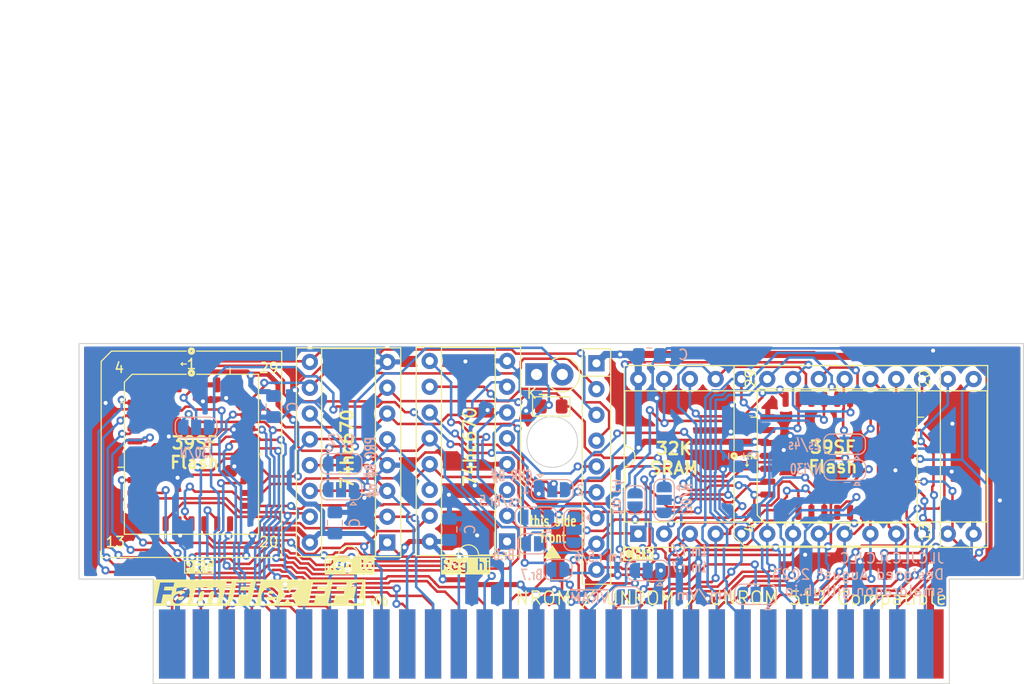
<source format=kicad_pcb>
(kicad_pcb (version 20221018) (generator pcbnew)
  (layers (0 "F.Cu" signal) (31 "B.Cu" signal) (34 "B.Paste" user) (35 "F.Paste" user) (36 "B.SilkS" user "B.Silkscreen") (37 "F.SilkS" user "F.Silkscreen") (38 "B.Mask" user) (39 "F.Mask" user) (44 "Edge.Cuts" user))
  (net 0 "")
  (net 1 "/R~{W}")
  (net 2 "Net-(H1-cA11)")
  (net 3 "/~{pWR}")
  (net 4 "GND")
  (net 5 "Net-(H1-cA10)")
  (net 6 "Net-(H1-cA9)")
  (net 7 "Net-(H1-cA8)")
  (net 8 "Net-(H1-cA7)")
  (net 9 "Net-(H1-cA6)")
  (net 10 "Net-(H1-cA5)")
  (net 11 "Net-(H1-cA4)")
  (net 12 "Net-(H1-cA3)")
  (net 13 "Net-(H1-cA2)")
  (net 14 "Net-(H1-cA1)")
  (net 15 "Net-(H1-cA0)")
  (net 16 "Net-(H1-vramA10)")
  (net 17 "VCC")
  (net 18 "/~{pRD}")
  (net 19 "/pD0")
  (net 20 "/pD1")
  (net 21 "/pD2")
  (net 22 "/pD3")
  (net 24 "Net-(H1-cA12)")
  (net 25 "/bA0")
  (net 26 "/cD7")
  (net 27 "/cD6")
  (net 28 "/cD5")
  (net 29 "/cD4")
  (net 30 "/cD3")
  (net 31 "/cD2")
  (net 32 "/cD1")
  (net 33 "/cD0")
  (net 34 "/~{ROMSEL}")
  (net 35 "Net-(H1-cA13)")
  (net 36 "Net-(H1-cAUDIO)")
  (net 37 "/pA10")
  (net 38 "/pA11")
  (net 39 "Net-(H1-p~{A13})")
  (net 40 "/pD7")
  (net 41 "/pD6")
  (net 42 "/pD5")
  (net 43 "/pD4")
  (net 44 "/bA1")
  (net 45 "/bA2")
  (net 46 "/bA3")
  (net 47 "/bA4")
  (net 48 "/bA5")
  (net 49 "/bA6")
  (net 50 "/bA7")
  (net 51 "/pA13")
  (net 52 "/pA12")
  (net 53 "/pA7")
  (net 54 "/pA6")
  (net 55 "/pA5")
  (net 56 "/pA4")
  (net 57 "/pA3")
  (net 58 "/pA2")
  (net 59 "/pA1")
  (net 60 "/pA0")
  (net 61 "/pA9")
  (net 62 "/pA8")
  (net 63 "/cA14")
  (net 64 "Net-(JP2-C)")
  (net 65 "Net-(JP3-C)")
  (net 66 "Net-(H1-vram~{CE})")
  (net 67 "Net-(JP6-C)")
  (net 68 "Net-(JP8-C)")
  (net 69 "Net-(JP9-C)")
  (net 70 "Net-(JP7-C)")
  (net 71 "/r.4")
  (net 72 "/r.6")
  (net 73 "/r.7")
  (net 74 "/chr12")
  (net 75 "/r.5")
  (footprint "PCM_Resistor_SMD_AKL:R_0805_2012Metric_Pad1.15x1.40mm_HandSolder" (layer "F.Cu") (at 75 64.1 180)
    (fp_text reference "R1" hide)
    (fp_text value "R_Small")
  )
  (footprint "Diode_THT:D_DO-41_SOD81_P2.54mm_Vertical_KathodeUp" (layer "F.Cu") (at 73.55 60.95)
    (fp_text reference "D1" hide)
    (fp_text value "D_Small_Filled")
  )
  (footprint "Package_DIP:DIP-16_W7.62mm_Socket" (layer "F.Cu") (at 70.65 77.4 180)
    (fp_text reference "U4" hide)
    (fp_text value "74LS670")
  )
  (footprint "Package_DIP:DIP-28_W15.24mm_Socket" (layer "F.Cu") (at 83.57 76.64 90)
    (fp_text reference "U5" hide)
    (fp_text value "HM62256BLP")
  )
  (footprint "PCM_Package_LCC_AKL:PLCC-32_SMD-Socket" (layer "F.Cu") (at 39.5675 68.81)
    (fp_text reference "U1" hide)
    (fp_text value "CPU ROM" hide)
  )
  (footprint "famicom:Famicom Cartridge Edge Connector (long legs)" (layer "F.Cu") (at 35.8 81.1)
    (fp_text reference "H1" hide)
    (fp_text value "Famicom_Cartridge_Edge" hide)
  )
  (footprint "Resistor_THT:R_Array_SIP9" (layer "F.Cu") (at 79.45 59.85 -90)
    (fp_text reference "RN1" hide)
    (fp_text value "R_Network08")
  )
  (footprint "PCM_Package_LCC_AKL:PLCC-32_SMD-Socket" (layer "F.Cu") (at 103.16 68.9675 90)
    (fp_text reference "U2" hide)
    (fp_text value "PPU ROM" hide)
  )
  (footprint "Package_DIP:DIP-16_W7.62mm_Socket" (layer "F.Cu") (at 58.85 77.5 180)
    (fp_text reference "U3" hide)
    (fp_text value "74LS670")
  )
  (footprint "Jumper:SolderJumper-2_P1.3mm_Open_RoundedPad1.0x1.5mm" (layer "B.Cu") (at 75.65 80.1624)
    (fp_text reference "J53" hide)
    (fp_text value "SolderJumper_2_Open")
  )
  (footprint "Capacitor_SMD:C_0805_2012Metric_Pad1.18x1.45mm_HandSolder" (layer "B.Cu") (at 64.9732 76.2 90)
    (fp_text reference "C3" hide)
    (fp_text value "C")
  )
  (footprint "Jumper:SolderJumper-3_P1.3mm_Open_RoundedPad1.0x1.5mm" (layer "B.Cu") (at 103.9068 70.358 180)
    (fp_text reference "JP7" hide)
    (fp_text value "SolderJumper_3_Open")
  )
  (footprint "Capacitor_SMD:C_0805_2012Metric_Pad1.18x1.45mm_HandSolder" (layer "B.Cu") (at 53.6956 75.5689 90)
    (fp_text reference "C2" hide)
    (fp_text value "C")
  )
  (footprint "Capacitor_SMD:C_0805_2012Metric_Pad1.18x1.45mm_HandSolder" (layer "B.Cu") (at 84.6543 59.0804)
    (fp_text reference "C4" hide)
    (fp_text value "C")
  )
  (footprint "Jumper:SolderJumper-3_P1.3mm_Open_RoundedPad1.0x1.5mm" (layer "B.Cu") (at 40.0304 66.1515 180)
    (fp_text reference "JP2" hide)
    (fp_text value "SolderJumper_3_Open")
  )
  (footprint "Jumper:SolderJumper-2_P1.3mm_Open_RoundedPad1.0x1.5mm" (layer "B.Cu") (at 82.4 82.85)
    (fp_text reference "JP1" hide)
    (fp_text value "SolderJumper_2_Open")
  )
  (footprint "Jumper:SolderJumper-3_P1.3mm_Open_RoundedPad1.0x1.5mm" (layer "B.Cu") (at 73.5 75 180)
    (fp_text reference "JP12" hide)
    (fp_text value "SolderJumper_3_Open")
  )
  (footprint "Jumper:SolderJumper-3_P1.3mm_Open_RoundedPad1.0x1.5mm" (layer "B.Cu") (at 54.3052 72.2983 180)
    (fp_text reference "JP8" hide)
    (fp_text value "SolderJumper_3_Open")
  )
  (footprint "Jumper:SolderJumper-3_P1.3mm_Open_RoundedPad1.0x1.5mm" (layer "B.Cu") (at 86.1159 73.3044 -90)
    (fp_text reference "JP5" hide)
    (fp_text value "SolderJumper_3_Open")
  )
  (footprint "Jumper:SolderJumper-3_P1.3mm_Open_RoundedPad1.0x1.5mm" (layer "B.Cu") (at 75.1 72.3)
    (fp_text reference "JP6" hide)
    (fp_text value "SolderJumper_3_Open" hide)
  )
  (footprint "Capacitor_SMD:C_0805_2012Metric_Pad1.18x1.45mm_HandSolder" (layer "B.Cu") (at 47.6504 64.1096 -90)
    (fp_text reference "C1" hide)
    (fp_text value "C")
  )
  (footprint "Jumper:SolderJumper-3_P1.3mm_Open_RoundedPad1.0x1.5mm" (layer "B.Cu") (at 84.5 80.25 180)
    (fp_text reference "JP10" hide)
    (fp_text value "SolderJumper_3_Open")
  )
  (footprint "Capacitor_SMD:C_0805_2012Metric_Pad1.18x1.45mm_HandSolder" (layer "B.Cu") (at 93.218 68.9649 -90)
    (fp_text reference "C5" hide)
    (fp_text value "C")
  )
  (footprint "Jumper:SolderJumper-2_P1.3mm_Open_RoundedPad1.0x1.5mm" (layer "B.Cu") (at 83.25 73.3044 90)
    (fp_text reference "J1" hide)
    (fp_text value "SolderJumper_2_Open")
  )
  (footprint "Jumper:SolderJumper-2_P1.3mm_Open_RoundedPad1.0x1.5mm" (layer "B.Cu") (at 73.15 77.6224)
    (fp_text reference "J52" hide)
    (fp_text value "SolderJumper_2_Open")
  )
  (footprint "Jumper:SolderJumper-3_P1.3mm_Open_RoundedPad1.0x1.5mm" (layer "B.Cu") (at 54.3052 69.7484)
    (fp_text reference "JP3" hide)
    (fp_text value "SolderJumper_3_Open")
  )
  (footprint "Jumper:SolderJumper-3_P1.3mm_Open_RoundedPad1.0x1.5mm" (layer "B.Cu") (at 77.25 76.25 -90)
    (fp_text reference "JP11" hide)
    (fp_text value "SolderJumper_3_Open")
  )
  (footprint "Jumper:SolderJumper-3_P1.3mm_Open_RoundedPad1.0x1.5mm" (layer "B.Cu") (at 103.886 67.818 180)
    (fp_text reference "JP9" hide)
    (fp_text value "SolderJumper_3_Open")
  )
  (footprint "Jumper:SolderJumper-3_P1.3mm_Open_RoundedPad1.0x1.5mm" (layer "B.Cu") (at 95.1276 82.6008 180)
    (fp_text reference "JP4" hide)
    (fp_text value "SolderJumper_3_Open")
  )
  (gr_line (start 71.85 78.3737) (end 71.85 79.0263) (stroke (width 0.15)) (layer "B.SilkS"))
  (gr_poly (pts (xy 75.105846 77.851) (xy 75.867846 78.994) (xy 74.343846 78.994)) (stroke (width 0.15)) (fill solid) (layer "F.SilkS"))
  (gr_line (start 121.5 57.9) (end 121.5 81.1) (stroke (width 0.1)) (layer "Edge.Cuts"))
  (gr_line (start 28.5 57.9) (end 28.5 81.1) (stroke (width 0.1)) (layer "Edge.Cuts"))
  (gr_line (start 114.2 91.4) (end 35.8 91.4) (stroke (width 0.1)) (layer "Edge.Cuts"))
  (gr_circle (center 75.1 67.6) (end 77.6 67.6) (stroke (width 0.1)) (fill none) (layer "Edge.Cuts"))
  (gr_line (start 114.2 81.1) (end 114.2 91.4) (stroke (width 0.1)) (layer "Edge.Cuts"))
  (gr_line (start 121.5 81.1) (end 114.2 81.1) (stroke (width 0.1)) (layer "Edge.Cuts"))
  (gr_line (start 121.5 57.9) (end 109 57.9) (stroke (width 0.1)) (layer "Edge.Cuts"))
  (gr_line (start 28.5 57.9) (end 41 57.9) (stroke (width 0.1)) (layer "Edge.Cuts"))
  (gr_line (start 35.8 81.1) (end 28.5 81.1) (stroke (width 0.1)) (layer "Edge.Cuts"))
  (gr_line (start 35.8 91.4) (end 35.8 81.1) (stroke (width 0.1)) (layer "Edge.Cuts"))
  (gr_line (start 41 57.9) (end 109 57.9) (stroke (width 0.1)) (layer "Edge.Cuts"))
  (gr_text "CHR B#" (at 73.255025 71.505025) (layer "B.SilkS") (effects (font (size 1 0.7) (thickness 0.175) bold) (justify left bottom mirror)))
  (gr_text "JLCJLCJLCJLC" (at 113.792 79.64) (layer "B.SilkS") (effects (font (size 1 1)) (justify left bottom mirror)))
  (gr_text "Hm/Vm" (at 93 83.25) (layer "B.SilkS") (effects (font (size 1 1)) (justify left bottom mirror)))
  (gr_text "N/i30" (at 100.07 70.28) (layer "B.SilkS") (effects (font (size 1 0.7)) (justify mirror)))
  (gr_text "4s/Br.5" (at 72.1 74) (layer "B.SilkS") (effects (font (size 1 0.7)) (justify left bottom mirror)))
  (gr_text "Br.6" (at 71.5 79.3) (layer "B.SilkS") (effects (font (size 1 0.7)) (justify left bottom mirror)))
  (gr_text "2s/4s" (at 101.63 68.43) (layer "B.SilkS") (effects (font (size 1 0.7)) (justify left bottom mirror)))
  (gr_text "B#" (at 57.912 71.5772 90) (layer "B.SilkS") (effects (font (size 1 0.7) (thickness 0.175) bold) (justify left bottom mirror)))
  (gr_text "~{VRAM}" (at 80.772 83.566) (layer "B.SilkS") (effects (font (size 1 1)) (justify left bottom mirror)))
  (gr_text "1" (at 72.48 72.16) (layer "B.SilkS") (effects (font (size 1 0.7)) (justify mirror)))
  (gr_text "Designed August 2023\nsmaldragon.github.io" (at 113.792 82.84) (layer "B.SilkS") (effects (font (size 1 1)) (justify left bottom mirror)))
  (gr_text "2" (at 77.851 72.33) (layer "B.SilkS") (effects (font (size 1 0.7)) (justify mirror)))
  (gr_text "1m r.5/6" (at 79.7 78.9) (layer "B.SilkS") (effects (font (size 1 0.7)) (justify mirror)))
  (gr_text "1m r.4" (at 81.534 72.9996 270) (layer "B.SilkS") (effects (font (size 1 0.7)) (justify mirror)))
  (gr_text "i30/N" (at 88.25 73.25 270) (layer "B.SilkS") (effects (font (size 1 0.7)) (justify mirror)))
  (gr_text "PRG B#" (at 57.8 67 90) (layer "B.SilkS") (effects (font (size 1 0.7) (thickness 0.175) bold) (justify left bottom mirror)))
  (gr_text "i30/N" (at 39.99 68.66) (layer "B.SilkS") (effects (font (size 1 0.7)) (justify mirror)))
  (gr_text "Br.7" (at 74.25 81.275) (layer "B.SilkS") (effects (font (size 1 0.7)) (justify left bottom mirror)))
  (gr_text "1m F/\n1m r.7" (at 90.5 80.5) (layer "B.SilkS") (effects (font (size 1 0.7)) (justify left bottom mirror)))
  (gr_text "1/2" (at 54.356 67.4) (layer "B.SilkS") (effects (font (size 1 1)) (justify mirror)))
  (gr_text "74hc670" (at 54.9 68.3 90) (layer "F.SilkS") (effects (font (size 1.2 1.2) (thickness 0.24) bold)))
  (gr_text "39SF\nFlash" (at 102.74 69.08) (layer "F.SilkS") (effects (font (size 1.2 1.2) (thickness 0.24) bold)))
  (gr_text "39SF\nFlash" (at 39.88 68.66) (layer "F.SilkS") (effects (font (size 1.2 1.2) (thickness 0.24) bold)))
  (gr_text "CHR" (at 83.566 79.248) (layer "F.SilkS" knockout) (effects (font (size 1 1)) (justify bottom)))
  (gr_text "PRG" (at 40.2844 80.518) (layer "F.SilkS" knockout) (effects (font (size 1 1)) (justify bottom)))
  (gr_text "FamiFlex FF1" (at 35.814 83.82) (layer "F.SilkS" knockout) (effects (font (size 2 2) (thickness 0.4) bold italic) (justify left bottom)))
  (gr_text "74hc670" (at 67 68.09 90) (layer "F.SilkS") (effects (font (size 1.24 1.2) (thickness 0.2) bold)))
  (gr_text "NROM / UNROM / UNROM 512 Compatible" (at 92.72 82.98) (layer "F.SilkS") (effects (font (size 1.3 1.3))))
  (gr_text "Reg lo" (at 55.118 80.264) (layer "F.SilkS" knockout) (effects (font (size 1 1)) (justify bottom)))
  (gr_text "this side\nfront" (at 75.184 76.2) (layer "F.SilkS") (effects (font (size 1 0.7) (thickness 0.175))))
  (gr_text "32K\nSRAM" (at 87.08 69.22) (layer "F.SilkS") (effects (font (size 1.2 1.2) (thickness 0.24) bold)))
  (gr_text "v0b" (at 57.023 83.82) (layer "F.SilkS") (effects (font (size 1 0.7)) (justify left bottom)))
  (gr_text "Reg hi" (at 66.548 80.264) (layer "F.SilkS" knockout) (effects (font (size 1 1)) (justify bottom)))
  (segment (start 70.98 86.93) (end 70.98 83.22) (width 0.25) (layer "F.Cu") (net 1))
  (segment (start 71.775 72.883295) (end 71.775 71.854009) (width 0.25) (layer "F.Cu") (net 1))
  (segment (start 70.98 83.22) (end 71.5418 82.6582) (width 0.25) (layer "F.Cu") (net 1))
  (segment (start 58.237196 71.1708) (end 56.946396 69.88) (width 0.25) (layer "F.Cu") (net 1))
  (segment (start 74.385 75.493295) (end 71.775 72.883295) (width 0.25) (layer "F.Cu") (net 1))
  (segment (start 71.775 71.854009) (end 70.963513 71.042522) (width 0.25) (layer "F.Cu") (net 1))
  (segment (start 63.03 69.78) (end 61.6392 71.1708) (width 0.25) (layer "F.Cu") (net 1))
  (segment (start 74.385 81.021505) (end 74.385 75.493295) (width 0.25) (layer "F.Cu") (net 1))
  (segment (start 56.946396 69.88) (end 51.23 69.88) (width 0.25) (layer "F.Cu") (net 1))
  (segment (start 61.6392 71.1708) (end 58.237196 71.1708) (width 0.25) (layer "F.Cu") (net 1))
  (segment (start 64.292522 71.042522) (end 63.03 69.78) (width 0.25) (layer "F.Cu") (net 1))
  (segment (start 71.5418 82.6582) (end 72.748305 82.6582) (width 0.25) (layer "F.Cu") (net 1))
  (segment (start 70.963513 71.042522) (end 64.292522 71.042522) (width 0.25) (layer "F.Cu") (net 1))
  (segment (start 72.748305 82.6582) (end 74.385 81.021505) (width 0.25) (layer "F.Cu") (net 1))
  (segment (start 40.4626 70.3838) (end 41.6662 70.3838) (width 0.25) (layer "F.Cu") (net 2))
  (segment (start 41.6662 70.3838) (end 42.81 69.24) (width 0.25) (layer "F.Cu") (net 2))
  (segment (start 43.927145 69.24) (end 44.357145 68.81) (width 0.25) (layer "F.Cu") (net 2))
  (segment (start 40.1828 70.104) (end 40.4626 70.3838) (width 0.25) (layer "F.Cu") (net 2))
  (segment (start 42.81 69.24) (end 43.927145 69.24) (width 0.25) (layer "F.Cu") (net 2))
  (segment (start 40.5 83.480498) (end 40.5 86.93) (width 0.25) (layer "F.Cu") (net 2))
  (via (at 40.5 83.480498) (size 0.8) (drill 0.4) (layers "F.Cu" "B.Cu") (net 2))
  (via (at 40.1828 70.104) (size 0.8) (drill 0.4) (layers "F.Cu" "B.Cu") (net 2))
  (segment (start 40.5 72.814591) (end 40.5 70.4212) (width 0.25) (layer "B.Cu") (net 2))
  (segment (start 40.386 72.928591) (end 40.5 72.814591) (width 0.25) (layer "B.Cu") (net 2))
  (segment (start 40.5 70.4212) (end 40.1828 70.104) (width 0.25) (layer "B.Cu") (net 2))
  (segment (start 40.386 83.366498) (end 40.386 72.928591) (width 0.25) (layer "B.Cu") (net 2))
  (segment (start 40.5 83.480498) (end 40.386 83.366498) (width 0.25) (layer "B.Cu") (net 2))
  (segment (start 84.7073 64.4652) (end 85.9773 65.7352) (width 0.25) (layer "F.Cu") (net 3))
  (segment (start 96.355 66.545) (end 96.321 66.579) (width 0.25) (layer "F.Cu") (net 3))
  (segment (start 85.9773 65.7352) (end 86.1568 65.7352) (width 0.25) (layer "F.Cu") (net 3))
  (segment (start 93.099596 65.5248) (end 93.357296 65.7825) (width 0.25) (layer "F.Cu") (net 3))
  (segment (start 95.6775 65.7825) (end 96.3225 66.4275) (width 0.25) (layer "F.Cu") (net 3))
  (segment (start 86.3672 65.5248) (end 93.099596 65.5248) (width 0.25) (layer "F.Cu") (net 3))
  (segment (start 86.1568 65.7352) (end 86.3672 65.5248) (width 0.25) (layer "F.Cu") (net 3))
  (segment (start 93.357296 65.7825) (end 95.6775 65.7825) (width 0.25) (layer "F.Cu") (net 3))
  (via (at 84.7073 64.4652) (size 0.8) (drill 0.4) (layers "F.Cu" "B.Cu") (net 3))
  (via (at 86.1568 65.7352) (size 0.8) (drill 0.4) (layers "F.Cu" "B.Cu") (net 3))
  (segment (start 81.225 81.775) (end 78.6 84.4) (width 0.25) (layer "B.Cu") (net 3))
  (segment (start 82.375 81.575) (end 82.175 81.775) (width 0.25) (layer "B.Cu") (net 3))
  (segment (start 86.11 65.6884) (end 86.1568 65.7352) (width 0.25) (layer "B.Cu") (net 3))
  (segment (start 82.175 81.775) (end 81.225 81.775) (width 0.25) (layer "B.Cu") (net 3))
  (segment (start 82.665 79.368273) (end 82.375 79.658273) (width 0.25) (layer "B.Cu") (net 3))
  (segment (start 82.175 74.296127) (end 82.3976 74.518727) (width 0.25) (layer "B.Cu") (net 3))
  (segment (start 84.7073 68.701888) (end 82.7024 70.706788) (width 0.25) (layer "B.Cu") (net 3))
  (segment (start 82.3976 77.7176) (end 82.665 77.985) (width 0.25) (layer "B.Cu") (net 3))
  (segment (start 82.175 72.2062) (end 82.175 74.296127) (width 0.25) (layer "B.Cu") (net 3))
  (segment (start 82.7024 71.6788) (end 82.175 72.2062) (width 0.25) (layer "B.Cu") (net 3))
  (segment (start 82.7024 70.706788) (end 82.7024 71.6788) (width 0.25) (layer "B.Cu") (net 3))
  (segment (start 82.665 77.985) (end 82.665 79.368273) (width 0.25) (layer "B.Cu") (net 3))
  (segment (start 86.11 61.4) (end 86.11 65.6884) (width 0.25) (layer "B.Cu") (net 3))
  (segment (start 82.3976 74.518727) (end 82.3976 77.7176) (width 0.25) (layer "B.Cu") (net 3))
  (segment (start 78.6 84.4) (end 78.6 86.93) (width 0.25) (layer "B.Cu") (net 3))
  (segment (start 82.375 79.658273) (end 82.375 81.575) (width 0.25) (layer "B.Cu") (net 3))
  (segment (start 84.7073 64.4652) (end 84.7073 68.701888) (width 0.25) (layer "B.Cu") (net 3))
  (segment (start 96.3225 68.9675) (end 95.060041 68.9675) (width 0.25) (layer "F.Cu") (net 4))
  (segment (start 43.79 70) (end 42.9562 70.8338) (width 0.25) (layer "F.Cu") (net 4))
  (segment (start 49.657193 62.4) (end 49.754493 62.4973) (width 0.25) (layer "F.Cu") (net 4))
  (segment (start 109.0425 70.2375) (end 108.89 70.39) (width 0.25) (layer "F.Cu") (net 4))
  (segment (start 103.287401 78.6) (end 100.1 78.6) (width 0.25) (layer "F.Cu") (net 4))
  (segment (start 114.4345 70.515) (end 114.4345 70.5345) (width 0.25) (layer "F.Cu") (net 4))
  (segment (start 76.06 79) (end 76.06 87.434) (width 0.25) (layer "F.Cu") (net 4))
  (segment (start 81.549139 79.207051) (end 81.442088 79.1) (width 0.25) (layer "F.Cu") (net 4))
  (segment (start 96.3225 68.9675) (end 96.895 68.395) (width 0.25) (layer "F.Cu") (net 4))
  (segment (start 90.4694 82.95) (end 90.4 83.0194) (width 0.25) (layer "F.Cu") (net 4))
  (segment (start 87.6755 79.925796) (end 87.701296 79.9) (width 0.25) (layer "F.Cu") (net 4))
  (segment (start 38.4878 70.8338) (end 38.2016 71.12) (width 0.25) (layer "F.Cu") (net 4))
  (segment (start 58.85 59.72) (end 52.820991 59.72) (width 0.25) (layer "F.Cu") (net 4))
  (segment (start 73.256887 72.6995) (end 73.771712 72.6995) (width 0.25) (layer "F.Cu") (net 4))
  (segment (start 111.36559 79.4) (end 105.4 79.4) (width 0.25) (layer "F.Cu") (net 4))
  (segment (start 66.8528 69.7992) (end 65.6844 68.6308) (width 0.25) (layer "F.Cu") (net 4))
  (segment (start 41.065 63.235) (end 40.7 63.6) (width 0.25) (layer "F.Cu") (net 4))
  (segment (start 79.810991 81.4) (end 80.536491 80.6745) (width 0.25) (layer "F.Cu") (net 4))
  (segment (start 31.115 63.754) (end 31.741 64.38) (width 0.25) (layer "F.Cu") (net 4))
  (segment (start 112.6031 78.1956) (end 112.56999 78.1956) (width 0.25) (layer "F.Cu") (net 4))
  (segment (start 73.771712 74.243611) (end 76.06 76.531899) (width 0.25) (layer "F.Cu") (net 4))
  (segment (start 38.4556 75.8056) (end 38.2975 75.6475) (width 0.25) (layer "F.Cu") (net 4))
  (segment (start 38.0285 66.3655) (end 37.338 67.056) (width 0.25) (layer "F.Cu") (net 4))
  (segment (start 96.3225 65.1575) (end 96.903896 65.1575) (width 0.25) (layer "F.Cu") (net 4))
  (segment (start 116.59 72.69) (end 116.59 76.64) (width 0.25) (layer "F.Cu") (net 4))
  (segment (start 65.6844 68.6308) (end 62.588209 68.6308) (width 0.25) (layer "F.Cu") (net 4))
  (segment (start 79.625991 78.755) (end 78.945 78.755) (width 0.25) (layer "F.Cu") (net 4))
  (segment (start 33.215749 64.38) (end 33.220749 64.375) (width 0.25) (layer "F.Cu") (net 4))
  (segment (start 77.8 78.1) (end 76.96 78.1) (width 0.25) (layer "F.Cu") (net 4))
  (segment (start 61.339009 69.88) (end 58.85 69.88) (width 0.25) (layer "F.Cu") (net 4))
  (segment (start 90.0673 68.4773) (end 91.86 70.27) (width 0.25) (layer "F.Cu") (net 4))
  (segment (start 58.058 69.088) (end 56.9976 69.088) (width 0.25) (layer "F.Cu") (net 4))
  (segment (start 100 78.7) (end 99.9 78.6) (width 0.25) (layer "F.Cu") (net 4))
  (segment (start 58.85 69.88) (end 58.058 69.088) (width 0.25) (layer "F.Cu") (net 4))
  (segment (start 91.886396 82.95) (end 90.4694 82.95) (width 0.25) (layer "F.Cu") (net 4))
  (segment (start 112.8776 77.9211) (end 112.6031 78.1956) (width 0.25) (layer "F.Cu") (net 4))
  (segment (start 70.792522 70.592522) (end 71.149909 70.592522) (width 0.25) (layer "F.Cu") (net 4))
  (segment (start 42.988121 63.270246) (end 42.952875 63.235) (width 0.25) (layer "F.Cu") (net 4))
  (segment (start 43.73 66.3655) (end 38.0285 66.3655) (width 0.25) (layer "F.Cu") (net 4))
  (segment (start 70.65 69.78) (end 70.65 70.45) (width 0.25) (layer "F.Cu") (net 4))
  (segment (start 85.3755 80.6745) (end 85.8 80.25) (width 0.25) (layer "F.Cu") (net 4))
  (segment (start 100.1 78.6) (end 100 78.7) (width 0.25) (layer "F.Cu") (net 4))
  (segment (start 73.771712 72.6995) (end 73.771712 74.243611) (width 0.25) (layer "F.Cu") (net 4))
  (segment (start 76.06 76.531899) (end 76.06 79) (width 0.25) (layer "F.Cu") (net 4))
  (segment (start 87.701296 79.9) (end 89.0495 79.9) (width 0.25) (layer "F.Cu") (net 4))
  (segment (start 62.588209 68.6308) (end 61.339009 69.88) (width 0.25) (layer "F.Cu") (net 4))
  (segment (start 37.338 66.338) (end 37.338 67.056) (width 0.25) (layer "F.Cu") (net 4))
  (segment (start 112.56999 78.1956) (end 111.36559 79.4) (width 0.25) (layer "F.Cu") (net 4))
  (segment (start 42.952875 63.235) (end 41.065 63.235) (width 0.25) (layer "F.Cu") (net 4))
  (segment (start 86.124204 79.925796) (end 85.8 80.25) (width 0.25) (layer "F.Cu") (net 4))
  (segment (start 67.056 69.7992) (end 66.8528 69.7992) (width 0.25) (layer "F.Cu") (net 4))
  (segment (start 78.945 78.755) (end 78.325 79.375) (width 0.25) (layer "F.Cu") (net 4))
  (segment (start 31.741 64.38) (end 33.215749 64.38) (width 0.25) (layer "F.Cu") (net 4))
  (segment (start 96.895 68.395) (end 97.895 68.395) (width 0.25) (layer "F.Cu") (net 4))
  (segment (start 97.316 80.8294) (end 94.006996 80.8294) (width 0.25) (layer "F.Cu") (net 4))
  (segment (start 96.903896 65.1575) (end 98.53 66.783604) (width 0.25) (layer "F.Cu") (net 4))
  (segment (start 66.5975 59.62) (end 66.548 59.6695) (width 0.25) (layer "F.Cu") (net 4))
  (segment (start 87.1728 68.4773) (end 87.1305 68.435) (width 0.25) (layer "F.Cu") (net 4))
  (segment (start 80.536491 80.6745) (end 85.3755 80.6745) (width 0.25) (layer "F.Cu") (net 4))
  (segment (start 37.67 83.760498) (end 37.67 87.439) (width 0.25) (layer "F.Cu") (net 4))
  (segment (start 79.970991 79.1) (end 79.625991 78.755) (width 0.25) (layer "F.Cu") (net 4))
  (segment (start 33.220749 64.375) (end 35.375 64.375) (width 0.25) (layer "F.Cu") (net 4))
  (segment (start 67.4624 71.882) (end 65.8368 71.882) (width 0.25) (layer "F.Cu") (net 4))
  (segment (start 71.149909 70.592522) (end 73.256887 72.6995) (width 0.25) (layer "F.Cu") (net 4))
  (segment (start 99.9 78.6) (end 99.5454 78.6) (width 0.25) (layer "F.Cu") (net 4))
  (segment (start 38.4556 76.8117) (end 38.4556 75.8056) (width 0.25) (layer "F.Cu") (net 4))
  (segment (start 35.375 64.375) (end 37.338 66.338) (width 0.25) (layer "F.Cu") (net 4))
  (segment (start 76.96 78.1) (end 76.06 79) (width 0.25) (layer "F.Cu") (net 4))
  (segment (start 87.6755 79.925796) (end 86.124204 79.925796) (width 0.25) (layer "F.Cu") (net 4))
  (segment (start 78.325 80.725) (end 79 81.4) (width 0.25) (layer "F.Cu") (net 4))
  (segment (start 67.0752 69.78) (end 70.65 69.78) (width 0.25) (layer "F.Cu") (net 4))
  (segment (start 87.1728 68.4773) (end 90.0673 68.4773) (width 0.25) (layer "F.Cu") (net 4))
  (segment (start 94.006996 80.8294) (end 91.886396 82.95) (width 0.25) (layer "F.Cu") (net 4))
  (segment (start 66.548 64.4652) (end 66.4972 64.516) (width 0.25) (layer "F.Cu") (net 4))
  (segment (start 51.405991 61.135) (end 50.764009 61.135) (width 0.25) (layer "F.Cu") (net 4))
  (segment (start 67.056 69.7992) (end 67.0752 69.78) (width 0.25) (layer "F.Cu") (net 4))
  (segment (start 98.53 66.783604) (end 98.53 67.0052) (width 0.25) (layer "F.Cu") (net 4))
  (segment (start 65.8368 71.882) (end 64.9224 72.7964) (width 0.25) (layer "F.Cu") (net 4))
  (segment (start 50.764009 61.135) (end 49.657193 62.241816) (width 0.25) (layer "F.Cu") (net 4))
  (segment (start 49.657193 62.241816) (end 49.657193 62.4) (width 0.25) (layer "F.Cu") (net 4))
  (segment (start 56.9976 69.088) (end 56.9468 69.088) (width 0.25) (layer "F.Cu") (net 4))
  (segment (start 99.5454 78.6) (end 97.316 80.8294) (width 0.25) (layer "F.Cu") (net 4))
  (segment (start 52.820991 59.72) (end 51.405991 61.135) (width 0.25) (layer "F.Cu") (net 4))
  (segment (start 78.65 78.95) (end 77.8 78.1) (width 0.25) (layer "F.Cu") (net 4))
  (segment (start 37.342452 83.43295) (end 37.67 83.760498) (width 0.25) (layer "F.Cu") (net 4))
  (segment (start 105.4 79.4) (end 104.087401 79.4) (width 0.25) (layer "F.Cu") (net 4))
  (segment (start 114.4345 70.5345) (end 116.59 72.69) (width 0.25) (layer "F.Cu") (net 4))
  (segment (start 104.087401 79.4) (end 103.287401 78.6) (width 0.25) (layer "F.Cu") (net 4))
  (segment (start 70.65 59.62) (end 66.5975 59.62) (width 0.25) (layer "F.Cu") (net 4))
  (segment (start 70.65 70.45) (end 70.792522 70.592522) (width 0.25) (layer "F.Cu") (net 4))
  (segment (start 68.7324 64.4652) (end 66.548 64.4652) (width 0.25) (layer "F.Cu") (net 4))
  (segment (start 42.9562 70.8338) (end 38.4878 70.8338) (width 0.25) (layer "F.Cu") (net 4))
  (segment (start 78.325 79.375) (end 78.325 80.725) (width 0.25) (layer "F.Cu") (net 4))
  (segment (start 81.442088 79.1) (end 79.970991 79.1) (width 0.25) (layer "F.Cu") (net 4))
  (segment (start 92.8 64) (end 92.083 63.283) (width 0.25) (layer "F.Cu") (net 4))
  (segment (start 92.083 63.283) (end 85.3855 63.283) (width 0.25) (layer "F.Cu") (net 4))
  (segment (start 95.060041 68.9675) (end 94.960541 68.868) (width 0.25) (layer "F.Cu") (net 4))
  (segment (start 109.9975 70.2375) (end 109.0425 70.2375) (width 0.25) (layer "F.Cu") (net 4))
  (segment (start 79 81.4) (end 79.810991 81.4) (width 0.25) (layer "F.Cu") (net 4))
  (segment (start 89.0495 79.9) (end 89.5 79.4495) (width 0.25) (layer "F.Cu") (net 4))
  (via (at 67.7 76.8) (size 0.8) (drill 0.4) (layers "F.Cu" "B.Cu") (net 4))
  (via (at 67.056 69.7992) (size 0.8) (drill 0.4) (layers "F.Cu" "B.Cu") (net 4))
  (via (at 56.6 73.1) (size 0.8) (drill 0.4) (layers "F.Cu" "B.Cu") (net 4))
  (via (at 37.338 67.056) (size 0.8) (drill 0.4) (layers "F.Cu" "B.Cu") (net 4))
  (via (at 66.548 59.6695) (size 0.8) (drill 0.4) (layers "F.Cu" "B.Cu") (net 4))
  (via (at 90.4 83.0194) (size 0.8) (drill 0.4) (layers "F.Cu" "B.Cu") (net 4))
  (via (at 114.4345 70.515) (size 0.8) (drill 0.4) (layers "F.Cu" "B.Cu") (net 4))
  (via (at 112.8776 77.9211) (size 0.8) (drill 0.4) (layers "F.Cu" "B.Cu") (net 4))
  (via (at 92.679 66.579) (size 0.8) (drill 0.4) (layers "F.Cu" "B.Cu") (net 4))
  (via (at 49.754493 62.4973) (size 0.8) (drill 0.4) (layers "F.Cu" "B.Cu") (net 4))
  (via (at 40.7 63.6) (size 0.8) (drill 0.4) (layers "F.Cu" "B.Cu") (net 4))
  (via (at 94.960541 68.868) (size 0.8) (drill 0.4) (layers "F.Cu" "B.Cu") (net 4))
  (via (at 42.988121 63.270246) (size 0.8) (drill 0.4) (layers "F.Cu" "B.Cu") (net 4))
  (via (at 81.549139 79.207051) (size 0.8) (drill 0.4) (layers "F.Cu" "B.Cu") (net 4))
  (via (at 97.895 68.395) (size 0.8) (drill 0.4) (layers "F.Cu" "B.Cu") (net 4))
  (via (at 66.4972 64.516) (size 0.8) (drill 0.4) (layers "F.Cu" "B.Cu") (net 4))
  (via (at 100 78.7) (size 0.8) (drill 0.4) (layers "F.Cu" "B.Cu") (net 4))
  (via (at 87.1728 68.4773) (size 0.8) (drill 0.4) (layers "F.Cu" "B.Cu") (net 4))
  (via (at 87.6755 79.925796) (size 0.8) (drill 0.4) (layers "F.Cu" "B.Cu") (net 4))
  (via (at 38.2016 71.12) (size 0.8) (drill 0.4) (layers "F.Cu" "B.Cu") (net 4))
  (via (at 114.5 65.8) (size 0.8) (drill 0.4) (layers "F.Cu" "B.Cu") (net 4))
  (via (at 108.89 70.39) (size 0.8) (drill 0.4) (layers "F.Cu" "B.Cu") (net 4))
  (via (at 31.115 63.754) (size 0.8) (drill 0.4) (layers "F.Cu" "B.Cu") (net 4))
  (via (at 38.4556 76.8117) (size 0.8) (drill 0.4) (layers "F.Cu" "B.Cu") (net 4))
  (via (at 72.525 64.525) (size 0.8) (drill 0.4) (layers "F.Cu" "B.Cu") (net 4))
  (via (at 67.4624 71.882) (size 0.8) (drill 0.4) (layers "F.Cu" "B.Cu") (net 4))
  (via (at 112.6 58.6) (size 0.8) (drill 0.4) (layers "F.Cu" "B.Cu") (net 4))
  (via (at 119.1768 73.3552) (size 0.8) (drill 0.4) (layers "F.Cu" "B.Cu") (net 4))
  (via (at 68.7324 64.4652) (size 0.8) (drill 0.4) (layers "F.Cu" "B.Cu") (net 4))
  (via (at 85.8 80.25) (size 0.8) (drill 0.4) (layers "F.Cu" "B.Cu") (net 4))
  (via (at 73.771712 72.6995) (size 0.8) (drill 0.4) (layers "F.Cu" "B.Cu") (net 4))
  (via (at 64.9224 72.7964) (size 0.8) (drill 0.4) (layers "F.Cu" "B.Cu") (net 4))
  (via (at 105.4 79.4) (size 0.8) (drill 0.4) (layers "F.Cu" "B.Cu") (net 4))
  (via (at 92.8 64) (size 0.8) (drill 0.4) (layers "F.Cu" "B.Cu") (net 4))
  (via (at 91.9105 70.27) (size 0.8) (drill 0.4) (layers "F.Cu" "B.Cu") (net 4))
  (via (at 85.3855 63.283) (size 0.8) (drill 0.4) (layers "F.Cu" "B.Cu") (net 4))
  (via (at 43.79 70) (size 0.8) (drill 0.4) (layers "F.Cu" "B.Cu") (net 4))
  (via (at 81.5495 80.6745) (size 0.8) (drill 0.4) (layers "F.Cu" "B.Cu") (net 4))
  (via (at 43.73 66.3655) (size 0.8) (drill 0.4) (layers "F.Cu" "B.Cu") (net 4))
  (via (at 56.9468 69.088) (size 0.8) (drill 0.4) (layers "F.Cu" "B.Cu") (net 4))
  (via (at 89.5 79.4495) (size 0.8) (drill 0.4) (layers "F.Cu" "B.Cu") (net 4))
  (via (at 98.53 67.0052) (size 0.8) (drill 0.4) (layers "F.Cu" "B.Cu") (net 4))
  (via (at 37.342452 83.43295) (size 0.8) (drill 0.4) (layers "F.Cu" "B.Cu") (net 4))
  (segment (start 116.4 78.4) (end 116.4 76.83) (width 0.25) (layer "B.Cu") (net 4))
  (segment (start 55.6052 72.2983) (end 56.0514 72.7445) (width 0.25) (layer "B.Cu") (net 4))
  (segment (start 114.3095 70.39) (end 114.4345 70.515) (width 0.25) (layer "B.Cu") (net 4))
  (segment (start 54.2682 66.247208) (end 54.716496 66.695504) (width 0.25) (layer "B.Cu") (net 4))
  (segment (start 67.056 71.4756) (end 67.4624 71.882) (width 0.25) (layer "B.Cu") (net 4))
  (segment (start 116.4 76.83) (end 116.59 76.64) (width 0.25) (layer "B.Cu") (net 4))
  (segment (start 85.4318 63.283) (end 84.985 62.8362) (width 0.25) (layer "B.Cu") (net 4))
  (segment (start 93.66 64.86) (end 92.8 64) (width 0.25) (layer "B.Cu") (net 4))
  (segment (start 55.3212 72.5823) (end 55.6052 72.2983) (width 0.25) (layer "B.Cu") (net 4))
  (segment (start 38.2016 70.9684) (end 38.2016 71.12) (width 0.25) (layer "B.Cu") (net 4))
  (segment (start 38.4556 77.8118) (end 38.501905 77.8118) (width 0.25) (layer "B.Cu") (net 4))
  (segment (start 42.988121 63.270246) (end 45.773546 63.270246) (width 0.25) (layer "B.Cu") (net 4))
  (segment (start 102.586 67.818) (end 101.7732 67.0052) (width 0.25) (layer "B.Cu") (net 4))
  (segment (start 71.9 60.87) (end 71.9 62.6) (width 0.25) (layer "B.Cu") (net 4))
  (segment (start 97.6 77.020991) (end 97.6 75.728195) (width 0.25) (layer "B.Cu") (net 4))
  (segment (start 91.578 74.164217) (end 91.578 72.410216) (width 0.25) (layer "B.Cu") (net 4))
  (segment (start 38.22 70.95) (end 38.2016 70.9684) (width 0.25) (layer "B.Cu") (net 4))
  (segment (start 93.768 65.49) (end 94.7 65.49) (width 0.25) (layer "B.Cu") (net 4))
  (segment (start 97.6 75.728195) (end 102.6068 70.721395) (width 0.25) (layer "B.Cu") (net 4))
  (segment (start 66.548 59.6695) (end 66.4972 59.7203) (width 0.25) (layer "B.Cu") (net 4))
  (segment (start 84.985 62.8362) (end 84.985 59.7872) (width 0.25) (layer "B.Cu") (net 4))
  (segment (start 108.48 70.67) (end 108.76 70.39) (width 0.25) (layer "B.Cu") (net 4))
  (segment (start 57.3197 72.7445) (end 57.725 72.3392) (width 0.25) (layer "B.Cu") (net 4))
  (segment (start 56.9468 69.088) (end 55.704995 69.088) (width 0.25) (layer "B.Cu") (net 4))
  (segment (start 56.9468 69.088) (end 56.2656 69.088) (width 0.25) (layer "B.Cu") (net 4))
  (segment (start 92.679 66.579) (end 93.768 65.49) (width 0.25) (layer "B.Cu") (net 4))
  (segment (start 67.056 69.7992) (end 67.1068 69.7484) (width 0.25) (layer "B.Cu") (net 4))
  (segment (start 66.4972 59.7203) (end 66.4972 64.516) (width 0.25) (layer "B.Cu") (net 4))
  (segment (start 54.2682 64.3018) (end 54.2682 66.247208) (width 0.25) (layer "B.Cu") (net 4))
  (segment (start 119.4 73.5784) (end 119.4 79) (width 0.25) (layer "B.Cu") (net 4))
  (segment (start 98.2648 67.0052) (end 97.54 67.73) (width 0.25) (layer "B.Cu") (net 4))
  (segment (start 86.3958 58.3764) (end 112.3764 58.3764) (width 0.25) (layer "B.Cu") (net 4))
  (segment (start 38.2016 71.12) (end 38.2016 76.4216) (width 0.25) (layer "B.Cu") (net 4))
  (segment (start 93.218 70.0024) (end 91.694 68.4784) (width 0.25) (layer "B.Cu") (net 4))
  (segment (start 57.725 58.595) (end 40.9 58.595) (width 0.25) (layer "B.Cu") (net 4))
  (segment (start 44.263204 65.832296) (end 43.73 66.3655) (width 0.25) (layer "B.Cu") (net 4))
  (segment (start 119.4 62.619009) (end 115.157391 58.3764) (width 0.25) (layer "B.Cu") (net 4))
  (segment (start 37.338 67.056) (end 37.338 70.068) (width 0.25) (layer "B.Cu") (net 4))
  (segment (start 44.942296 65.832296) (end 44.263204 65.832296) (width 0.25) (layer "B.Cu") (net 4))
  (segment (start 97.95 81.15) (end 97.95 77.370991) (width 0.25) (layer "B.Cu") (net 4))
  (segment (start 100 78.7) (end 100 80.450905) (width 0.25) (layer "B.Cu") (net 4))
  (segment (start 91.9105 72.077716) (end 91.9105 70.27) (width 0.25) (layer "B.Cu") (net 4))
  (segment (start 94.96 64.86) (end 93.66 64.86) (width 0.25) (layer "B.Cu") (net 4))
  (segment (start 67.056 69.7992) (end 67.056 71.4756) (width 0.25) (layer "B.Cu") (net 4))
  (segment (start 81.549139 80.674139) (end 81.5495 80.6745) (width 0.25) (layer "B.Cu") (net 4))
  (segment (start 85.4318 66.7363) (end 85.4318 63.283) (width 0.25) (layer "B.Cu") (net 4))
  (segment (start 112.047701 68.252299) (end 114.5 65.8) (width 0.25) (layer "B.Cu") (net 4))
  (segment (start 112.41 79.109805) (end 112.903173 79.602978) (width 0.25) (layer "B.Cu") (net 4))
  (segment (start 100 76.399009) (end 101.599009 74.8) (width 0.25) (layer "B.Cu") (net 4))
  (segment (start 84.985 59.7872) (end 85.6918 59.0804) (width 0.25) (layer "B.Cu") (net 4))
  (segment (start 115.197022 79.602978) (end 116.4 78.4) (width 0.25) (layer "B.Cu") (net 4))
  (segment (start 118.6 79.8) (end 117.382695 79.8) (width 0.25) (layer "B.Cu") (net 4))
  (segment (start 92.1781 70.0024) (end 91.9105 70.27) (width 0.25) (layer "B.Cu") (net 4))
  (segment (start 92.413783 75) (end 91.578 74.164217) (width 0.25) (layer "B.Cu") (net 4))
  (segment (start 38.9266 78.236495) (end 38.9266 81.7734) (width 0.25) (layer "B.Cu") (net 4))
  (segment (start 119.4 73.132) (end 119.4 62.619009) (width 0.25) (layer "B.Cu") (net 4))
  (segment (start 55.3212 74.1172) (end 55.3212 72.5823) (width 0.25) (layer "B.Cu") (net 4))
  (segment (start 95 65.19) (end 95.3 65.49) (width 0.25) (layer "B.Cu") (net 4))
  (segment (start 98.3 81.5) (end 97.95 81.15) (width 0.25) (layer "B.Cu") (net 4))
  (segment (start 112.41 78.3887) (end 112.41 79.109805) (width 0.25) (layer "B.Cu") (net 4))
  (segment (start 44.68 68.32) (end 44.68 69.11) (width 0.25) (layer "B.Cu") (net 4))
  (segment (start 44.677348 66.097243) (end 44.677348 68.317348) (width 0.25) (layer "B.Cu") (net 4))
  (segment (start 96.4862 72.8138) (end 94.3 75) (width 0.25) (layer "B.Cu") (net 4))
  (segment (start 108.89 70.39) (end 111.027701 68.252299) (width 0.25) (layer "B.Cu") (net 4))
  (segment (start 72.8 64.3) (end 72.575 64.525) (width 0.25) (layer "B.Cu") (net 4))
  (segment (start 44.68 69.11) (end 43.79 70) (width 0.25) (layer "B.Cu") (net 4))
  (segment (start 45.470791 65.3038) (end 44.942296 65.832296) (width 0.25) (layer "B.Cu") (net 4))
  (segment (start 56.0514 72.7445) (end 56.2445 72.7445) (width 0.25) (layer "B.Cu") (net 4))
  (segment (start 87.1728 68.4773) (end 85.4318 66.7363) (width 0.25) (layer "B.Cu") (net 4))
  (segment (start 56.9555 72.7445) (end 57.3197 72.7445) (width 0.25) (layer "B.Cu") (net 4))
  (segment (start 101.7732 67.0052) (end 98.53 67.0052) (width 0.25) (layer "B.Cu") (net 4))
  (segment (start 45.773546 63.270246) (end 47.6504 65.1471) (width 0.25) (layer "B.Cu") (net 4))
  (segment (start 112.8776 77.9211) (end 112.41 78.3887) (width 0.25) (layer "B.Cu") (net 4))
  (segment (start 38.2016 71.12) (end 38.2016 71.059895) (width 0.25) (layer "B.Cu") (net 4))
  (segment (start 38.2016 76.4216) (end 38.4556 76.6756) (width 0.25) (layer "B.Cu") (net 4))
  (segment (start 37.342452 83.357548) (end 37.342452 83.43295) (width 0.25) (layer "B.Cu") (net 4))
  (segment (start 85.4318 63.283) (end 85.3855 63.283) (width 0.25) (layer "B.Cu") (net 4))
  (segment (start 36.274 58.595) (end 31.115 63.754) (width 0.25) (layer "B.Cu") (net 4))
  (segment (start 115.157391 58.3764) (end 112.8236 58.3764) (width 0.25) (layer "B.Cu") (net 4))
  (segment (start 72.8 63.5) (end 72.8 64.3) (width 0.25) (layer "B.Cu") (net 4))
  (segment (start 38.501905 77.8118) (end 38.9266 78.236495) (width 0.25) (layer "B.Cu") (net 4))
  (segment (start 58.85 59.72) (end 54.2682 64.3018) (width 0.25) (layer "B.Cu") (net 4))
  (segment (start 91.694 68.4784) (end 91.694 67.564) (width 0.25) (layer "B.Cu") (net 4))
  (segment (start 91.578 72.410216) (end 91.9105 72.077716) (width 0.25) (layer "B.Cu") (net 4))
  (segment (start 112.8236 58.3764) (end 112.6 58.6) (width 0.25) (layer "B.Cu") (net 4))
  (segment (start 116.4 78.817305) (end 116.4 78.4) (width 0.25) (layer "B.Cu") (net 4))
  (segment (start 49.754493 62.4973) (end 49.754493 63.363293) (width 0.25) (layer "B.Cu") (net 4))
  (segment (start 64.9732 75.1625) (end 64.9732 72.8472) (width 0.25) (layer "B.Cu") (net 4))
  (segment (start 97.54 67.73) (end 97.54 68.04) (width 0.25) (layer "B.Cu") (net 4))
  (segment (start 102.6068 70.721395) (end 102.6068 70.358) (width 0.25) (layer "B.Cu") (net 4))
  (segment (start 40.9 58.595) (end 36.274 58.595) (width 0.25) (layer "B.Cu") (net 4))
  (segment (start 70.65 59.62) (end 71.9 60.87) (width 0.25) (layer "B.Cu") (net 4))
  (segment (start 94.7 65.49) (end 95 65.19) (width 0.25) (layer "B.Cu") (net 4))
  (segment (start 38.4556 76.6756) (end 38.4556 76.98) (width 0.25) (layer "B.Cu") (net 4))
  (segment (start 107.717 71.433) (end 103.0818 71.433) (width 0.25) (layer "B.Cu") (net 4))
  (segment (start 104.48 74.8) (end 108.89 70.39) (width 0.25) (layer "B.Cu") (net 4))
  (segment (start 56.2656 69.088) (end 55.6052 69.7484) (width 0.25) (layer "B.Cu") (net 4))
  (segment (start 95.3 65.49) (end 100.258 65.49) (width 0.25) (layer "B.Cu") (net 4))
  (segment (start 94.3 75) (end 92.413783 75) (width 0.25) (layer "B.Cu") (net 4))
  (segment (start 40.9 63.4) (end 40.7 63.6) (width 0.25) (layer "B.Cu") (net 4))
  (segment (start 97.54 67.73) (end 96.4862 68.7838) (width 0.25) (layer "B.Cu") (net 4))
  (segment (start 55.704995 69.088) (end 54.8132 68.196205) (width 0.25) (layer "B.Cu") (net 4))
  (segment (start 58.85 59.72) (end 57.725 58.595) (width 0.25) (layer "B.Cu") (net 4))
  (segment (start 100.258 65.49) (end 102.586 67.818) (width 0.25) (layer "B.Cu") (net 4))
  (segment (start 56.2445 72.7445) (end 56.6 73.1) (width 0.25) (layer "B.Cu") (net 4))
  (segment (start 102.6068 67.8388) (end 102.586 67.818) (width 0.25) (layer "B.Cu") (net 4))
  (segment (start 40.9 58.595) (end 40.9 63.4) (width 0.25) (layer "B.Cu") (net 4))
  (segment (start 98.53 67.0052) (end 98.2648 67.0052) (width 0.25) (layer "B.Cu") (net 4))
  (segment (start 71.9 62.6) (end 72.8 63.5) (width 0.25) (layer "B.Cu") (net 4))
  (segment (start 64.9732 72.8472) (end 64.9224 72.7964) (width 0.25) (layer "B.Cu") (net 4))
  (segment (start 93.218 70.0024) (end 93.826141 70.0024) (width 0.25) (layer "B.Cu") (net 4))
  (segment (start 53.5432 74.5314) (end 54.907 74.5314) (width 0.25) (layer "B.Cu") (net 4))
  (segment (start 54.8132 66.792209) (end 54.716496 66.695504) (width 0.25) (layer "B.Cu") (net 4))
  (segment (start 57.725 71.005) (end 58.85 69.88) (width 0.25) (layer "B.Cu") (net 4))
  (segment (start 54.8132 68.196205) (end 54.8132 66.792209) (width 0.25) (layer "B.Cu") (net 4))
  (segment (start 72.575 64.525) (end 72.525 64.525) (width 0.25) (layer "B.Cu") (net 4))
  (segment (start 50.0662 63.675) (end 48.4374 65.3038) (width 0.25) (layer "B.Cu") (net 4))
  (segment (start 108.76 70.39) (end 108.89 70.39) (width 0.25) (layer "B.Cu") (net 4))
  (segment (start 44.942296 65.832296) (end 44.677348 66.097243) (width 0.25) (layer "B.Cu") (net 4))
  (segment (start 111.027701 68.252299) (end 112.047701 68.252299) (width 0.25) (layer "B.Cu") (net 4))
  (segment (start 98.950905 81.5) (end 98.3 81.5) (width 0.25) (layer "B.Cu") (net 4))
  (segment (start 85.6918 59.0804) (end 86.3958 58.3764) (width 0.25) (layer "B.Cu") (net 4))
  (segment (start 119.1768 73.3552) (end 119.4 73.132) (width 0.25) (layer "B.Cu") (net 4))
  (segment (start 108.89 70.39) (end 114.3095 70.39) (width 0.25) (layer "B.Cu") (net 4))
  (segment (start 112.903173 79.602978) (end 115.197022 79.602978) (width 0.25) (layer "B.Cu") (net 4))
  (segment (start 117.382695 79.8) (end 116.4 78.817305) (width 0.25) (layer "B.Cu") (net 4))
  (segment (start 89.5 79.4495) (end 89.5 82.1194) (width 0.25) (layer "B.Cu") (net 4))
  (segment (start 89.5 82.1194) (end 90.4 83.0194) (width 0.25) (layer "B.Cu") (net 4))
  (segment (start 54.716496 66.695504) (end 51.695991 63.675) (width 0.25) (layer "B.Cu") (net 4))
  (segment (start 54.907 74.5314) (end 55.3212 74.1172) (width 0.25) (layer "B.Cu") (net 4))
  (segment (start 48.4374 65.3038) (end 45.470791 65.3038) (width 0.25) (layer "B.Cu") (net 4))
  (segment (start 49.754493 63.363293) (end 50.0662 63.675) (width 0.25) (layer "B.Cu") (net 4))
  (segment (start 100 78.7) (end 100 76.399009) (width 0.25) (layer "B.Cu") (net 4))
  (segment (start 97.95 77.370991) (end 97.6 77.020991) (width 0.25) (layer "B.Cu") (net 4))
  (segment (start 81.549139 79.207051) (end 81.549139 80.674139) (width 0.25) (layer "B.Cu") (net 4))
  (segment (start 108.48 70.67) (end 107.717 71.433) (width 0.25) (layer "B.Cu") (net 4))
  (segment (start 67.1068 66.0908) (end 68.7324 64.4652) (width 0.25) (layer "B.Cu") (net 4))
  (segment (start 57.725 72.3392) (end 57.725 71.005) (width 0.25) (layer "B.Cu") (net 4))
  (segment (start 95 65.19) (end 95 64.9) (width 0.25) (layer "B.Cu") (net 4))
  (segment (start 103.0818 71.433) (end 102.6068 70.958) (width 0.25) (layer "B.Cu") (net 4))
  (segment (start 67.1068 69.7484) (end 67.1068 66.0908) (width 0.25) (layer "B.Cu") (net 4))
  (segment (start 102.6068 70.958) (end 102.6068 70.358) (width 0.25) (layer "B.Cu") (net 4))
  (segment (start 95 64.9) (end 94.96 64.86) (width 0.25) (layer "B.Cu") (net 4))
  (segment (start 101.599009 74.8) (end 104.48 74.8) (width 0.25) (layer "B.Cu") (net 4))
  (segment (start 56.6 73.1) (end 56.9555 72.7445) (width 0.25) (layer "B.Cu") (net 4))
  (segment (start 112.3764 58.3764) (end 112.6 58.6) (width 0.25) (layer "B.Cu") (net 4))
  (segment (start 37.338 70.068) (end 38.22 70.95) (width 0.25) (layer "B.Cu") (net 4))
  (segment (start 38.4556 76.98) (end 38.4556 77.8118) (width 0.25) (layer "B.Cu") (net 4))
  (segment (start 44.677348 68.317348) (end 44.68 68.32) (width 0.25) (layer "B.Cu") (net 4))
  (segment (start 97.54 68.04) (end 97.895 68.395) (width 0.25) (layer "B.Cu") (net 4))
  (segment (start 96.4862 68.7838) (end 96.4862 72.8138) (width 0.25) (layer "B.Cu") (net 4))
  (segment (start 93.218 70.0024) (end 92.1781 70.0024) (width 0.25) (layer "B.Cu") (net 4))
  (segment (start 93.826141 70.0024) (end 94.960541 68.868) (width 0.25) (layer "B.Cu") (net 4))
  (segment (start 38.4556 76.98) (end 38.4556 76.8117) (width 0.25) (layer "B.Cu") (net 4))
  (segment (start 51.695991 63.675) (end 50.0662 63.675) (width 0.25) (layer "B.Cu") (net 4))
  (segment (start 91.694 67.564) (end 92.679 66.579) (width 0.25) (layer "B.Cu") (net 4))
  (segment (start 38.9266 81.7734) (end 37.342452 83.357548) (width 0.25) (layer "B.Cu") (net 4))
  (segment (start 119.4 79) (end 118.6 79.8) (width 0.25) (layer "B.Cu") (net 4))
  (segment (start 100 80.450905) (end 98.950905 81.5) (width 0.25) (layer "B.Cu") (net 4))
  (segment (start 119.1768 73.3552) (end 119.4 73.5784) (width 0.25) (layer "B.Cu") (net 4))
  (segment (start 43.6 83.479998) (end 43.520002 83.479998) (width 0.25) (layer "F.Cu") (net 5))
  (segment (start 44.83 71.65) (end 45.13 71.35) (width 0.25) (layer "F.Cu") (net 5))
  (segment (start 43.04 83.96) (end 43.04 86.93) (width 0.25) (layer "F.Cu") (net 5))
  (segment (start 42.48 71.65) (end 44.83 71.65) (width 0.25) (layer "F.Cu") (net 5))
  (segment (start 43.520002 83.479998) (end 43.04 83.96) (width 0.25) (layer "F.Cu") (net 5))
  (via (at 43.6 83.479998) (size 0.8) (drill 0.4) (layers "F.Cu" "B.Cu") (net 5))
  (via (at 42.48 71.65) (size 0.8) (drill 0.4) (layers "F.Cu" "B.Cu") (net 5))
  (segment (start 42.7 71.87) (end 42.7 76.296395) (width 0.25) (layer "B.Cu") (net 5))
  (segment (start 42.3744 77.2236) (end 42.3062 77.2918) (width 0.25) (layer "B.Cu") (net 5))
  (segment (start 42.3062 82.186198) (end 43.6 83.479998) (width 0.25) (layer "B.Cu") (net 5))
  (segment (start 42.7 76.296395) (end 42.3744 76.621995) (width 0.25) (layer "B.Cu") (net 5))
  (segment (start 42.48 71.65) (end 42.7 71.87) (width 0.25) (layer "B.Cu") (net 5))
  (segment (start 42.3744 76.621995) (end 42.3744 77.2236) (width 0.25) (layer "B.Cu") (net 5))
  (segment (start 42.3062 77.2918) (end 42.3062 82.186198) (width 0.25) (layer "B.Cu") (net 5))
  (segment (start 45.512299 86.862299) (end 45.58 86.93) (width 0.25) (layer "F.Cu") (net 6))
  (segment (start 45.512299 83.480498) (end 45.512299 86.862299) (width 0.25) (layer "F.Cu") (net 6))
  (segment (start 43.273075 68.0655) (end 43.273075 67.816925) (width 0.25) (layer "F.Cu") (net 6))
  (segment (start 43.273075 67.816925) (end 43.55 67.54) (width 0.25) (layer "F.Cu") (net 6))
  (segment (start 43.55 67.54) (end 45.13 67.54) (width 0.25) (layer "F.Cu") (net 6))
  (via (at 45.512299 83.480498) (size 0.8) (drill 0.4) (layers "F.Cu" "B.Cu") (net 6))
  (via (at 43.273075 68.0655) (size 0.8) (drill 0.4) (layers "F.Cu" "B.Cu") (net 6))
  (segment (start 43.273075 68.0655) (end 42.7738 68.564775) (width 0.25) (layer "B.Cu") (net 6))
  (segment (start 42.7738 70.257404) (end 44.45 71.933604) (width 0.25) (layer "B.Cu") (net 6))
  (segment (start 44.45 71.933604) (end 44.45 77.511805) (width 0.25) (layer "B.Cu") (net 6))
  (segment (start 44.2396 77.722205) (end 44.2396 80.026804) (width 0.25) (layer "B.Cu") (net 6))
  (segment (start 42.7738 68.564775) (end 42.7738 70.257404) (width 0.25) (layer "B.Cu") (net 6))
  (segment (start 44.45 77.511805) (end 44.2396 77.722205) (width 0.25) (layer "B.Cu") (net 6))
  (segment (start 44.8 80.587204) (end 44.8 82.768199) (width 0.25) (layer "B.Cu") (net 6))
  (segment (start 44.2396 80.026804) (end 44.8 80.587204) (width 0.25) (layer "B.Cu") (net 6))
  (segment (start 44.8 82.768199) (end 45.512299 83.480498) (width 0.25) (layer "B.Cu") (net 6))
  (segment (start 46.6 83.479998) (end 48.12 84.999998) (width 0.25) (layer "F.Cu") (net 7))
  (segment (start 45.247049 66.387049) (end 45.13 66.27) (width 0.25) (layer "F.Cu") (net 7))
  (segment (start 48.12 84.999998) (end 48.12 86.93) (width 0.25) (layer "F.Cu") (net 7))
  (segment (start 46.502451 66.387049) (end 45.247049 66.387049) (width 0.25) (layer "F.Cu") (net 7))
  (via (at 46.502451 66.387049) (size 0.8) (drill 0.4) (layers "F.Cu" "B.Cu") (net 7))
  (via (at 46.6 83.479998) (size 0.8) (drill 0.4) (layers "F.Cu" "B.Cu") (net 7))
  (segment (start 46.959666 74.011707) (end 46.959666 74.829146) (width 0.25) (layer "B.Cu") (net 7))
  (segment (start 46.2957 75.493112) (end 46.2957 77.474312) (width 0.25) (layer "B.Cu") (net 7))
  (segment (start 45.8432 81.812522) (end 46.6 82.569322) (width 0.25) (layer "B.Cu") (net 7))
  (segment (start 46.502451 66.387049) (end 46.9387 66.823298) (width 0.25) (layer "B.Cu") (net 7))
  (segment (start 45.8432 77.926812) (end 45.8432 81.812522) (width 0.25) (layer "B.Cu") (net 7))
  (segment (start 47.277406 69.303807) (end 47.277406 73.693967) (width 0.25) (layer "B.Cu") (net 7))
  (segment (start 46.9387 66.823298) (end 46.9387 68.965101) (width 0.25) (layer "B.Cu") (net 7))
  (segment (start 46.2957 77.474312) (end 45.8432 77.926812) (width 0.25) (layer "B.Cu") (net 7))
  (segment (start 46.959666 74.829146) (end 46.2957 75.493112) (width 0.25) (layer "B.Cu") (net 7))
  (segment (start 47.277406 73.693967) (end 46.959666 74.011707) (width 0.25) (layer "B.Cu") (net 7))
  (segment (start 46.9387 68.965101) (end 47.277406 69.303807) (width 0.25) (layer "B.Cu") (net 7))
  (segment (start 46.6 82.569322) (end 46.6 83.479998) (width 0.25) (layer "B.Cu") (net 7))
  (segment (start 38.382706 82.755498) (end 46.922881 82.755498) (width 0.25) (layer "F.Cu") (net 8))
  (segment (start 31.258887 80.4005) (end 36.027708 80.4005) (width 0.25) (layer "F.Cu") (net 8))
  (segment (start 34.005 63.73) (end 32.98 63.73) (width 0.25) (layer "F.Cu") (net 8))
  (segment (start 50.66 85.17) (end 50.66 86.93) (width 0.25) (layer "F.Cu") (net 8))
  (segment (start 32.98 63.73) (end 32.7 63.45) (width 0.25) (layer "F.Cu") (net 8))
  (segment (start 46.922881 82.755498) (end 47.922383 83.755) (width 0.25) (layer "F.Cu") (net 8))
  (segment (start 31.104949 80.246562) (end 31.258887 80.4005) (width 0.25) (layer "F.Cu") (net 8))
  (segment (start 49.245 83.755) (end 50.66 85.17) (width 0.25) (layer "F.Cu") (net 8))
  (segment (start 47.922383 83.755) (end 49.245 83.755) (width 0.25) (layer "F.Cu") (net 8))
  (segment (start 36.027708 80.4005) (end 38.382706 82.755498) (width 0.25) (layer "F.Cu") (net 8))
  (via (at 32.7 63.45) (size 0.8) (drill 0.4) (layers "F.Cu" "B.Cu") (net 8))
  (via (at 31.104949 80.246562) (size 0.8) (drill 0.4) (layers "F.Cu" "B.Cu") (net 8))
  (segment (start 32.7 63.45) (end 32.7 64.3) (width 0.25) (layer "B.Cu") (net 8))
  (segment (start 30.425 79.566613) (end 30.425 66.575) (width 0.25) (layer "B.Cu") (net 8))
  (segment (start 31.104949 80.246562) (end 30.425 79.566613) (width 0.25) (layer "B.Cu") (net 8))
  (segment (start 30.425 66.575) (end 32.365 64.635) (width 0.25) (layer "B.Cu") (net 8))
  (segment (start 32.7 64.3) (end 32.365 64.635) (width 0.25) (layer "B.Cu") (net 8))
  (segment (start 33.07459 65) (end 32.582295 65.492295) (width 0.25) (layer "F.Cu") (net 9))
  (segment (start 34.005 65) (end 33.07459 65) (width 0.25) (layer "F.Cu") (net 9))
  (segment (start 48.119601 83.232301) (end 49.648697 83.232301) (width 0.25) (layer "F.Cu") (net 9))
  (segment (start 35.939604 79.676) (end 38.566804 82.3032) (width 0.25) (layer "F.Cu") (net 9))
  (segment (start 38.566804 82.3032) (end 42.849091 82.3032) (width 0.25) (layer "F.Cu") (net 9))
  (segment (start 47.351502 82.548429) (end 47.435729 82.548429) (width 0.25) (layer "F.Cu") (net 9))
  (segment (start 42.851389 82.305498) (end 47.108571 82.305498) (width 0.25) (layer "F.Cu") (net 9))
  (segment (start 50.171396 83.755) (end 52.815 83.755) (width 0.25) (layer "F.Cu") (net 9))
  (segment (start 47.108571 82.305498) (end 47.351502 82.548429) (width 0.25) (layer "F.Cu") (net 9))
  (segment (start 31.925598 79.676) (end 35.939604 79.676) (width 0.25) (layer "F.Cu") (net 9))
  (segment (start 47.435729 82.548429) (end 48.119601 83.232301) (width 0.25) (layer "F.Cu") (net 9))
  (segment (start 49.648697 83.232301) (end 50.171396 83.755) (width 0.25) (layer "F.Cu") (net 9))
  (segment (start 52.815 83.755) (end 53.2 84.14) (width 0.25) (layer "F.Cu") (net 9))
  (segment (start 53.2 84.14) (end 53.2 86.93) (width 0.25) (layer "F.Cu") (net 9))
  (segment (start 42.849091 82.3032) (end 42.851389 82.305498) (width 0.25) (layer "F.Cu") (net 9))
  (segment (start 31.217399 78.967801) (end 31.925598 79.676) (width 0.25) (layer "F.Cu") (net 9))
  (via (at 32.582295 65.492295) (size 0.8) (drill 0.4) (layers "F.Cu" "B.Cu") (net 9))
  (via (at 31.217399 78.967801) (size 0.8) (drill 0.4) (layers "F.Cu" "B.Cu") (net 9))
  (segment (start 31.217399 78.967801) (end 30.875 78.625402) (width 0.25) (layer "B.Cu") (net 9))
  (segment (start 30.875 78.625402) (end 30.875 67.199591) (width 0.25) (layer "B.Cu") (net 9))
  (segment (start 30.875 67.199591) (end 32.582295 65.492295) (width 0.25) (layer "B.Cu") (net 9))
  (segment (start 32.6141 78.952) (end 35.852 78.952) (width 0.25) (layer "F.Cu") (net 10))
  (segment (start 47.537898 82.098429) (end 47.622125 82.098429) (width 0.25) (layer "F.Cu") (net 10))
  (segment (start 34.005 66.27) (end 33.475 66.8) (width 0.25) (layer "F.Cu") (net 10))
  (segment (start 49.279399 82.782301) (end 49.3449 82.7168) (width 0.25) (layer "F.Cu") (net 10))
  (segment (start 47.294967 81.855498) (end 47.537898 82.098429) (width 0.25) (layer "F.Cu") (net 10))
  (segment (start 38.7532 81.8532) (end 43.035487 81.8532) (width 0.25) (layer "F.Cu") (net 10))
  (segment (start 32.38085 78.71875) (end 32.6141 78.952) (width 0.25) (layer "F.Cu") (net 10))
  (segment (start 33.475 66.8) (end 32.74 66.8) (width 0.25) (layer "F.Cu") (net 10))
  (segment (start 43.035487 81.8532) (end 43.037785 81.855498) (width 0.25) (layer "F.Cu") (net 10))
  (segment (start 43.037785 81.855498) (end 47.294967 81.855498) (width 0.25) (layer "F.Cu") (net 10))
  (segment (start 55.305 83.305) (end 55.74 83.74) (width 0.25) (layer "F.Cu") (net 10))
  (segment (start 35.852 78.952) (end 38.7532 81.8532) (width 0.25) (layer "F.Cu") (net 10))
  (segment (start 47.622125 82.098429) (end 48.305997 82.782301) (width 0.25) (layer "F.Cu") (net 10))
  (segment (start 50.357792 83.305) (end 55.305 83.305) (width 0.25) (layer "F.Cu") (net 10))
  (segment (start 48.305997 82.782301) (end 49.279399 82.782301) (width 0.25) (layer "F.Cu") (net 10))
  (segment (start 55.74 83.74) (end 55.74 86.93) (width 0.25) (layer "F.Cu") (net 10))
  (segment (start 49.769592 82.7168) (end 50.357792 83.305) (width 0.25) (layer "F.Cu") (net 10))
  (segment (start 49.3449 82.7168) (end 49.769592 82.7168) (width 0.25) (layer "F.Cu") (net 10))
  (via (at 32.38085 78.71875) (size 0.8) (drill 0.4) (layers "F.Cu" "B.Cu") (net 10))
  (via (at 32.74 66.8) (size 0.8) (drill 0.4) (layers "F.Cu" "B.Cu") (net 10))
  (segment (start 31.325 77.6629) (end 31.325 68.215) (width 0.25) (layer "B.Cu") (net 10))
  (segment (start 31.325 68.215) (end 32.74 66.8) (width 0.25) (layer "B.Cu") (net 10))
  (segment (start 32.38085 78.71875) (end 31.325 77.6629) (width 0.25) (layer "B.Cu") (net 10))
  (segment (start 49.955988 82.2668) (end 49.158504 82.2668) (width 0.25) (layer "F.Cu") (net 11))
  (segment (start 34.005 67.54) (end 35.1 67.54) (width 0.25) (layer "F.Cu") (net 11))
  (segment (start 50.544188 82.855) (end 49.955988 82.2668) (width 0.25) (layer "F.Cu") (net 11))
  (segment (start 58.28 83.68) (end 57.455 82.855) (width 0.25) (layer "F.Cu") (net 11))
  (segment (start 57.455 82.855) (end 50.544188 82.855) (width 0.25) (layer "F.Cu") (net 11))
  (segment (start 43.221883 81.4032) (end 39.089592 81.4032) (width 0.25) (layer "F.Cu") (net 11))
  (segment (start 35.913392 78.227) (end 33.5788 78.227) (width 0.25) (layer "F.Cu") (net 11))
  (segment (start 58.28 86.93) (end 58.28 83.68) (width 0.25) (layer "F.Cu") (net 11))
  (segment (start 49.158504 82.2668) (end 49.093003 82.332301) (width 0.25) (layer "F.Cu") (net 11))
  (segment (start 47.808521 81.648429) (end 47.724294 81.648429) (width 0.25) (layer "F.Cu") (net 11))
  (segment (start 39.089592 81.4032) (end 35.913392 78.227) (width 0.25) (layer "F.Cu") (net 11))
  (segment (start 48.492393 82.332301) (end 47.808521 81.648429) (width 0.25) (layer "F.Cu") (net 11))
  (segment (start 35.1 67.54) (end 35.48 67.16) (width 0.25) (layer "F.Cu") (net 11))
  (segment (start 43.224181 81.405498) (end 43.221883 81.4032) (width 0.25) (layer "F.Cu") (net 11))
  (segment (start 47.481363 81.405498) (end 43.224181 81.405498) (width 0.25) (layer "F.Cu") (net 11))
  (segment (start 49.093003 82.332301) (end 48.492393 82.332301) (width 0.25) (layer "F.Cu") (net 11))
  (segment (start 47.724294 81.648429) (end 47.481363 81.405498) (width 0.25) (layer "F.Cu") (net 11))
  (via (at 33.5788 78.227) (size 0.8) (drill 0.4) (layers "F.Cu" "B.Cu") (net 11))
  (via (at 35.48 67.16) (size 0.8) (drill 0.4) (layers "F.Cu" "B.Cu") (net 11))
  (segment (start 31.775 76.4232) (end 31.775 68.839591) (width 0.25) (layer "B.Cu") (net 11))
  (segment (start 31.775 68.839591) (end 33.202991 67.4116) (width 0.25) (layer "B.Cu") (net 11))
  (segment (start 33.202991 67.4116) (end 34.6684 67.4116) (width 0.25) (layer "B.Cu") (net 11))
  (segment (start 34.92 67.16) (end 34.6684 67.4116) (width 0.25) (layer "B.Cu") (net 11))
  (segment (start 35.48 67.16) (end 34.92 67.16) (width 0.25) (layer "B.Cu") (net 11))
  (segment (start 33.5788 78.227) (end 31.775 76.4232) (width 0.25) (layer "B.Cu") (net 11))
  (segment (start 50.32878 81.3668) (end 50.91698 81.955) (width 0.25) (layer "F.Cu") (net 12))
  (segment (start 48.130728 80.8173) (end 49.027295 80.8173) (width 0.25) (layer "F.Cu") (net 12))
  (segment (start 49.576795 81.3668) (end 50.32878 81.3668) (width 0.25) (layer "F.Cu") (net 12))
  (segment (start 44.345749 66.915) (end 45.914251 66.915) (width 0.25) (layer "F.Cu") (net 12))
  (segment (start 46.383646 67.384395) (end 48.368805 67.384395) (width 0.25) (layer "F.Cu") (net 12))
  (segment (start 34.005 68.81) (end 34.9638 68.81) (width 0.25) (layer "F.Cu") (net 12))
  (segment (start 42.2162 67.8438) (end 42.97 67.09) (width 0.25) (layer "F.Cu") (net 12))
  (segment (start 42.97 67.09) (end 44.170749 67.09) (width 0.25) (layer "F.Cu") (net 12))
  (segment (start 45.914251 66.915) (end 46.383646 67.384395) (width 0.25) (layer "F.Cu") (net 12))
  (segment (start 49.027295 80.8173) (end 49.576795 81.3668) (width 0.25) (layer "F.Cu") (net 12))
  (segment (start 48.024599 80.923429) (end 48.130728 80.8173) (width 0.25) (layer "F.Cu") (net 12))
  (segment (start 59.757213 83.541163) (end 60.341163 83.541163) (width 0.25) (layer "F.Cu") (net 12))
  (segment (start 34.9638 68.81) (end 35.93 67.8438) (width 0.25) (layer "F.Cu") (net 12))
  (segment (start 59.713111 81.955) (end 59.786811 82.0287) (width 0.25) (layer "F.Cu") (net 12))
  (segment (start 60.341163 83.541163) (end 60.82 84.02) (width 0.25) (layer "F.Cu") (net 12))
  (segment (start 50.91698 81.955) (end 59.713111 81.955) (width 0.25) (layer "F.Cu") (net 12))
  (segment (start 44.170749 67.09) (end 44.345749 66.915) (width 0.25) (layer "F.Cu") (net 12))
  (segment (start 60.82 84.02) (end 60.82 86.93) (width 0.25) (layer "F.Cu") (net 12))
  (segment (start 35.93 67.8438) (end 42.2162 67.8438) (width 0.25) (layer "F.Cu") (net 12))
  (via (at 59.757213 83.541163) (size 0.8) (drill 0.4) (layers "F.Cu" "B.Cu") (net 12))
  (via (at 59.786811 82.0287) (size 0.8) (drill 0.4) (layers "F.Cu" "B.Cu") (net 12))
  (via (at 48.024599 80.923429) (size 0.8) (drill 0.4) (layers "F.Cu" "B.Cu") (net 12))
  (via (at 48.368805 67.384395) (size 0.8) (drill 0.4) (layers "F.Cu" "B.Cu") (net 12))
  (segment (start 48.368805 67.384395) (end 48.8387 67.85429) (width 0.25) (layer "B.Cu") (net 12))
  (segment (start 47.1932 80.09203) (end 48.024599 80.923429) (width 0.25) (layer "B.Cu") (net 12))
  (segment (start 59.786811 82.0287) (end 59.757213 82.058298) (width 0.25) (layer "B.Cu") (net 12))
  (segment (start 59.757213 82.058298) (end 59.757213 83.541163) (width 0.25) (layer "B.Cu") (net 12))
  (segment (start 47.6457 76.0523) (end 47.6457 78.0335) (width 0.25) (layer "B.Cu") (net 12))
  (segment (start 48.8387 67.85429) (end 48.8387 68.778704) (width 0.25) (layer "B.Cu") (net 12))
  (segment (start 48.627406 68.989998) (end 48.627406 74.253155) (width 0.25) (layer "B.Cu") (net 12))
  (segment (start 48.627406 74.253155) (end 48.309666 74.570895) (width 0.25) (layer "B.Cu") (net 12))
  (segment (start 47.6457 78.0335) (end 47.1932 78.486) (width 0.25) (layer "B.Cu") (net 12))
  (segment (start 48.8387 68.778704) (end 48.627406 68.989998) (width 0.25) (layer "B.Cu") (net 12))
  (segment (start 48.309666 74.570895) (end 48.309666 75.388334) (width 0.25) (layer "B.Cu") (net 12))
  (segment (start 48.309666 75.388334) (end 47.6457 76.0523) (width 0.25) (layer "B.Cu") (net 12))
  (segment (start 47.1932 78.486) (end 47.1932 80.09203) (width 0.25) (layer "B.Cu") (net 12))
  (segment (start 34.005 70.08) (end 34.54 70.08) (width 0.25) (layer "F.Cu") (net 13))
  (segment (start 39.539604 68.79) (end 43.740749 68.79) (width 0.25) (layer "F.Cu") (net 13))
  (segment (start 48.792698 81.607301) (end 49.002197 81.8168) (width 0.25) (layer "F.Cu") (net 13))
  (segment (start 63.36 83.76) (end 63.36 86.93) (width 0.25) (layer "F.Cu") (net 13))
  (segment (start 47.8653 68.23) (end 48.1137 68.4784) (width 0.25) (layer "F.Cu") (net 13))
  (segment (start 39.289604 69.04) (end 39.539604 68.79) (width 0.25) (layer "F.Cu") (net 13))
  (segment (start 58.824495 82.405) (end 59.172695 82.7532) (width 0.25) (layer "F.Cu") (net 13))
  (segment (start 49.002197 81.8168) (end 50.142384 81.8168) (width 0.25) (layer "F.Cu") (net 13))
  (segment (start 43.740749 68.79) (end 44.345749 68.185) (width 0.25) (layer "F.Cu") (net 13))
  (segment (start 34.54 70.08) (end 35.58 69.04) (width 0.25) (layer "F.Cu") (net 13))
  (segment (start 44.345749 68.185) (end 45.914251 68.185) (width 0.25) (layer "F.Cu") (net 13))
  (segment (start 50.142384 81.8168) (end 50.730584 82.405) (width 0.25) (layer "F.Cu") (net 13))
  (segment (start 50.730584 82.405) (end 58.824495 82.405) (width 0.25) (layer "F.Cu") (net 13))
  (segment (start 35.58 69.04) (end 39.289604 69.04) (width 0.25) (layer "F.Cu") (net 13))
  (segment (start 45.914251 68.185) (end 45.959251 68.23) (width 0.25) (layer "F.Cu") (net 13))
  (segment (start 59.172695 82.7532) (end 62.3532 82.7532) (width 0.25) (layer "F.Cu") (net 13))
  (segment (start 45.959251 68.23) (end 47.8653 68.23) (width 0.25) (layer "F.Cu") (net 13))
  (segment (start 62.3532 82.7532) (end 63.36 83.76) (width 0.25) (layer "F.Cu") (net 13))
  (via (at 48.1137 68.4784) (size 0.8) (drill 0.4) (layers "F.Cu" "B.Cu") (net 13))
  (via (at 48.792698 81.607301) (size 0.8) (drill 0.4) (layers "F.Cu" "B.Cu") (net 13))
  (segment (start 48.177406 68.542106) (end 48.1137 68.4784) (width 0.25) (layer "B.Cu") (net 13))
  (segment (start 46.7432 78.299604) (end 47.1957 77.847104) (width 0.25) (layer "B.Cu") (net 13))
  (segment (start 47.1957 77.847104) (end 47.1957 75.865904) (width 0.25) (layer "B.Cu") (net 13))
  (segment (start 48.792698 81.607301) (end 48.480503 81.607301) (width 0.25) (layer "B.Cu") (net 13))
  (segment (start 47.1957 75.865904) (end 47.859666 75.201938) (width 0.25) (layer "B.Cu") (net 13))
  (segment (start 48.299804 81.788) (end 47.431601 81.788) (width 0.25) (layer "B.Cu") (net 13))
  (segment (start 47.431601 81.788) (end 46.7432 81.099599) (width 0.25) (layer "B.Cu") (net 13))
  (segment (start 48.480503 81.607301) (end 48.299804 81.788) (width 0.25) (layer "B.Cu") (net 13))
  (segment (start 47.859666 74.384499) (end 48.177406 74.066759) (width 0.25) (layer "B.Cu") (net 13))
  (segment (start 46.7432 81.099599) (end 46.7432 78.299604) (width 0.25) (layer "B.Cu") (net 13))
  (segment (start 47.859666 75.201938) (end 47.859666 74.384499) (width 0.25) (layer "B.Cu") (net 13))
  (segment (start 48.177406 74.066759) (end 48.177406 68.542106) (width 0.25) (layer "B.Cu") (net 13))
  (segment (start 50.515176 80.9168) (end 49.763191 80.9168) (width 0.25) (layer "F.Cu") (net 14))
  (segment (start 32.73 71.35) (end 32.72 71.36) (width 0.25) (layer "F.Cu") (net 14))
  (segment (start 59.172695 81.3037) (end 58.971395 81.505) (width 0.25) (layer "F.Cu") (net 14))
  (segment (start 48.493775 80.3673) (end 48.324904 80.198429) (width 0.25) (layer "F.Cu") (net 14))
  (segment (start 34.005 71.35) (end 32.73 71.35) (width 0.25) (layer "F.Cu") (net 14))
  (segment (start 65.9 83.7) (end 64.5396 82.3396) (width 0.25) (layer "F.Cu") (net 14))
  (segment (start 34.8317 77.5362) (end 34.798 77.5025) (width 0.25) (layer "F.Cu") (net 14))
  (segment (start 58.971395 81.505) (end 51.103376 81.505) (width 0.25) (layer "F.Cu") (net 14))
  (segment (start 46.852782 80.955498) (end 43.410577 80.955498) (width 0.25) (layer "F.Cu") (net 14))
  (segment (start 43.410577 80.955498) (end 43.408279 80.9532) (width 0.25) (layer "F.Cu") (net 14))
  (segment (start 64.5396 82.3396) (end 63.774799 82.3396) (width 0.25) (layer "F.Cu") (net 14))
  (segment (start 51.103376 81.505) (end 50.515176 80.9168) (width 0.25) (layer "F.Cu") (net 14))
  (segment (start 65.9 86.93) (end 65.9 83.7) (width 0.25) (layer "F.Cu") (net 14))
  (segment (start 63.774799 82.3396) (end 63.087 81.651801) (width 0.25) (layer "F.Cu") (net 14))
  (segment (start 62.771904 81.3037) (end 59.172695 81.3037) (width 0.25) (layer "F.Cu") (net 14))
  (segment (start 47.609851 80.198429) (end 46.852782 80.955498) (width 0.25) (layer "F.Cu") (net 14))
  (segment (start 63.087 81.618796) (end 62.771904 81.3037) (width 0.25) (layer "F.Cu") (net 14))
  (segment (start 49.213691 80.3673) (end 48.493775 80.3673) (width 0.25) (layer "F.Cu") (net 14))
  (segment (start 43.408279 80.9532) (end 39.5512 80.9532) (width 0.25) (layer "F.Cu") (net 14))
  (segment (start 48.324904 80.198429) (end 47.609851 80.198429) (width 0.25) (layer "F.Cu") (net 14))
  (segment (start 39.5512 80.9532) (end 36.1342 77.5362) (width 0.25) (layer "F.Cu") (net 14))
  (segment (start 36.1342 77.5362) (end 34.8317 77.5362) (width 0.25) (layer "F.Cu") (net 14))
  (segment (start 63.087 81.651801) (end 63.087 81.618796) (width 0.25) (layer "F.Cu") (net 14))
  (segment (start 49.763191 80.9168) (end 49.213691 80.3673) (width 0.25) (layer "F.Cu") (net 14))
  (via (at 34.798 77.5025) (size 0.8) (drill 0.4) (layers "F.Cu" "B.Cu") (net 14))
  (via (at 32.72 71.36) (size 0.8) (drill 0.4) (layers "F.Cu" "B.Cu") (net 14))
  (segment (start 34.798 77.5025) (end 32.7 75.4045) (width 0.25) (layer "B.Cu") (net 14))
  (segment (start 32.7 75.4045) (end 32.7 71.38) (width 0.25) (layer "B.Cu") (net 14))
  (segment (start 32.7 71.38) (end 32.72 71.36) (width 0.25) (layer "B.Cu") (net 14))
  (segment (start 48.5118 79.748929) (end 47.081573 79.748929) (width 0.25) (layer "F.Cu") (net 15))
  (segment (start 48.680171 79.9173) (end 48.5118 79.748929) (width 0.25) (layer "F.Cu") (net 15))
  (segment (start 51.289772 81.055) (end 50.701572 80.4668) (width 0.25) (layer "F.Cu") (net 15))
  (segment (start 36.7524 72.62) (end 34.005 72.62) (width 0.25) (layer "F.Cu") (net 15))
  (segment (start 63.537 81.465405) (end 63.537 81.4324) (width 0.25) (layer "F.Cu") (net 15))
  (segment (start 68.44 86.93) (end 68.44 83.64) (width 0.25) (layer "F.Cu") (net 15))
  (segment (start 63.537 81.4324) (end 62.9274 80.8228) (width 0.25) (layer "F.Cu") (net 15))
  (segment (start 58.6972 81.055) (end 51.289772 81.055) (width 0.25) (layer "F.Cu") (net 15))
  (segment (start 63.961195 81.8896) (end 63.537 81.465405) (width 0.25) (layer "F.Cu") (net 15))
  (segment (start 68.44 83.64) (end 66.6896 81.8896) (width 0.25) (layer "F.Cu") (net 15))
  (segment (start 50.701572 80.4668) (end 49.949587 80.4668) (width 0.25) (layer "F.Cu") (net 15))
  (segment (start 38.2016 78.967204) (end 38.2016 78.5368) (width 0.25) (layer "F.Cu") (net 15))
  (segment (start 37.0332 72.3392) (end 36.7524 72.62) (width 0.25) (layer "F.Cu") (net 15))
  (segment (start 49.949587 80.4668) (end 49.400087 79.9173) (width 0.25) (layer "F.Cu") (net 15))
  (segment (start 49.400087 79.9173) (end 48.680171 79.9173) (width 0.25) (layer "F.Cu") (net 15))
  (segment (start 47.081573 79.748929) (end 46.327302 80.5032) (width 0.25) (layer "F.Cu") (net 15))
  (segment (start 62.9274 80.8228) (end 58.9294 80.8228) (width 0.25) (layer "F.Cu") (net 15))
  (segment (start 58.9294 80.8228) (end 58.6972 81.055) (width 0.25) (layer "F.Cu") (net 15))
  (segment (start 66.6896 81.8896) (end 63.961195 81.8896) (width 0.25) (layer "F.Cu") (net 15))
  (segment (start 39.737596 80.5032) (end 38.2016 78.967204) (width 0.25) (layer "F.Cu") (net 15))
  (segment (start 46.327302 80.5032) (end 39.737596 80.5032) (width 0.25) (layer "F.Cu") (net 15))
  (via (at 38.2016 78.5368) (size 0.8) (drill 0.4) (layers "F.Cu" "B.Cu") (net 15))
  (via (at 37.0332 72.3392) (size 0.8) (drill 0.4) (layers "F.Cu" "B.Cu") (net 15))
  (segment (start 37.0332 77.3684) (end 38.2016 78.5368) (width 0.25) (layer "B.Cu") (net 15))
  (segment (start 37.0332 72.3392) (end 37.0332 77.3684) (width 0.25) (layer "B.Cu") (net 15))
  (segment (start 84.087701 82.087701) (end 86.239507 82.087701) (width 0.25) (layer "F.Cu") (net 16))
  (segment (start 90.320405 79.6544) (end 95.0468 79.6544) (width 0.25) (layer "F.Cu") (net 16))
  (segment (start 82.9 82.4) (end 81.14 84.16) (width 0.25) (layer "F.Cu") (net 16))
  (segment (start 86.239507 82.087701) (end 86.727208 81.6) (width 0.25) (layer "F.Cu") (net 16))
  (segment (start 88.374805 81.6) (end 90.320405 79.6544) (width 0.25) (layer "F.Cu") (net 16))
  (segment (start 81.259502 75.240498) (end 84.695 75.240498) (width 0.25) (layer "F.Cu") (net 16))
  (segment (start 84.420498 78.039502) (end 84 78.039502) (width 0.25) (layer "F.Cu") (net 16))
  (segment (start 80.147331 76.352669) (end 78.552669 76.352669) (width 0.25) (layer "F.Cu") (net 16))
  (segment (start 80.147331 76.352669) (end 81.259502 75.240498) (width 0.25) (layer "F.Cu") (net 16))
  (segment (start 81.14 84.16) (end 81.14 86.93) (width 0.25) (layer "F.Cu") (net 16))
  (segment (start 84.695 75.240498) (end 84.695 77.765) (width 0.25) (layer "F.Cu") (net 16))
  (segment (start 84.695 77.765) (end 84.420498 78.039502) (width 0.25) (layer "F.Cu") (net 16))
  (segment (start 78.552669 76.352669) (end 78.5 76.3) (width 0.25) (layer "F.Cu") (net 16))
  (segment (start 84.087701 82.087701) (end 83.775402 82.4) (width 0.25) (layer "F.Cu") (net 16))
  (segment (start 86.727208 81.6) (end 88.374805 81.6) (width 0.25) (layer "F.Cu") (net 16))
  (segment (start 83.775402 82.4) (end 82.9 82.4) (width 0.25) (layer "F.Cu") (net 16))
  (via (at 78.5 76.3) (size 0.8) (drill 0.4) (layers "F.Cu" "B.Cu") (net 16))
  (via (at 84 78.039502) (size 0.8) (drill 0.4) (layers "F.Cu" "B.Cu") (net 16))
  (via (at 84.087701 82.087701) (size 0.8) (drill 0.4) (layers "F.Cu" "B.Cu") (net 16))
  (via (at 83.25 75.240498) (size 0.8) (drill 0.4) (layers "F.Cu" "B.Cu") (net 16))
  (via (at 95.0468 79.6544) (size 0.8) (drill 0.4) (layers "F.Cu" "B.Cu") (net 16))
  (segment (start 78.5 76.3) (end 77.3 76.3) (width 0.25) (layer "B.Cu") (net 16))
  (segment (start 84.087701 82.087701) (end 84.5 81.675402) (width 0.25) (layer "B.Cu") (net 16))
  (segment (start 77.3 76.3) (end 77.25 76.25) (width 0.25) (layer "B.Cu") (net 16))
  (segment (start 84.5 78.539502) (end 84 78.039502) (width 0.25) (layer "B.Cu") (net 16))
  (segment (start 95.0468 79.6544) (end 95.1276 79.7352) (width 0.25) (layer "B.Cu") (net 16))
  (segment (start 84.5 81.675402) (end 84.5 78.539502) (width 0.25) (layer "B.Cu") (net 16))
  (segment (start 95.1276 79.7352) (end 95.1276 82.6008) (width 0.25) (layer "B.Cu") (net 16))
  (segment (start 83.25 75.240498) (end 83.25 73.8) (width 0.25) (layer "B.Cu") (net 16))
  (segment (start 112.34 82.040761) (end 113.930761 80.45) (width 0.7) (layer "F.Cu") (net 17))
  (segment (start 73.52 87.49) (end 73.52 83.68) (width 0.5) (layer "F.Cu") (net 17))
  (segment (start 73.52 83.68) (end 75.1095 82.0905) (width 0.5) (layer "F.Cu") (net 17))
  (segment (start 84.179286 67.5778) (end 96.2028 67.5778) (width 0.6) (layer "F.Cu") (net 17))
  (segment (start 112.206497 59.55) (end 111.826497 59.17) (width 0.7) (layer "F.Cu") (net 17))
  (segment (start 60.7305 77.8011) (end 60.5536 77.978) (width 0.5) (layer "F.Cu") (net 17))
  (segment (start 112.34 87.49) (end 112.34 82.040761) (width 0.7) (layer "F.Cu") (net 17))
  (segment (start 116.269189 59.17) (end 113.373503 59.17) (width 0.7) (layer "F.Cu") (net 17))
  (segment (start 39.6615 78.972786) (end 40.030586 78.6037) (width 0.25) (layer "F.Cu") (net 17))
  (segment (start 60.7305 77.724) (end 60.7305 77.8011) (width 0.5) (layer "F.Cu") (net 17))
  (segment (start 48.0914 61.909) (end 47.1052 60.9228) (width 0.5) (layer "F.Cu") (net 17))
  (segment (start 50.036537 76.1707) (end 51.23 77.364163) (width 0.5) (layer "F.Cu") (net 17))
  (segment (start 75.1095 82.0905) (end 75.2252 82.0905) (width 0.5) (layer "F.Cu") (net 17))
  (segment (start 41.38 60.7) (end 40.82 61.26) (width 0.5) (layer "F.Cu") (net 17))
  (segment (start 66.778273 81.1651) (end 64.262 81.1651) (width 0.5) (layer "F.Cu") (net 17))
  (segment (start 40.8375 61.9725) (end 42.1075 61.9725) (width 0.5) (layer "F.Cu") (net 17))
  (segment (start 71.9836 81.6356) (end 71.9773 81.6419) (width 0.5) (layer "F.Cu") (net 17))
  (segment (start 63.03 77.4) (end 61.0545 77.4) (width 0.5) (layer "F.Cu") (net 17))
  (segment (start 101.0292 59.17) (end 100.838 58.9788) (width 0.7) (layer "F.Cu") (net 17))
  (segment (start 44.777 78.6037) (end 44.9641 78.7908) (width 0.25) (layer "F.Cu") (net 17))
  (segment (start 51.23 77.364163) (end 51.23 77.5) (width 0.5) (layer "F.Cu") (net 17))
  (segment (start 48.0914 63.9277) (end 48.0914 61.909) (width 0.5) (layer "F.Cu") (net 17))
  (segment (start 113.930761 80.45) (end 116.514356 80.45) (width 0.7) (layer "F.Cu") (net 17))
  (segment (start 64.2753 81.1651) (end 64.3128 81.1276) (width 0.5) (layer "F.Cu") (net 17))
  (segment (start 83.596586 68.1605) (end 84.179286 67.5778) (width 0.6) (layer "F.Cu") (net 17))
  (segment (start 118.11 61.010811) (end 116.269189 59.17) (width 0.7) (layer "F.Cu") (net 17))
  (segment (start 71.9773 81.6419) (end 67.255073 81.6419) (width 0.5) (layer "F.Cu") (net 17))
  (segment (start 75.2252 82.0905) (end 75.294 82.1593) (width 0.5) (layer "F.Cu") (net 17))
  (segment (start 46.2117 76.1707) (end 50.036537 76.1707) (width 0.5) (layer "F.Cu") (net 17))
  (segment (start 45.0536 60.7) (end 41.38 60.7) (width 0.5) (layer "F.Cu") (net 17))
  (segment (start 118.11 78.854356) (end 118.11 61.010811) (width 0.7) (layer "F.Cu") (net 17))
  (segment (start 45.4152 61.0616) (end 45.0536 60.7) (width 0.5) (layer "F.Cu") (net 17))
  (segment (start 67.255073 81.6419) (end 66.778273 81.1651) (width 0.5) (layer "F.Cu") (net 17))
  (segment (start 40.8375 61.2425) (end 40.8375 61.9725) (width 0.5) (layer "F.Cu") (net 17))
  (segment (start 40.030586 78.6037) (end 44.777 78.6037) (width 0.25) (layer "F.Cu") (net 17))
  (segment (start 47.1052 60.9228) (end 45.554 60.9228) (width 0.5) (layer "F.Cu") (net 17))
  (segment (start 64.262 81.1651) (end 64.2753 81.1651) (width 0.5) (layer "F.Cu") (net 17))
  (segment (start 45.554 60.9228) (end 45.4152 61.0616) (width 0.5) (layer "F.Cu") (net 17))
  (segment (start 96.2028 67.5778) (end 96.3225 67.6975) (width 0.6) (layer "F.Cu") (net 17))
  (segment (start 112.993503 59.55) (end 112.206497 59.55) (width 0.7) (layer "F.Cu") (net 17))
  (segment (start 113.373503 59.17) (end 112.993503 59.55) (width 0.7) (layer "F.Cu") (net 17))
  (segment (start 61.0545 77.4) (end 60.7305 77.724) (width 0.5) (layer "F.Cu") (net 17))
  (segment (start 100.838 58.9788) (end 81.788 58.9788) (width 0.7) (layer "F.Cu") (net 17))
  (segment (start 45.5707 76.8117) (end 46.2117 76.1707) (width 0.5) (layer "F.Cu") (net 17))
  (segment (start 111.826497 59.17) (end 101.0292 59.17) (width 0.7) (layer "F.Cu") (net 17))
  (segment (start 116.514356 80.45) (end 118.11 78.854356) (width 0.7) (layer "F.Cu") (net 17))
  (segment (start 49.5808 65.4171) (end 48.0914 63.9277) (width 0.5) (layer "F.Cu") (net 17))
  (via (at 44.9641 78.7908) (size 0.8) (drill 0.4) (layers "F.Cu" "B.Cu") (net 17))
  (via (at 83.596586 68.1605) (size 0.8) (drill 0.4) (layers "F.Cu" "B.Cu") (net 17))
  (via (at 81.788 58.9788) (size 0.8) (drill 0.4) (layers "F.Cu" "B.Cu") (net 17))
  (via (at 95.05 67.5778) (size 0.8) (drill 0.4) (layers "F.Cu" "B.Cu") (net 17))
  (via (at 71.9836 81.6356) (size 0.8) (drill 0.4) (layers "F.Cu" "B.Cu") (net 17))
  (via (at 64.3128 81.1276) (size 0.8) (drill 0.4) (layers "F.Cu" "B.Cu") (net 17))
  (via (at 60.5536 77.978) (size 0.8) (drill 0.4) (layers "F.Cu" "B.Cu") (net 17))
  (via (at 45.5707 76.8117) (size 0.8) (drill 0.4) (layers "F.Cu" "B.Cu") (net 17))
  (via (at 75.294 82.1593) (size 0.8) (drill 0.4) (layers "F.Cu" "B.Cu") (net 17))
  (via (at 49.5808 65.4171) (size 0.8) (drill 0.4) (layers "F.Cu" "B.Cu") (net 17))
  (via (at 45.4152 61.0616) (size 0.8) (drill 0.4) (layers "F.Cu" "B.Cu") (net 17))
  (via (at 39.6615 78.972786) (size 0.8) (drill 0.4) (layers "F.Cu" "B.Cu") (net 17))
  (segment (start 49.9364 67.820428) (end 49.9364 65.7727) (width 0.5) (layer "B.Cu") (net 17))
  (segment (start 52.48 74.442233) (end 51.747767 73.71) (width 0.5) (layer "B.Cu") (net 17))
  (segment (start 72.226631 81.9337) (end 71.9836 81.690669) (width 0.5) (layer "B.Cu") (net 17))
  (segment (start 38.192452 83.396122) (end 39.6615 81.927074) (width 0.5) (layer "B.Cu") (net 17))
  (segment (start 47.3421 62.7638) (end 47.6504 63.0721) (width 0.25) (layer "B.Cu") (net 17))
  (segment (start 80.3212 58.9788) (end 79.45 59.85) (width 0.7) (layer "B.Cu") (net 17))
  (segment (start 52.4256 76.6064) (end 52.48 76.552) (width 0.5) (layer "B.Cu") (net 17))
  (segment (start 45.4152 62.0252) (end 46.0288 62.6388) (width 0.5) (layer "B.Cu") (net 17))
  (segment (start 49.202406 72.160173) (end 49.202406 70.629923) (width 0.5) (layer "B.Cu") (net 17))
  (segment (start 64.8107 77.4) (end 64.9732 77.2375) (width 0.5) (layer "B.Cu") (net 17))
  (segment (start 83.57 68.133914) (end 83.57 61.4) (width 0.7) (layer "B.Cu") (net 17))
  (segment (start 81.788 58.9788) (end 80.3212 58.9788) (width 0.7) (layer "B.Cu") (net 17))
  (segment (start 82.623503 58.9788) (end 83.57 59.925297) (width 0.7) (layer "B.Cu") (net 17))
  (segment (start 71.9836 81.690669) (end 71.9836 81.6356) (width 0.5) (layer "B.Cu") (net 17))
  (segment (start 45.5707 77.386139) (end 44.9641 77.992739) (width 0.5) (layer "B.Cu") (net 17))
  (segment (start 93.218 67.9274) (end 94.8026 67.9274) (width 0.25) (layer "B.Cu") (net 17))
  (segment (start 77.319074 82.498277) (end 76.098277 82.498277) (width 0.5) (layer "B.Cu") (net 17))
  (segment (start 57.426355 78.457183) (end 57.426355 77.492355) (width 0.5) (layer "B.Cu") (net 17))
  (segment (start 83.57 59.925297) (end 83.57 61.4) (width 0.7) (layer "B.Cu") (net 17))
  (segment (start 52.4256 76.6064) (end 52.1236 76.6064) (width 0.5) (layer "B.Cu") (net 17))
  (segment (start 81.025 78.459163) (end 80.575 78.909163) (width 0.25) (layer "B.Cu") (net 17))
  (segment (start 64.3128 78.6828) (end 63.03 77.4) (width 0.5) (layer "B.Cu") (net 17))
  (segment (start 45.5707 76.8117) (end 45.5707 77.386139) (width 0.5) (layer "B.Cu") (net 17))
  (segment (start 75.7593 82.1593) (end 75.294 82.1593) (width 0.5) (layer "B.Cu") (net 17))
  (segment (start 75.294 82.1593) (end 72.452231 82.1593) (width 0.5) (layer "B.Cu") (net 17))
  (segment (start 52.48 76.552) (end 52.48 74.442233) (width 0.5) (layer "B.Cu") (net 17))
  (segment (start 57.426355 77.492355) (end 56.5404 76.6064) (width 0.5) (layer "B.Cu") (net 17))
  (segment (start 83.5152 58.9788) (end 83.6168 59.0804) (width 0.7) (layer "B.Cu") (net 17))
  (segment (start 94.8026 67.9274) (end 95 67.73) (width 0.25) (layer "B.Cu") (net 17))
  (segment (start 59.856 78.994) (end 57.963172 78.994) (width 0.5) (layer "B.Cu") (net 17))
  (segment (start 83.596586 68.1605) (end 83.596586 68.346586) (width 0.5) (layer "B.Cu") (net 17))
  (segment (start 81.6 70.343172) (end 81.6 72.55) (width 0.5) (layer "B.Cu") (net 17))
  (segment (start 52.1236 76.6064) (end 51.23 77.5) (width 0.5) (layer "B.Cu") (net 17))
  (segment (start 81.442936 72.707064) (end 81.098418 72.707064) (width 0.5) (layer "B.Cu") (net 17))
  (segment (start 49.477406 70.354923) (end 49.477406 68.279422) (width 0.5) (layer "B.Cu") (net 17))
  (segment (start 38.192452 86.972548) (end 38.192452 83.396122) (width 0.5) (layer "B.Cu") (net 17))
  (segment (start 80.593884 80.793884) (end 79.250066 82.137701) (width 0.5) (layer "B.Cu") (net 17))
  (segment (start 49.9364 65.7727) (end 49.5808 65.4171) (width 0.5) (layer "B.Cu") (net 17))
  (segment (start 77.420797 82.6) (end 77.319074 82.498277) (width 0.5) (layer "B.Cu") (net 17))
  (segment (start 82.4992 58.9788) (end 83.5152 58.9788) (width 0.7) (layer "B.Cu") (net 17))
  (segment (start 49.202406 70.629923) (end 49.477406 70.354923) (width 0.5) (layer "B.Cu") (net 17))
  (segment (start 63.03 77.4) (end 64.8107 77.4) (width 0.5) (layer "B.Cu") (net 17))
  (segment (start 39.6615 81.927074) (end 39.6615 78.972786) (width 0.5) (layer "B.Cu") (net 17))
  (segment (start 37.67 87.495) (end 38.192452 86.972548) (width 0.5) (layer "B.Cu") (net 17))
  (segment (start 49.477406 68.279422) (end 49.9364 67.820428) (width 0.5) (layer "B.Cu") (net 17))
  (segment (start 64.3128 81.1276) (end 64.3128 78.6828) (width 0.5) (layer "B.Cu") (net 17))
  (segment (start 56.5404 76.6064) (end 53.5432 76.6064) (width 0.5) (layer "B.Cu") (net 17))
  (segment (start 51.747767 73.71) (end 50.752233 73.71) (width 0.5) (layer "B.Cu") (net 17))
  (segment (start 81.788 58.9788) (end 82.4992 58.9788) (width 0.7) (layer "B.Cu") (net 17))
  (segment (start 81.098418 72.707064) (end 80.6 73.205482) (width 0.5) (layer "B.Cu") (net 17))
  (segment (start 79.250066 82.137701) (end 78.635619 82.137701) (width 0.5) (layer "B.Cu") (net 17))
  (segment (start 80.6 73.205482) (end 80.6 73.7) (width 0.5) (layer "B.Cu") (net 17))
  (segment (start 80.6 73.7) (end 80.6 73.929705) (width 0.25) (layer "B.Cu") (net 17))
  (segment (start 45.4152 61.0616) (end 45.4152 62.0252) (width 0.5) (layer "B.Cu") (net 17))
  (segment (start 53.5432 76.6064) (end 52.4256 76.6064) (width 0.5) (layer "B.Cu") (net 17))
  (segment (start 80.6 73.929705) (end 81.025 74.354705) (width 0.25) (layer "B.Cu") (net 17))
  (segment (start 50.752233 73.71) (end 49.202406 72.160173) (width 0.5) (layer "B.Cu") (net 17))
  (segment (start 83.596586 68.1605) (end 83.57 68.133914) (width 0.7) (layer "B.Cu") (net 17))
  (segment (start 81.6 72.55) (end 81.442936 72.707064) (width 0.5) (layer "B.Cu") (net 17))
  (segment (start 78.635619 82.137701) (end 78.17332 82.6) (width 0.5) (layer "B.Cu") (net 17))
  (segment (start 80.575 78.909163) (end 80.575 80.775) (width 0.25) (layer "B.Cu") (net 17))
  (segment (start 72.452231 82.1593) (end 72.226631 81.9337) (width 0.5) (layer "B.Cu") (net 17))
  (segment (start 81.025 74.354705) (end 81.025 78.459163) (width 0.25) (layer "B.Cu") (net 17))
  (segment (start 60.5536 78.2964) (end 59.856 78.994) (width 0.5) (layer "B.Cu") (net 17))
  (segment (start 78.17332 82.6) (end 77.420797 82.6) (width 0.5) (layer "B.Cu") (net 17))
  (segment (start 46.0288 62.6388) (end 47.2171 62.6388) (width 0.5) (layer "B.Cu") (net 17))
  (segment (start 60.5536 77.978) (end 60.5536 78.2964) (width 0.5) (layer "B.Cu") (net 17))
  (segment (start 76.098277 82.498277) (end 75.7593 82.1593) (width 0.5) (layer "B.Cu") (net 17))
  (segment (start 57.963172 78.994) (end 57.426355 78.457183) (width 0.5) (layer "B.Cu") (net 17))
  (segment (start 82.4992 58.9788) (end 82.623503 58.9788) (width 0.7) (layer "B.Cu") (net 17))
  (segment (start 44.9641 77.992739) (end 44.9641 78.7908) (width 0.5) (layer "B.Cu") (net 17))
  (segment (start 83.596586 68.346586) (end 81.6 70.343172) (width 0.5) (layer "B.Cu") (net 17))
  (segment (start 100.33 60.0009) (end 100.0791 59.75) (width 0.25) (layer "F.Cu") (net 18))
  (segment (start 77.2 79.2245) (end 77.7 79.7245) (width 0.25) (layer "F.Cu") (net 18))
  (segment (start 104.43 63.405) (end 104.43 64.65) (width 0.25) (layer "F.Cu") (net 18))
  (segment (start 77.7 82.674695) (end 77.725 82.699695) (width 0.25) (layer "F.Cu") (net 18))
  (segment (start 104.43 64.65) (end 104.47 64.69) (width 0.25) (layer "F.Cu") (net 18))
  (segment (start 77.7 79.7245) (end 77.7 82.674695) (width 0.25) (layer "F.Cu") (net 18))
  (segment (start 77.725 83.300305) (end 78.6 84.175305) (width 0.25) (layer "F.Cu") (net 18))
  (segment (start 77.725 82.699695) (end 77.725 83.300305) (width 0.25) (layer "F.Cu") (net 18))
  (segment (start 100.0791 59.75) (end 82.4392 59.75) (width 0.25) (layer "F.Cu") (net 18))
  (segment (start 78.6 84.175305) (end 78.6 86.93) (width 0.25) (layer "F.Cu") (net 18))
  (segment (start 82.4392 59.75) (end 82.2452 59.944) (width 0.25) (layer "F.Cu") (net 18))
  (via (at 77.2 79.2245) (size 0.8) (drill 0.4) (layers "F.Cu" "B.Cu") (net 18))
  (via (at 100.33 60.0009) (size 0.8) (drill 0.4) (layers "F.Cu" "B.Cu") (net 18))
  (via (at 82.2452 59.944) (size 0.8) (drill 0.4) (layers "F.Cu" "B.Cu") (net 18))
  (via (at 104.47 64.69) (size 0.8) (drill 0.4) (layers "F.Cu" "B.Cu") (net 18))
  (segment (start 82.2452 59.944) (end 82.2723 59.9711) (width 0.25) (layer "B.Cu") (net 18))
  (segment (start 81.025 69) (end 81.025 70.025991) (width 0.25) (layer "B.Cu") (net 18))
  (segment (start 100.33 60.0009) (end 100.2091 60.0009) (width 0.25) (layer "B.Cu") (net 18))
  (segment (start 78.325 71.5) (end 78.325 73.015991) (width 0.25) (layer "B.Cu") (net 18))
  (segment (start 100.2091 60.0009) (end 98.81 61.4) (width 0.25) (layer "B.Cu") (net 18))
  (segment (start 79.670991 79) (end 77.4245 79) (width 0.25) (layer "B.Cu") (net 18))
  (segment (start 77.4245 79) (end 77.2 79.2245) (width 0.25) (layer "B.Cu") (net 18))
  (segment (start 80.575 74.575) (end 80.575 78.095991) (width 0.25) (layer "B.Cu") (net 18))
  (segment (start 80.575 78.095991) (end 79.670991 79) (width 0.25) (layer "B.Cu") (net 18))
  (segment (start 79.274009 73.965) (end 79.965 73.965) (width 0.25) (layer "B.Cu") (net 18))
  (segment (start 104.47 64.69) (end 104.37 64.59) (width 0.25) (layer "B.Cu") (net 18))
  (segment (start 81.025 70.025991) (end 79.915991 71.135) (width 0.25) (layer "B.Cu") (net 18))
  (segment (start 82.2723 59.9711) (end 82.2723 67.7527) (width 0.25) (layer "B.Cu") (net 18))
  (segment (start 104.37 64.59) (end 99.42 64.59) (width 0.25) (layer "B.Cu") (net 18))
  (segment (start 99.42 64.59) (end 98.81 63.98) (width 0.25) (layer "B.Cu") (net 18))
  (segment (start 82.2723 67.7527) (end 81.025 69) (width 0.25) (layer "B.Cu") (net 18))
  (segment (start 78.69 71.135) (end 78.325 71.5) (width 0.25) (layer "B.Cu") (net 18))
  (segment (start 78.325 73.015991) (end 79.274009 73.965) (width 0.25) (layer "B.Cu") (net 18))
  (segment (start 79.965 73.965) (end 80.575 74.575) (width 0.25) (layer "B.Cu") (net 18))
  (segment (start 79.915991 71.135) (end 78.69 71.135) (width 0.25) (layer "B.Cu") (net 18))
  (segment (start 98.81 63.98) (end 98.81 61.4) (width 0.25) (layer "B.Cu") (net 18))
  (segment (start 101.46 83.94) (end 103.5982 81.8018) (width 0.25) (layer "F.Cu") (net 19))
  (segment (start 103.5982 81.8018) (end 108.4442 81.8018) (width 0.25) (layer "F.Cu") (net 19))
  (segment (start 108.4442 81.8018) (end 109.3724 80.8736) (width 0.25) (layer "F.Cu") (net 19))
  (segment (start 108.24 75.91) (end 108.97 76.64) (width 0.25) (layer "F.Cu") (net 19))
  (segment (start 108.24 74.53) (end 108.24 75.91) (width 0.25) (layer "F.Cu") (net 19))
  (segment (start 101.46 86.93) (end 101.46 83.94) (width 0.25) (layer "F.Cu") (net 19))
  (via (at 109.3724 80.8736) (size 0.8) (drill 0.4) (layers "F.Cu" "B.Cu") (net 19))
  (segment (start 108.97 80.4712) (end 109.3724 80.8736) (width 0.25) (layer "B.Cu") (net 19))
  (segment (start 108.97 76.64) (end 108.97 80.4712) (width 0.25) (layer "B.Cu") (net 19))
  (segment (start 110.8219 80.7245) (end 109.2946 82.2518) (width 0.25) (layer "F.Cu") (net 20))
  (segment (start 111.51 76.64) (end 109.9975 75.1275) (width 0.25) (layer "F.Cu") (net 20))
  (segment (start 109.9975 75.1275) (end 109.9975 72.81) (width 0.25) (layer "F.Cu") (net 20))
  (segment (start 105.1482 82.2518) (end 104 83.4) (width 0.25) (layer "F.Cu") (net 20))
  (segment (start 104 83.4) (end 104 86.93) (width 0.25) (layer "F.Cu") (net 20))
  (segment (start 109.2946 82.2518) (end 105.1482 82.2518) (width 0.25) (layer "F.Cu") (net 20))
  (via (at 110.8219 80.7245) (size 0.8) (drill 0.4) (layers "F.Cu" "B.Cu") (net 20))
  (segment (start 111.51 80.0364) (end 111.51 76.64) (width 0.25) (layer "B.Cu") (net 20))
  (segment (start 110.8219 80.7245) (end 111.51 80.0364) (width 0.25) (layer "B.Cu") (net 20))
  (segment (start 107.4468 82.7532) (end 106.54 83.66) (width 0.25) (layer "F.Cu") (net 21))
  (segment (start 114.05 76.64) (end 115.1128 77.7028) (width 0.25) (layer "F.Cu") (net 21))
  (segment (start 115.1128 78.865604) (end 114.672404 79.306) (width 0.25) (layer "F.Cu") (net 21))
  (segment (start 109.9975 71.5075) (end 111.6925 71.5075) (width 0.25) (layer "F.Cu") (net 21))
  (segment (start 114.51 76.18) (end 114.51 72.43) (width 0.25) (layer "F.Cu") (net 21))
  (segment (start 113.3784 79.306) (end 109.9312 82.7532) (width 0.25) (layer "F.Cu") (net 21))
  (segment (start 114.05 76.64) (end 114.51 76.18) (width 0.25) (layer "F.Cu") (net 21))
  (segment (start 111.6925 71.5075) (end 111.7 71.5) (width 0.25) (layer "F.Cu") (net 21))
  (segment (start 115.1128 77.7028) (end 115.1128 78.865604) (width 0.25) (layer "F.Cu") (net 21))
  (segment (start 109.9975 71.5075) (end 110.1818 71.3232) (width 0.25) (layer "F.Cu") (net 21))
  (segment (start 106.54 83.66) (end 106.54 86.93) (width 0.25) (layer "F.Cu") (net 21))
  (segment (start 114.672404 79.306) (end 113.3784 79.306) (width 0.25) (layer "F.Cu") (net 21))
  (segment (start 109.9312 82.7532) (end 107.4468 82.7532) (width 0.25) (layer "F.Cu") (net 21))
  (via (at 111.7 71.5) (size 0.8) (drill 0.4) (layers "F.Cu" "B.Cu") (net 21))
  (via (at 114.51 72.43) (size 0.8) (drill 0.4) (layers "F.Cu" "B.Cu") (net 21))
  (segment (start 114.51 72.43) (end 114.51 72.34) (width 0.25) (layer "B.Cu") (net 21))
  (segment (start 114.51 72.34) (end 113.67 71.5) (width 0.25) (layer "B.Cu") (net 21))
  (segment (start 113.67 71.5) (end 111.7 71.5) (width 0.25) (layer "B.Cu") (net 21))
  (segment (start 114.8588 79.756) (end 113.564796 79.756) (width 0.25) (layer "F.Cu") (net 22))
  (segment (start 109.08 83.92) (end 109.08 86.93) (width 0.25) (layer "F.Cu") (net 22))
  (segment (start 109.7968 83.2032) (end 109.08 83.92) (width 0.25) (layer "F.Cu") (net 22))
  (segment (start 117.1245 78.496353) (end 116.423653 79.1972) (width 0.25) (layer "F.Cu") (net 22))
  (segment (start 109.9975 68.9675) (end 111.03669 68.9675) (width 0.25) (layer "F.Cu") (net 22))
  (segment (start 113.564796 79.756) (end 110.117596 83.2032) (width 0.25) (layer "F.Cu") (net 22))
  (segment (start 111.03669 68.9675) (end 111.334595 69.265405) (width 0.25) (layer "F.Cu") (net 22))
  (segment (start 116.423653 79.1972) (end 115.4176 79.1972) (width 0.25) (layer "F.Cu") (net 22))
  (segment (start 115.4176 79.1972) (end 114.8588 79.756) (width 0.25) (layer "F.Cu") (net 22))
  (segment (start 110.117596 83.2032) (end 109.7968 83.2032) (width 0.25) (layer "F.Cu") (net 22))
  (via (at 111.334595 69.265405) (size 0.8) (drill 0.4) (layers "F.Cu" "B.Cu") (net 22))
  (via (at 117.1245 78.496353) (size 0.8) (drill 0.4) (layers "F.Cu" "B.Cu") (net 22))
  (segment (start 115.465 69.342) (end 111.41119 69.342) (width 0.25) (layer "B.Cu") (net 22))
  (segment (start 111.41119 69.342) (end 111.334595 69.265405) (width 0.25) (layer "B.Cu") (net 22))
  (segment (start 115.465 62.525) (end 116.59 61.4) (width 0.25) (layer "B.Cu") (net 22))
  (segment (start 118 77.620853) (end 118 71.877) (width 0.25) (layer "B.Cu") (net 22))
  (segment (start 115.465 69.342) (end 115.465 62.525) (width 0.25) (layer "B.Cu") (net 22))
  (segment (start 118 71.877) (end 115.465 69.342) (width 0.25) (layer "B.Cu") (net 22))
  (segment (start 117.1245 78.496353) (end 118 77.620853) (width 0.25) (layer "B.Cu") (net 22))
  (segment (start 39.87184 64.399495) (end 39.59684 64.124495) (width 0.25) (layer "F.Cu") (net 24))
  (segment (start 38.620725 64.5) (end 38.145749 64.5) (width 0.25) (layer "F.Cu") (net 24))
  (segment (start 35.7575 62.111751) (end 35.7575 61.9725) (width 0.25) (layer "F.Cu") (net 24))
  (segment (start 39.59684 64.124495) (end 38.99623 64.124495) (width 0.25) (layer "F.Cu") (net 24))
  (segment (start 38.99623 64.124495) (end 38.620725 64.5) (width 0.25) (layer "F.Cu") (net 24))
  (segment (start 42.439495 64.399495) (end 39.87184 64.399495) (width 0.25) (layer "F.Cu") (net 24))
  (segment (start 42.54 64.5) (end 42.439495 64.399495) (width 0.25) (layer "F.Cu") (net 24))
  (segment (start 38.145749 64.5) (end 35.7575 62.111751) (width 0.25) (layer "F.Cu") (net 24))
  (via (at 42.54 64.5) (size 0.8) (drill 0.4) (layers "F.Cu" "B.Cu") (net 24))
  (segment (start 42.54 64.5) (end 42.54 66.358627) (width 0.25) (layer "B.Cu") (net 24))
  (segment (start 41.8562 82.4562) (end 42.8 83.4) (width 0.25) (layer "B.Cu") (net 24))
  (segment (start 42.25 72.71) (end 42.25 76.109999) (width 0.25) (layer "B.Cu") (net 24))
  (segment (start 42.8 86.69) (end 43.04 86.93) (width 0.25) (layer "B.Cu") (net 24))
  (segment (start 41.5036 71.9636) (end 42.25 72.71) (width 0.25) (layer "B.Cu") (net 24))
  (segment (start 41.8562 76.503799) (end 41.8562 82.4562) (width 0.25) (layer "B.Cu") (net 24))
  (segment (start 41.5036 67.395027) (end 41.5036 71.9636) (width 0.25) (layer "B.Cu") (net 24))
  (segment (start 42.25 76.109999) (end 41.8562 76.503799) (width 0.25) (layer "B.Cu") (net 24))
  (segment (start 42.8 83.4) (end 42.8 86.69) (width 0.25) (layer "B.Cu") (net 24))
  (segment (start 42.54 66.358627) (end 41.5036 67.395027) (width 0.25) (layer "B.Cu") (net 24))
  (segment (start 76.6 59.4) (end 72.3 59.4) (width 0.25) (layer "F.Cu") (net 25))
  (segment (start 71.455 60.845) (end 58.384009 60.845) (width 0.25) (layer "F.Cu") (net 25))
  (segment (start 79.45 62.39) (end 79.45 62.25) (width 0.25) (layer "F.Cu") (net 25))
  (segment (start 58.384009 60.845) (end 58.346609 60.8076) (width 0.25) (layer "F.Cu") (net 25))
  (segment (start 72 60.3) (end 71.455 60.845) (width 0.25) (layer "F.Cu") (net 25))
  (segment (start 58.346609 60.8076) (end 52.6824 60.8076) (width 0.25) (layer "F.Cu") (net 25))
  (segment (start 52.6824 60.8076) (end 51.23 62.26) (width 0.25) (layer "F.Cu") (net 25))
  (segment (start 72.3 59.4) (end 72 59.7) (width 0.25) (layer "F.Cu") (net 25))
  (segment (start 46.736 62.124) (end 45.13 63.73) (width 0.25) (layer "F.Cu") (net 25))
  (segment (start 46.736 61.7728) (end 46.736 62.124) (width 0.25) (layer "F.Cu") (net 25))
  (segment (start 79.45 62.25) (end 76.6 59.4) (width 0.25) (layer "F.Cu") (net 25))
  (segment (start 72 59.7) (end 72 60.3) (width 0.25) (layer "F.Cu") (net 25))
  (via (at 46.736 61.7728) (size 0.8) (drill 0.4) (layers "F.Cu" "B.Cu") (net 25))
  (segment (start 46.736 61.7728) (end 50.7428 61.7728) (width 0.25) (layer "B.Cu") (net 25))
  (segment (start 50.7428 61.7728) (end 51.23 62.26) (width 0.25) (layer "B.Cu") (net 25))
  (segment (start 49.375702 73.9007) (end 45.1407 73.9007) (width 0.25) (layer "F.Cu") (net 26))
  (segment (start 49.650202 74.1752) (end 50.423809 74.1752) (width 0.25) (layer "F.Cu") (net 26))
  (segment (start 49.375702 73.9007) (end 49.650202 74.1752) (width 0.25) (layer "F.Cu") (net 26))
  (segment (start 50.764009 73.835) (end 58.384009 73.835) (width 0.25) (layer "F.Cu") (net 26))
  (segment (start 50.423809 74.1752) (end 50.764009 73.835) (width 0.25) (layer "F.Cu") (net 26))
  (segment (start 58.484009 73.735) (end 69.235 73.735) (width 0.25) (layer "F.Cu") (net 26))
  (segment (start 69.235 73.735) (end 70.65 72.32) (width 0.25) (layer "F.Cu") (net 26))
  (segment (start 45.1407 73.9007) (end 45.13 73.89) (width 0.25) (layer "F.Cu") (net 26))
  (segment (start 58.384009 73.835) (end 58.484009 73.735) (width 0.25) (layer "F.Cu") (net 26))
  (via (at 49.375702 73.9007) (size 0.8) (drill 0.4) (layers "F.Cu" "B.Cu") (net 26))
  (segment (start 50.038 74.3204) (end 50.038 75.0316) (width 0.25) (layer "B.Cu") (net 26))
  (segment (start 49.375702 73.9007) (end 49.6183 73.9007) (width 0.25) (layer "B.Cu") (net 26))
  (segment (start 50.038 75.0316) (end 48.6156 76.454) (width 0.25) (layer "B.Cu") (net 26))
  (segment (start 48.6156 76.454) (end 48.6156 78.511324) (width 0.25) (layer "B.Cu") (net 26))
  (segment (start 48.6156 78.511324) (end 48.768 78.663724) (width 0.25) (layer "B.Cu") (net 26))
  (segment (start 48.768 78.663724) (end 48.768 80.01) (width 0.25) (layer "B.Cu") (net 26))
  (segment (start 48.768 80.01) (end 50.66 81.902) (width 0.25) (layer "B.Cu") (net 26))
  (segment (start 50.66 81.902) (end 50.66 86.93) (width 0.25) (layer "B.Cu") (net 26))
  (segment (start 49.6183 73.9007) (end 50.038 74.3204) (width 0.25) (layer "B.Cu") (net 26))
  (segment (start 49.149778 79.0173) (end 49.772879 79.0173) (width 0.25) (layer "F.Cu") (net 27))
  (segment (start 49.772879 79.0173) (end 50.322379 79.5668) (width 0.25) (layer "F.Cu") (net 27))
  (segment (start 43.21 76.8117) (end 43.21 75.8962) (width 0.25) (layer "F.Cu") (net 27))
  (segment (start 71.775 79.0502) (end 71.775 75.985) (width 0.25) (layer "F.Cu") (net 27))
  (segment (start 50.322379 79.5668) (end 51.074364 79.5668) (width 0.25) (layer "F.Cu") (net 27))
  (segment (start 48.670505 78.7428) (end 48.875278 78.7428) (width 0.25) (layer "F.Cu") (net 27))
  (segment (start 47.6067 78.1933) (end 48.121005 78.1933) (width 0.25) (layer "F.Cu") (net 27))
  (segment (start 43.0307 79.7787) (end 43.3052 80.0532) (width 0.25) (layer "F.Cu") (net 27))
  (segment (start 65.451699 80.0674) (end 70.7578 80.0674) (width 0.25) (layer "F.Cu") (net 27))
  (segment (start 70.7578 80.0674) (end 71.775 79.0502) (width 0.25) (layer "F.Cu") (net 27))
  (segment (start 53.9055 80.155) (end 54.4 79.6605) (width 0.25) (layer "F.Cu") (net 27))
  (segment (start 43.21 75.8962) (end 43.3775 75.8962) (width 0.25) (layer "F.Cu") (net 27))
  (segment (start 43.3052 80.0532) (end 45.7468 80.0532) (width 0.25) (layer "F.Cu") (net 27))
  (segment (start 54.5319 79.7924) (end 65.176699 79.7924) (width 0.25) (layer "F.Cu") (net 27))
  (segment (start 51.662564 80.155) (end 53.9055 80.155) (width 0.25) (layer "F.Cu") (net 27))
  (segment (start 71.775 75.985) (end 70.65 74.86) (width 0.25) (layer "F.Cu") (net 27))
  (segment (start 48.875278 78.7428) (end 49.149778 79.0173) (width 0.25) (layer "F.Cu") (net 27))
  (segment (start 65.176699 79.7924) (end 65.451699 80.0674) (width 0.25) (layer "F.Cu") (net 27))
  (segment (start 51.074364 79.5668) (end 51.662564 80.155) (width 0.25) (layer "F.Cu") (net 27))
  (segment (start 45.7468 80.0532) (end 47.6067 78.1933) (width 0.25) (layer "F.Cu") (net 27))
  (segment (start 48.121005 78.1933) (end 48.670505 78.7428) (width 0.25) (layer "F.Cu") (net 27))
  (segment (start 54.4 79.6605) (end 54.5319 79.7924) (width 0.25) (layer "F.Cu") (net 27))
  (via (at 54.4 79.6605) (size 0.8) (drill 0.4) (layers "F.Cu" "B.Cu") (net 27))
  (via (at 43.0307 79.7787) (size 0.8) (drill 0.4) (layers "F.Cu" "B.Cu") (net 27))
  (via (at 43.21 76.8117) (size 0.8) (drill 0.4) (layers "F.Cu" "B.Cu") (net 27))
  (segment (start 54.4 79.6605) (end 53.2 80.8605) (width 0.25) (layer "B.Cu") (net 27))
  (segment (start 53.2 80.8605) (end 53.2 86.93) (width 0.25) (layer "B.Cu") (net 27))
  (segment (start 43.21 76.98) (end 43.21 76.8117) (width 0.25) (layer "B.Cu") (net 27))
  (segment (start 43.0307 79.7787) (end 42.8244 79.5724) (width 0.25) (layer "B.Cu") (net 27))
  (segment (start 42.8244 79.5724) (end 42.8244 77.3656) (width 0.25) (layer "B.Cu") (net 27))
  (segment (start 42.8244 77.3656) (end 43.21 76.98) (width 0.25) (layer "B.Cu") (net 27))
  (segment (start 49.061674 78.2928) (end 48.856901 78.2928) (width 0.25) (layer "F.Cu") (net 28))
  (segment (start 42.730395 79.0537) (end 42.384095 79.4) (width 0.25) (layer "F.Cu") (net 28))
  (segment (start 45.264905 79.6032) (end 43.8908 79.6032) (width 0.25) (layer "F.Cu") (net 28))
  (segment (start 47.124805 77.7433) (end 45.264905 79.6032) (width 0.25) (layer "F.Cu") (net 28))
  (segment (start 70.65 77.4) (end 68.4326 79.6174) (width 0.25) (layer "F.Cu") (net 28))
  (segment (start 53.150595 79.705) (end 51.84896 79.705) (width 0.25) (layer "F.Cu") (net 28))
  (segment (start 50.508775 79.1168) (end 49.959275 78.5673) (width 0.25) (layer "F.Cu") (net 28))
  (segment (start 51.84896 79.705) (end 51.26076 79.1168) (width 0.25) (layer "F.Cu") (net 28))
  (segment (start 42.384095 79.4) (end 41.1688 79.4) (width 0.25) (layer "F.Cu") (net 28))
  (segment (start 65.363095 79.3424) (end 56.362896 79.3424) (width 0.25) (layer "F.Cu") (net 28))
  (segment (start 43.8908 79.6032) (end 43.3413 79.0537) (width 0.25) (layer "F.Cu") (net 28))
  (segment (start 49.336174 78.5673) (end 49.061674 78.2928) (width 0.25) (layer "F.Cu") (net 28))
  (segment (start 56.095496 79.075) (end 55.482895 79.075) (width 0.25) (layer "F.Cu") (net 28))
  (segment (start 48.307401 77.7433) (end 47.124805 77.7433) (width 0.25) (layer "F.Cu") (net 28))
  (segment (start 56.362896 79.3424) (end 56.095496 79.075) (width 0.25) (layer "F.Cu") (net 28))
  (segment (start 49.959275 78.5673) (end 49.336174 78.5673) (width 0.25) (layer "F.Cu") (net 28))
  (segment (start 55.208795 78.8009) (end 55.073695 78.936) (width 0.25) (layer "F.Cu") (net 28))
  (segment (start 51.26076 79.1168) (end 50.508775 79.1168) (width 0.25) (layer "F.Cu") (net 28))
  (segment (start 41.149452 74.328206) (end 42.1075 75.286254) (width 0.25) (layer "F.Cu") (net 28))
  (segment (start 43.3413 79.0537) (end 42.730395 79.0537) (width 0.25) (layer "F.Cu") (net 28))
  (segment (start 65.638095 79.6174) (end 65.363095 79.3424) (width 0.25) (layer "F.Cu") (net 28))
  (segment (start 48.856901 78.2928) (end 48.307401 77.7433) (width 0.25) (layer "F.Cu") (net 28))
  (segment (start 55.073695 78.936) (end 53.919595 78.936) (width 0.25) (layer "F.Cu") (net 28))
  (segment (start 68.4326 79.6174) (end 65.638095 79.6174) (width 0.25) (layer "F.Cu") (net 28))
  (segment (start 42.1075 75.286254) (end 42.1075 75.6475) (width 0.25) (layer "F.Cu") (net 28))
  (segment (start 55.482895 79.075) (end 55.208795 78.8009) (width 0.25) (layer "F.Cu") (net 28))
  (segment (start 41.1688 79.4) (end 41.1317 79.3629) (width 0.25) (layer "F.Cu") (net 28))
  (segment (start 53.919595 78.936) (end 53.150595 79.705) (width 0.25) (layer "F.Cu") (net 28))
  (via (at 41.149452 74.328206) (size 0.8) (drill 0.4) (layers "F.Cu" "B.Cu") (net 28))
  (via (at 41.1317 79.3629) (size 0.8) (drill 0.4) (layers "F.Cu" "B.Cu") (net 28))
  (via (at 55.336148 78.928252) (size 0.8) (drill 0.4) (layers "F.Cu" "B.Cu") (net 28))
  (segment (start 41.149452 74.328206) (end 41.038206 74.328206) (width 0.25) (layer "B.Cu") (net 28))
  (segment (start 55.336148 78.928252) (end 55.74 79.332105) (width 0.25) (layer "B.Cu") (net 28))
  (segment (start 41.1317 74.345958) (end 41.1317 79.3629) (width 0.25) (layer "B.Cu") (net 28))
  (segment (start 41.149452 74.328206) (end 41.1317 74.345958) (width 0.25) (layer "B.Cu") (net 28))
  (segment (start 41.149452 74.439452) (end 41.149452 74.328206) (width 0.25) (layer "B.Cu") (net 28))
  (segment (start 55.74 79.332105) (end 55.74 86.93) (width 0.25) (layer "B.Cu") (net 28))
  (segment (start 40.8375 76.4825) (end 40.82 76.5) (width 0.25) (layer "F.Cu") (net 29))
  (segment (start 50.764009 78.625) (end 50.105 77.965991) (width 0.25) (layer "F.Cu") (net 29))
  (segment (start 49.798365 76.7457) (end 46.849613 76.7457) (width 0.25) (layer "F.Cu") (net 29))
  (segment (start 50.105 77.965991) (end 50.105 77.052335) (width 0.25) (layer "F.Cu") (net 29))
  (segment (start 57.725 76.74622) (end 57.725 76.535) (width 0.25) (layer "F.Cu") (net 29))
  (segment (start 46.849613 76.7457) (end 46.059113 77.5362) (width 0.25) (layer "F.Cu") (net 29))
  (segment (start 61.515 76.375) (end 63.03 74.86) (width 0.25) (layer "F.Cu") (net 29))
  (segment (start 50.105 77.052335) (end 49.798365 76.7457) (width 0.25) (layer "F.Cu") (net 29))
  (segment (start 57.885 76.375) (end 61.515 76.375) (width 0.25) (layer "F.Cu") (net 29))
  (segment (start 40.8375 75.6475) (end 40.8375 76.4825) (width 0.25) (layer "F.Cu") (net 29))
  (segment (start 57.725 76.535) (end 57.885 76.375) (width 0.25) (layer "F.Cu") (net 29))
  (segment (start 52.284991 78.036) (end 51.695991 78.625) (width 0.25) (layer "F.Cu") (net 29))
  (segment (start 56.30739 77.6259) (end 54.722094 77.6259) (width 0.25) (layer "F.Cu") (net 29))
  (segment (start 51.695991 78.625) (end 50.764009 78.625) (width 0.25) (layer "F.Cu") (net 29))
  (segment (start 54.311994 78.036) (end 52.284991 78.036) (width 0.25) (layer "F.Cu") (net 29))
  (segment (start 54.722094 77.6259) (end 54.311994 78.036) (width 0.25) (layer "F.Cu") (net 29))
  (segment (start 41.8562 77.5362) (end 40.82 76.5) (width 0.25) (layer "F.Cu") (net 29))
  (segment (start 56.576355 77.894865) (end 57.725 76.74622) (width 0.25) (layer "F.Cu") (net 29))
  (segment (start 56.576355 77.894865) (end 56.30739 77.6259) (width 0.25) (layer "F.Cu") (net 29))
  (segment (start 46.059113 77.5362) (end 41.8562 77.5362) (width 0.25) (layer "F.Cu") (net 29))
  (via (at 56.576355 77.894865) (size 0.8) (drill 0.4) (layers "F.Cu" "B.Cu") (net 29))
  (segment (start 56.576355 78.420355) (end 58.28 80.124) (width 0.25) (layer "B.Cu") (net 29))
  (segment (start 56.576355 77.894865) (end 56.576355 78.420355) (width 0.25) (layer "B.Cu") (net 29))
  (segment (start 58.28 80.124) (end 58.28 86.93) (width 0.25) (layer "B.Cu") (net 29))
  (segment (start 50.859009 71.2) (end 50.329409 71.7296) (width 0.25) (layer "F.Cu") (net 30))
  (segment (start 57.63 71.2) (end 50.859009 71.2) (width 0.25) (layer "F.Cu") (net 30))
  (segment (start 38.9261 74.427448) (end 38.9261 75.0061) (width 0.25) (layer "F.Cu") (net 30))
  (segment (start 43.590749 72.49) (end 39.91 72.49) (width 0.25) (layer "F.Cu") (net 30))
  (segment (start 38.9261 75.0061) (end 39.5675 75.6475) (width 0.25) (layer "F.Cu") (net 30))
  (segment (start 44.345749 73.245) (end 43.590749 72.49) (width 0.25) (layer "F.Cu") (net 30))
  (segment (start 47.429651 71.7296) (end 45.914251 73.245) (width 0.25) (layer "F.Cu") (net 30))
  (segment (start 39.91 72.49) (end 39.41 71.99) (width 0.25) (layer "F.Cu") (net 30))
  (segment (start 58.85 72.42) (end 57.63 71.2) (width 0.25) (layer "F.Cu") (net 30))
  (segment (start 50.329409 71.7296) (end 47.429651 71.7296) (width 0.25) (layer "F.Cu") (net 30))
  (segment (start 45.914251 73.245) (end 44.345749 73.245) (width 0.25) (layer "F.Cu") (net 30))
  (via (at 39.41 71.99) (size 0.8) (drill 0.4) (layers "F.Cu" "B.Cu") (net 30))
  (via (at 38.9261 74.427448) (size 0.8) (drill 0.4) (layers "F.Cu" "B.Cu") (net 30))
  (segment (start 60.82 86.93) (end 60.8 86.91) (width 0.25) (layer "B.Cu") (net 30))
  (segment (start 39.41 71.99) (end 38.9261 72.4739) (width 0.25) (layer "B.Cu") (net 30))
  (segment (start 60.8 86.91) (end 60.8 79.127208) (width 0.25) (layer "B.Cu") (net 30))
  (segment (start 60.8195 75.382705) (end 60.8195 74.782095) (width 0.25) (layer "B.Cu") (net 30))
  (segment (start 61.015797 74.585797) (end 58.85 72.42) (width 0.25) (layer "B.Cu") (net 30))
  (segment (start 60.8 79.127208) (end 61.455 78.472208) (width 0.25) (layer "B.Cu") (net 30))
  (segment (start 38.9261 72.4739) (end 38.9261 74.427448) (width 0.25) (layer "B.Cu") (net 30))
  (segment (start 60.8195 74.782095) (end 61.015797 74.585797) (width 0.25) (layer "B.Cu") (net 30))
  (segment (start 61.455 76.018205) (end 60.8195 75.382705) (width 0.25) (layer "B.Cu") (net 30))
  (segment (start 61.455 78.472208) (end 61.455 76.018205) (width 0.25) (layer "B.Cu") (net 30))
  (segment (start 50.27471 75.5957) (end 50.764009 76.085) (width 0.25) (layer "F.Cu") (net 31))
  (segment (start 38.725037 73.603206) (end 42.742457 73.603206) (width 0.25) (layer "F.Cu") (net 31))
  (segment (start 50.764009 76.085) (end 56.615 76.085) (width 0.25) (layer "F.Cu") (net 31))
  (segment (start 61.5445 75.0824) (end 61.4221 74.96) (width 0.25) (layer "F.Cu") (net 31))
  (segment (start 44.104251 74.965) (end 47.991205 74.965) (width 0.25) (layer "F.Cu") (net 31))
  (segment (start 56.615 76.085) (end 57.74 74.96) (width 0.25) (layer "F.Cu") (net 31))
  (segment (start 61.4221 74.96) (end 58.85 74.96) (width 0.25) (layer "F.Cu") (net 31))
  (segment (start 42.742457 73.603206) (end 44.104251 74.965) (width 0.25) (layer "F.Cu") (net 31))
  (segment (start 47.991205 74.965) (end 48.621905 75.5957) (width 0.25) (layer "F.Cu") (net 31))
  (segment (start 37.0275 75.300743) (end 38.725037 73.603206) (width 0.25) (layer "F.Cu") (net 31))
  (segment (start 48.621905 75.5957) (end 50.27471 75.5957) (width 0.25) (layer "F.Cu") (net 31))
  (segment (start 37.0275 75.6475) (end 37.0275 75.300743) (width 0.25) (layer "F.Cu") (net 31))
  (segment (start 57.74 74.96) (end 58.85 74.96) (width 0.25) (layer "F.Cu") (net 31))
  (via (at 61.5445 75.0824) (size 0.8) (drill 0.4) (layers "F.Cu" "B.Cu") (net 31))
  (segment (start 61.7 78.863604) (end 61.905 78.658604) (width 0.25) (layer "B.Cu") (net 31))
  (segment (start 61.905 78.658604) (end 61.905 75.4429) (width 0.25) (layer "B.Cu") (net 31))
  (segment (start 63.36 83.5276) (end 61.7 81.8676) (width 0.25) (layer "B.Cu") (net 31))
  (segment (start 61.7 81.8676) (end 61.7 78.863604) (width 0.25) (layer "B.Cu") (net 31))
  (segment (start 63.36 86.93) (end 63.36 83.5276) (width 0.25) (layer "B.Cu") (net 31))
  (segment (start 61.905 75.4429) (end 61.5445 75.0824) (width 0.25) (layer "B.Cu") (net 31))
  (segment (start 54.49839 78.486) (end 53.733199 78.486) (width 0.25) (layer "F.Cu") (net 32))
  (segment (start 53.458699 78.7605) (end 52.745887 78.7605) (width 0.25) (layer "F.Cu") (net 32))
  (segment (start 54.90849 78.0759) (end 54.49839 78.486) (width 0.25) (layer "F.Cu") (net 32))
  (segment (start 41.219804 77.5362) (end 36.7762 77.5362) (width 0.25) (layer "F.Cu") (net 32))
  (segment (start 53.733199 78.486) (end 53.458699 78.7605) (width 0.25) (layer "F.Cu") (net 32))
  (segment (start 65.9384 78.8924) (end 60.2424 78.8924) (width 0.25) (layer "F.Cu") (net 32))
  (segment (start 49.162432 77.2933) (end 46.938409 77.2933) (width 0.25) (layer "F.Cu") (net 32))
  (segment (start 35.74 76.5) (end 35.74 75.665) (width 0.25) (layer "F.Cu") (net 32))
  (segment (start 46.938409 77.2933) (end 46.245509 77.9862) (width 0.25) (layer "F.Cu") (net 32))
  (segment (start 57.6102 78.7398) (end 56.396692 78.7398) (width 0.25) (layer "F.Cu") (net 32))
  (segment (start 58.85 77.5) (end 57.6102 78.7398) (width 0.25) (layer "F.Cu") (net 32))
  (segment (start 41.669804 77.9862) (end 41.219804 77.5362) (width 0.25) (layer "F.Cu") (net 32))
  (segment (start 55.732792 78.0759) (end 54.90849 78.0759) (width 0.25) (layer "F.Cu") (net 32))
  (segment (start 56.396692 78.7398) (end 55.732792 78.0759) (width 0.25) (layer "F.Cu") (net 32))
  (segment (start 60.2424 78.8924) (end 58.85 77.5) (width 0.25) (layer "F.Cu") (net 32))
  (segment (start 49.3805 77.511368) (end 49.162432 77.2933) (width 0.25) (layer "F.Cu") (net 32))
  (segment (start 36.7762 77.5362) (end 35.74 76.5) (width 0.25) (layer "F.Cu") (net 32))
  (segment (start 46.245509 77.9862) (end 41.669804 77.9862) (width 0.25) (layer "F.Cu") (net 32))
  (segment (start 35.74 75.665) (end 35.7575 75.6475) (width 0.25) (layer "F.Cu") (net 32))
  (via (at 65.9384 78.8924) (size 0.8) (drill 0.4) (layers "F.Cu" "B.Cu") (net 32))
  (via (at 52.623895 78.7605) (size 0.8) (drill 0.4) (layers "F.Cu" "B.Cu") (net 32))
  (via (at 49.3805 77.511368) (size 0.8) (drill 0.4) (layers "F.Cu" "B.Cu") (net 32))
  (segment (start 49.3805 77.511368) (end 50.629632 78.7605) (width 0.25) (layer "B.Cu") (net 32))
  (segment (start 50.629632 78.7605) (end 52.623895 78.7605) (width 0.25) (layer "B.Cu") (net 32))
  (segment (start 65.9 78.9308) (end 65.9384 78.8924) (width 0.25) (layer "B.Cu") (net 32))
  (segment (start 65.9 86.93) (end 65.9 78.9308) (width 0.25) (layer "B.Cu") (net 32))
  (segment (start 47.9177 79.024429) (end 48.086071 79.1928) (width 0.25) (layer "F.Cu") (net 33))
  (segment (start 55.982512 80.2424) (end 64.990303 80.2424) (width 0.25) (layer "F.Cu") (net 33))
  (segment (start 42.983955 73.153206) (end 35.646794 73.153206) (width 0.25) (layer "F.Cu") (net 33))
  (segment (start 65.265303 80.5174) (end 68.8643 80.5174) (width 0.25) (layer "F.Cu") (net 33))
  (segment (start 50.8952 74.6252) (end 51.23 74.96) (width 0.25) (layer "F.Cu") (net 33))
  (segment (start 49.280666 74.6252) (end 50.8952 74.6252) (width 0.25) (layer "F.Cu") (net 33))
  (segment (start 50.887968 80.0168) (end 51.476168 80.605) (width 0.25) (layer "F.Cu") (net 33))
  (segment (start 50.135983 80.0168) (end 50.887968 80.0168) (width 0.25) (layer "F.Cu") (net 33))
  (segment (start 48.086071 79.1928) (end 48.688882 79.1928) (width 0.25) (layer "F.Cu") (net 33))
  (segment (start 55.619912 80.605) (end 55.982512 80.2424) (width 0.25) (layer "F.Cu") (net 33))
  (segment (start 64.990303 80.2424) (end 65.265303 80.5174) (width 0.25) (layer "F.Cu") (net 33))
  (segment (start 49.034666 74.8712) (end 48.678466 74.515) (width 0.25) (layer "F.Cu") (net 33))
  (segment (start 34.91 73.89) (end 34.005 73.89) (width 0.25) (layer "F.Cu") (net 33))
  (segment (start 49.586483 79.4673) (end 50.135983 80.0168) (width 0.25) (layer "F.Cu") (net 33))
  (segment (start 44.345749 74.515) (end 42.983955 73.153206) (width 0.25) (layer "F.Cu") (net 33))
  (segment (start 48.678466 74.515) (end 44.345749 74.515) (width 0.25) (layer "F.Cu") (net 33))
  (segment (start 48.963382 79.4673) (end 49.586483 79.4673) (width 0.25) (layer "F.Cu") (net 33))
  (segment (start 51.476168 80.605) (end 55.619912 80.605) (width 0.25) (layer "F.Cu") (net 33))
  (segment (start 68.8643 80.5174) (end 69.1388 80.7919) (width 0.25) (layer "F.Cu") (net 33))
  (segment (start 48.688882 79.1928) (end 48.963382 79.4673) (width 0.25) (layer "F.Cu") (net 33))
  (segment (start 49.034666 74.8712) (end 49.280666 74.6252) (width 0.25) (layer "F.Cu") (net 33))
  (segment (start 35.646794 73.153206) (end 34.91 73.89) (width 0.25) (layer "F.Cu") (net 33))
  (via (at 49.034666 74.8712) (size 0.8) (drill 0.4) (layers "F.Cu" "B.Cu") (net 33))
  (via (at 69.1388 80.7919) (size 0.8) (drill 0.4) (layers "F.Cu" "B.Cu") (net 33))
  (via (at 47.9177 79.024429) (size 0.8) (drill 0.4) (layers "F.Cu" "B.Cu") (net 33))
  (segment (start 49.034666 75.29973) (end 48.1656 76.168796) (width 0.25) (layer "B.Cu") (net 33))
  (segment (start 48.1656 78.776529) (end 47.9177 79.024429) (width 0.25) (layer "B.Cu") (net 33))
  (segment (start 69.1388 80.7919) (end 68.44 81.4907) (width 0.25) (layer "B.Cu") (net 33))
  (segment (start 49.034666 74.8712) (end 49.034666 75.29973) (width 0.25) (layer "B.Cu") (net 33))
  (segment (start 68.44 81.4907) (end 68.44 86.93) (width 0.25) (layer "B.Cu") (net 33))
  (segment (start 48.1656 76.168796) (end 48.1656 78.776529) (width 0.25) (layer "B.Cu") (net 33))
  (segment (start 61.805 68.465) (end 58.384009 68.465) (width 0.25) (layer "F.Cu") (net 34))
  (segment (start 45.13 70.08) (end 46.38 70.08) (width 0.25) (layer "F.Cu") (net 34))
  (segment (start 45.13 72.62) (end 45.64401 72.62) (width 0.25) (layer "F.Cu") (net 34))
  (segment (start 57.229009 67.31) (end 51.26 67.31) (width 0.25) (layer "F.Cu") (net 34))
  (segment (start 44.74 70.08) (end 45.13 70.08) (width 0.25) (layer "F.Cu") (net 34))
  (segment (start 58.384009 68.465) (end 57.229009 67.31) (width 0.25) (layer "F.Cu") (net 34))
  (segment (start 46.38 70.08) (end 47.282005 70.982005) (width 0.25) (layer "F.Cu") (net 34))
  (segment (start 63.03 67.24) (end 61.805 68.465) (width 0.25) (layer "F.Cu") (net 34))
  (segment (start 51.26 67.31) (end 51.23 67.34) (width 0.25) (layer "F.Cu") (net 34))
  (segment (start 47.282005 70.982005) (end 50.052406 70.982005) (width 0.25) (layer "F.Cu") (net 34))
  (segment (start 45.64401 72.62) (end 47.282005 70.982005) (width 0.25) (layer "F.Cu") (net 34))
  (via (at 50.052406 70.982005) (size 0.8) (drill 0.4) (layers "F.Cu" "B.Cu") (net 34))
  (segment (start 64.516 68.726) (end 63.03 67.24) (width 0.25) (layer "B.Cu") (net 34))
  (segment (start 50.052406 68.517594) (end 51.23 67.34) (width 0.25) (layer "B.Cu") (net 34))
  (segment (start 70.98 86.93) (end 70.98 79.2604) (width 0.25) (layer "B.Cu") (net 34))
  (segment (start 50.052406 70.982005) (end 50.052406 68.517594) (width 0.25) (layer "B.Cu") (net 34))
  (segment (start 69.525 76.003396) (end 64.516 70.994396) (width 0.25) (layer "B.Cu") (net 34))
  (segment (start 70.2446 78.525) (end 69.525 78.525) (width 0.25) (layer "B.Cu") (net 34))
  (segment (start 64.516 70.994396) (end 64.516 68.726) (width 0.25) (layer "B.Cu") (net 34))
  (segment (start 70.98 79.2604) (end 70.2446 78.525) (width 0.25) (layer "B.Cu") (net 34))
  (segment (start 69.525 78.525) (end 69.525 76.003396) (width 0.25) (layer "B.Cu") (net 34))
  (segment (start 43.65 64.9005) (end 45.0305 64.9005) (width 0.25) (layer "F.Cu") (net 35))
  (segment (start 45.0305 64.9005) (end 45.13 65) (width 0.25) (layer "F.Cu") (net 35))
  (via (at 43.65 64.9005) (size 0.8) (drill 0.4) (layers "F.Cu" "B.Cu") (net 35))
  (segment (start 45.211994 84.205498) (end 44.35 83.343504) (width 0.25) (layer "B.Cu") (net 35))
  (segment (start 43.935 72.055) (end 42.3238 70.4438) (width 0.25) (layer "B.Cu") (net 35))
  (segment (start 43.935 77.390409) (end 43.935 72.055) (width 0.25) (layer "B.Cu") (net 35))
  (segment (start 42.99 66.545023) (end 42.99 65.5605) (width 0.25) (layer "B.Cu") (net 35))
  (segment (start 42.99 65.5605) (end 43.65 64.9005) (width 0.25) (layer "B.Cu") (net 35))
  (segment (start 45.58 86.93) (end 45.58 84.205498) (width 0.25) (layer "B.Cu") (net 35))
  (segment (start 44.35 83.343504) (end 44.35 80.7736) (width 0.25) (layer "B.Cu") (net 35))
  (segment (start 43.7896 77.535809) (end 43.935 77.390409) (width 0.25) (layer "B.Cu") (net 35))
  (segment (start 45.58 84.205498) (end 45.211994 84.205498) (width 0.25) (layer "B.Cu") (net 35))
  (segment (start 44.35 80.7736) (end 43.7896 80.2132) (width 0.25) (layer "B.Cu") (net 35))
  (segment (start 42.3238 67.211223) (end 42.99 66.545023) (width 0.25) (layer "B.Cu") (net 35))
  (segment (start 42.3238 70.4438) (end 42.3238 67.211223) (width 0.25) (layer "B.Cu") (net 35))
  (segment (start 43.7896 80.2132) (end 43.7896 77.535809) (width 0.25) (layer "B.Cu") (net 35))
  (segment (start 73.52 83.6044) (end 74.0156 83.1088) (width 0.7) (layer "B.Cu") (net 36))
  (segment (start 76.06 83.6292) (end 76.06 86.93) (width 0.7) (layer "B.Cu") (net 36))
  (segment (start 73.52 86.93) (end 73.52 83.6044) (width 0.7) (layer "B.Cu") (net 36))
  (segment (start 74.0156 83.1088) (end 75.5396 83.1088) (width 0.7) (layer "B.Cu") (net 36))
  (segment (start 75.5396 83.1088) (end 76.06 83.6292) (width 0.7) (layer "B.Cu") (net 36))
  (segment (start 105.7 63.405) (end 105.7 63.19) (width 0.25) (layer "F.Cu") (net 37))
  (segment (start 102.475 60.275) (end 101.35 61.4) (width 0.25) (layer "F.Cu") (net 37))
  (segment (start 105.16 62.65) (end 105.16 60.705361) (width 0.25) (layer "F.Cu") (net 37))
  (segment (start 105.7 63.19) (end 105.16 62.65) (width 0.25) (layer "F.Cu") (net 37))
  (segment (start 104.729639 60.275) (end 102.475 60.275) (width 0.25) (layer "F.Cu") (net 37))
  (segment (start 105.16 60.705361) (end 104.729639 60.275) (width 0.25) (layer "F.Cu") (net 37))
  (via (at 104.992121 60.537482) (size 0.8) (drill 0.4) (layers "F.Cu" "B.Cu") (net 37))
  (segment (start 92.2898 83.3998) (end 92.2898 81.359195) (width 0.25) (layer "B.Cu") (net 37))
  (segment (start 94.195991 62.525) (end 94.9 61.820991) (width 0.25) (layer "B.Cu") (net 37))
  (segment (start 92.2898 81.359195) (end 92 81.069395) (width 0.25) (layer "B.Cu") (net 37))
  (segment (start 93.84 84.95) (end 92.2898 83.3998) (width 0.25) (layer "B.Cu") (net 37))
  (segment (start 94.9 61.179009) (end 97.252609 58.8264) (width 0.25) (layer "B.Cu") (net 37))
  (segment (start 91.061396 62.975) (end 91.842387 62.975) (width 0.25) (layer "B.Cu") (net 37))
  (segment (start 90.678 74.537009) (end 90.678 63.358396) (width 0.25) (layer "B.Cu") (net 37))
  (segment (start 93.8276 82.6008) (end 93.84 82.6132) (width 0.25) (layer "B.Cu") (net 37))
  (segment (start 92.315 76.174009) (end 90.678 74.537009) (width 0.25) (layer "B.Cu") (net 37))
  (segment (start 92 81.069395) (end 92 78) (width 0.25) (layer "B.Cu") (net 37))
  (segment (start 104.984639 60.53) (end 104.992121 60.537482) (width 0.25) (layer "B.Cu") (net 37))
  (segment (start 102.907391 58.8264) (end 104.610991 60.53) (width 0.25) (layer "B.Cu") (net 37))
  (segment (start 93.84 82.6132) (end 93.84 84.95) (width 0.25) (layer "B.Cu") (net 37))
  (segment (start 92 78) (end 92.315 77.685) (width 0.25) (layer "B.Cu") (net 37))
  (segment (start 91.842387 62.975) (end 92.292387 62.525) (width 0.25) (layer "B.Cu") (net 37))
  (segment (start 92.292387 62.525) (end 94.195991 62.525) (width 0.25) (layer "B.Cu") (net 37))
  (segment (start 90.678 63.358396) (end 91.061396 62.975) (width 0.25) (layer "B.Cu") (net 37))
  (segment (start 97.252609 58.8264) (end 102.907391 58.8264) (width 0.25) (layer "B.Cu") (net 37))
  (segment (start 94.9 61.820991) (end 94.9 61.179009) (width 0.25) (layer "B.Cu") (net 37))
  (segment (start 104.610991 60.53) (end 104.984639 60.53) (width 0.25) (layer "B.Cu") (net 37))
  (segment (start 92.315 77.685) (end 92.315 76.174009) (width 0.25) (layer "B.Cu") (net 37))
  (segment (start 103.16 62.71) (end 103.16 63.405) (width 0.25) (layer "F.Cu") (net 38))
  (segment (start 102.62 62.17) (end 103.16 62.71) (width 0.25) (layer "F.Cu") (net 38))
  (via (at 102.62 62.17) (size 0.8) (drill 0.4) (layers "F.Cu" "B.Cu") (net 38))
  (segment (start 91.1855 63.487292) (end 91.247792 63.425) (width 0.25) (layer "B.Cu") (net 38))
  (segment (start 95.7718 80.047105) (end 95.7718 78.022791) (width 0.25) (layer "B.Cu") (net 38))
  (segment (start 95.7718 78.022791) (end 94.855 77.105991) (width 0.25) (layer "B.Cu") (net 38))
  (segment (start 96.27 61.4) (end 98.3936 59.2764) (width 0.25) (layer "B.Cu") (net 38))
  (segment (start 96.38 86.93) (end 96.38 82.6484) (width 0.25) (layer "B.Cu") (net 38))
  (segment (start 91.128 70.627805) (end 91.1855 70.570305) (width 0.25) (layer "B.Cu") (net 38))
  (segment (start 98.3936 59.2764) (end 100.817391 59.2764) (width 0.25) (layer "B.Cu") (net 38))
  (segment (start 91.247792 63.425) (end 92.028783 63.425) (width 0.25) (layer "B.Cu") (net 38))
  (segment (start 94.531796 62.975) (end 95.595 61.911796) (width 0.25) (layer "B.Cu") (net 38))
  (segment (start 94.855 77.105991) (end 94.855 76.174009) (width 0.25) (layer "B.Cu") (net 38))
  (segment (start 96.4276 82.6008) (end 96.4276 80.702905) (width 0.25) (layer "B.Cu") (net 38))
  (segment (start 91.128 74.350613) (end 91.128 70.627805) (width 0.25) (layer "B.Cu") (net 38))
  (segment (start 102.62 61.079009) (end 102.62 62.17) (width 0.25) (layer "B.Cu") (net 38))
  (segment (start 91.1855 70.570305) (end 91.1855 63.487292) (width 0.25) (layer "B.Cu") (net 38))
  (segment (start 92.292387 75.515) (end 91.128 74.350613) (width 0.25) (layer "B.Cu") (net 38))
  (segment (start 92.028783 63.425) (end 92.478783 62.975) (width 0.25) (layer "B.Cu") (net 38))
  (segment (start 92.478783 62.975) (end 94.531796 62.975) (width 0.25) (layer "B.Cu") (net 38))
  (segment (start 96.4276 80.702905) (end 95.7718 80.047105) (width 0.25) (layer "B.Cu") (net 38))
  (segment (start 96.38 82.6484) (end 96.4276 82.6008) (width 0.25) (layer "B.Cu") (net 38))
  (segment (start 94.855 76.174009) (end 94.195991 75.515) (width 0.25) (layer "B.Cu") (net 38))
  (segment (start 100.817391 59.2764) (end 102.62 61.079009) (width 0.25) (layer "B.Cu") (net 38))
  (segment (start 94.195991 75.515) (end 92.292387 75.515) (width 0.25) (layer "B.Cu") (net 38))
  (segment (start 83.68 86.93) (end 83.68 83.48) (width 0.25) (layer "B.Cu") (net 39))
  (segment (start 83.68 83.48) (end 83.05 82.85) (width 0.25) (layer "B.Cu") (net 39))
  (segment (start 110.1272 76.0912) (end 110.1272 77.073791) (width 0.25) (layer "F.Cu") (net 40))
  (segment (start 108.24 63.544251) (end 107.1775 64.606751) (width 0.25) (layer "F.Cu") (net 40))
  (segment (start 107.845 62.815) (end 106.43 61.4) (width 0.25) (layer "F.Cu") (net 40))
  (segment (start 105.5762 77.8118) (end 104.9528 78.4352) (width 0.25) (layer "F.Cu") (net 40))
  (segment (start 107.1775 64.606751) (end 107.1775 72.058249) (width 0.25) (layer "F.Cu") (net 40))
  (segment (start 108.865 74.829) (end 110.1272 76.0912) (width 0.25) (layer "F.Cu") (net 40))
  (segment (start 108.24 63.405) (end 107.845 63.01) (width 0.25) (layer "F.Cu") (net 40))
  (segment (start 108.865 73.745749) (end 108.865 74.829) (width 0.25) (layer "F.Cu") (net 40))
  (segment (start 107.845 63.01) (end 107.845 62.815) (width 0.25) (layer "F.Cu") (net 40))
  (segment (start 109.389191 77.8118) (end 105.5762 77.8118) (width 0.25) (layer "F.Cu") (net 40))
  (segment (start 107.1775 72.058249) (end 108.865 73.745749) (width 0.25) (layer "F.Cu") (net 40))
  (segment (start 110.1272 77.073791) (end 109.389191 77.8118) (width 0.25) (layer "F.Cu") (net 40))
  (segment (start 108.24 63.405) (end 108.24 63.544251) (width 0.25) (layer "F.Cu") (net 40))
  (via (at 104.9528 78.4352) (size 0.8) (drill 0.4) (layers "F.Cu" "B.Cu") (net 40))
  (segment (start 104.34 80.415605) (end 104 80.755605) (width 0.25) (layer "B.Cu") (net 40))
  (segment (start 106.43 61.4) (end 106.45 61.4) (width 0.25) (layer "B.Cu") (net 40))
  (segment (start 104.9528 78.4352) (end 104.34 79.048) (width 0.25) (layer "B.Cu") (net 40))
  (segment (start 104 80.755605) (end 104 86.93) (width 0.25) (layer "B.Cu") (net 40))
  (segment (start 104.34 79.048) (end 104.34 80.415605) (width 0.25) (layer "B.Cu") (net 40))
  (segment (start 109.9975 65.1575) (end 108.97 64.13) (width 0.25) (layer "F.Cu") (net 41))
  (segment (start 107.6275 67.388249) (end 107.6275 70.566751) (width 0.25) (layer "F.Cu") (net 41))
  (segment (start 111.740401 72.950401) (end 111.740401 73.40975) (width 0.25) (layer "F.Cu") (net 41))
  (segment (start 108.97 64.13) (end 108.97 61.4) (width 0.25) (layer "F.Cu") (net 41))
  (segment (start 109.213249 72.1525) (end 110.9425 72.1525) (width 0.25) (layer "F.Cu") (net 41))
  (segment (start 107.7976 78.5368) (end 111.204191 78.5368) (width 0.25) (layer "F.Cu") (net 41))
  (segment (start 112.268 75.2856) (end 111.8108 75.2856) (width 0.25) (layer "F.Cu") (net 41))
  (segment (start 111.204191 78.5368) (end 112.635 77.105991) (width 0.25) (layer "F.Cu") (net 41))
  (segment (start 112.635 77.105991) (end 112.635 75.6526) (width 0.25) (layer "F.Cu") (net 41))
  (segment (start 110.9425 72.1525) (end 111.740401 72.950401) (width 0.25) (layer "F.Cu") (net 41))
  (segment (start 107.6275 70.566751) (end 109.213249 72.1525) (width 0.25) (layer "F.Cu") (net 41))
  (segment (start 112.635 75.6526) (end 112.268 75.2856) (width 0.25) (layer "F.Cu") (net 41))
  (segment (start 109.858249 65.1575) (end 107.6275 67.388249) (width 0.25) (layer "F.Cu") (net 41))
  (segment (start 109.9975 65.1575) (end 109.858249 65.1575) (width 0.25) (layer "F.Cu") (net 41))
  (segment (start 111.8108 75.2856) (end 111.6076 75.0824) (width 0.25) (layer "F.Cu") (net 41))
  (via (at 111.6076 75.0824) (size 0.8) (drill 0.4) (layers "F.Cu" "B.Cu") (net 41))
  (via (at 111.740401 73.40975) (size 0.8) (drill 0.4) (layers "F.Cu" "B.Cu") (net 41))
  (via (at 107.7976 78.5368) (size 0.8) (drill 0.4) (layers "F.Cu" "B.Cu") (net 41))
  (segment (start 107.7976 82.6024) (end 107.7976 78.5368) (width 0.25) (layer "B.Cu") (net 41))
  (segment (start 111.805 73.498893) (end 111.740401 73.434294) (width 0.25) (layer "B.Cu") (net 41))
  (segment (start 106.54 83.86) (end 107.7976 82.6024) (width 0.25) (layer "B.Cu") (net 41))
  (segment (start 111.805 74.885) (end 111.805 73.498893) (width 0.25) (layer "B.Cu") (net 41))
  (segment (start 111.6076 75.0824) (end 111.805 74.885) (width 0.25) (layer "B.Cu") (net 41))
  (segment (start 106.54 86.93) (end 106.54 83.86) (width 0.25) (layer "B.Cu") (net 41))
  (segment (start 111.51 65.054251) (end 110.136751 66.4275) (width 0.25) (layer "F.Cu") (net 42))
  (segment (start 113.71 68.81) (end 113.71 73.61) (width 0.25) (layer "F.Cu") (net 42))
  (segment (start 109.9975 66.4275) (end 110.136751 66.4275) (width 0.25) (layer "F.Cu") (net 42))
  (segment (start 110.136751 66.4275) (end 111.3275 66.4275) (width 0.25) (layer "F.Cu") (net 42))
  (segment (start 113.71 73.61) (end 113.16 74.16) (width 0.25) (layer "F.Cu") (net 42))
  (segment (start 111.51 61.4) (end 111.51 65.054251) (width 0.25) (layer "F.Cu") (net 42))
  (segment (start 111.3275 66.4275) (end 113.71 68.81) (width 0.25) (layer "F.Cu") (net 42))
  (segment (start 113.16 74.16) (end 111.08 74.16) (width 0.25) (layer "F.Cu") (net 42))
  (via (at 111.08 74.16) (size 0.8) (drill 0.4) (layers "F.Cu" "B.Cu") (net 42))
  (segment (start 111.09 74.16) (end 111.08 74.16) (width 0.25) (layer "B.Cu") (net 42))
  (segment (start 110.0974 75.1526) (end 111.09 74.16) (width 0.25) (layer "B.Cu") (net 42))
  (segment (start 109.08 86.93) (end 109.08 82.191305) (width 0.25) (layer "B.Cu") (net 42))
  (segment (start 110.0974 81.173905) (end 110.0974 75.1526) (width 0.25) (layer "B.Cu") (net 42))
  (segment (start 109.08 82.191305) (end 110.0974 81.173905) (width 0.25) (layer "B.Cu") (net 42))
  (segment (start 112.64 68.764598) (end 112.64 71.88) (width 0.25) (layer "F.Cu") (net 43))
  (segment (start 111.2325 67.6975) (end 109.9975 67.6975) (width 0.25) (layer "F.Cu") (net 43))
  (segment (start 111.402701 67.527299) (end 112.64 68.764598) (width 0.25) (layer "F.Cu") (net 43))
  (segment (start 112.64 71.88) (end 112.52 72) (width 0.25) (layer "F.Cu") (net 43))
  (segment (start 112.52 72) (end 112.52 72.66) (width 0.25) (layer "F.Cu") (net 43))
  (segment (start 111.402701 67.527299) (end 111.2325 67.6975) (width 0.25) (layer "F.Cu") (net 43))
  (segment (start 112.52 72.66) (end 112.69 72.83) (width 0.25) (layer "F.Cu") (net 43))
  (via (at 111.402701 67.527299) (size 0.8) (drill 0.4) (layers "F.Cu" "B.Cu") (net 43))
  (via (at 112.69 72.83) (size 0.8) (drill 0.4) (layers "F.Cu" "B.Cu") (net 43))
  (segment (start 112.635 76.174009) (end 112.635 77.105991) (width 0.25) (layer "B.Cu") (net 43))
  (segment (start 111.8 86.89) (end 111.84 86.93) (width 0.25) (layer "B.Cu") (net 43))
  (segment (start 111.96 77.780991) (end 111.96 80.598796) (width 0.25) (layer "B.Cu") (net 43))
  (segment (start 111.43 66.54) (end 114.05 63.92) (width 0.25) (layer "B.Cu") (net 43))
  (segment (start 112.69 72.83) (end 112.69 76.119009) (width 0.25) (layer "B.Cu") (net 43))
  (segment (start 111.402701 67.527299) (end 111.43 67.5) (width 0.25) (layer "B.Cu") (net 43))
  (segment (start 112.635 77.105991) (end 111.96 77.780991) (width 0.25) (layer "B.Cu") (net 43))
  (segment (start 111.96 80.598796) (end 111.8 80.758796) (width 0.25) (layer "B.Cu") (net 43))
  (segment (start 114.05 63.92) (end 114.05 61.4) (width 0.25) (layer "B.Cu") (net 43))
  (segment (start 111.43 67.5) (end 111.43 66.54) (width 0.25) (layer "B.Cu") (net 43))
  (segment (start 112.69 76.119009) (end 112.635 76.174009) (width 0.25) (layer "B.Cu") (net 43))
  (segment (start 111.8 80.758796) (end 111.8 86.89) (width 0.25) (layer "B.Cu") (net 43))
  (segment (start 37.993604 60.91) (end 37.938404 60.91) (width 0.25) (layer "F.Cu") (net 44))
  (segment (start 37.058198 61.790206) (end 37.058198 61.941802) (width 0.25) (layer "F.Cu") (net 44))
  (segment (start 51.16 59.65) (end 39.253604 59.65) (width 0.25) (layer "F.Cu") (net 44))
  (segment (start 52.15 58.8) (end 51.23 59.72) (width 0.25) (layer "F.Cu") (net 44))
  (segment (start 71.520991 58.9) (end 71.115991 58.495) (width 0.25) (layer "F.Cu") (net 44))
  (segment (start 77.9 58.85) (end 77.85 58.9) (width 0.25) (layer "F.Cu") (net 44))
  (segment (start 39.253604 59.65) (end 37.993604 60.91) (width 0.25) (layer "F.Cu") (net 44))
  (segment (start 71.115991 58.495) (end 58.484009 58.495) (width 0.25) (layer "F.Cu") (net 44))
  (segment (start 37.938404 60.91) (end 37.058198 61.790206) (width 0.25) (layer "F.Cu") (net 44))
  (segment (start 58.179009 58.8) (end 52.15 58.8) (width 0.25) (layer "F.Cu") (net 44))
  (segment (start 58.484009 58.495) (end 58.179009 58.8) (width 0.25) (layer "F.Cu") (net 44))
  (segment (start 51.23 59.72) (end 51.16 59.65) (width 0.25) (layer "F.Cu") (net 44))
  (segment (start 77.85 58.9) (end 71.520991 58.9) (width 0.25) (layer "F.Cu") (net 44))
  (via (at 77.9 58.85) (size 0.8) (drill 0.4) (layers "F.Cu" "B.Cu") (net 44))
  (segment (start 77.9 58.85) (end 78.25 59.2) (width 0.25) (layer "B.Cu") (net 44))
  (segment (start 78.25 63.73) (end 79.45 64.93) (width 0.25) (layer "B.Cu") (net 44))
  (segment (start 78.25 59.2) (end 78.25 63.73) (width 0.25) (layer "B.Cu") (net 44))
  (segment (start 57.51 63.6) (end 58.85 62.26) (width 0.25) (layer "F.Cu") (net 45))
  (segment (start 80.7 64.589009) (end 80.7 66.22) (width 0.25) (layer "F.Cu") (net 45))
  (segment (start 48.6664 61.5355) (end 48.6664 62.8664) (width 0.25) (layer "F.Cu") (net 45))
  (segment (start 47.2309 60.1) (end 48.6664 61.5355) (width 0.25) (layer "F.Cu") (net 45))
  (segment (start 38.28 61.26) (end 39.44 60.1) (width 0.25) (layer "F.Cu") (net 45))
  (segment (start 49.4 63.6) (end 57.51 63.6) (width 0.25) (layer "F.Cu") (net 45))
  (segment (start 80.7 66.22) (end 79.45 67.47) (width 0.25) (layer "F.Cu") (net 45))
  (segment (start 48.6664 62.8664) (end 49.4 63.6) (width 0.25) (layer "F.Cu") (net 45))
  (segment (start 72.050991 62.35) (end 72.075991 62.375) (width 0.25) (layer "F.Cu") (net 45))
  (segment (start 58.85 62.26) (end 60.1655 63.5755) (width 0.25) (layer "F.Cu") (net 45))
  (segment (start 78.34 63.69) (end 79.800991 63.69) (width 0.25) (layer "F.Cu") (net 45))
  (segment (start 60.1655 63.5755) (end 70.825491 63.5755) (width 0.25) (layer "F.Cu") (net 45))
  (segment (start 77.025 62.375) (end 78.34 63.69) (width 0.25) (layer "F.Cu") (net 45))
  (segment (start 39.44 60.1) (end 47.2309 60.1) (width 0.25) (layer "F.Cu") (net 45))
  (segment (start 72.075991 62.375) (end 77.025 62.375) (width 0.25) (layer "F.Cu") (net 45))
  (segment (start 79.800991 63.69) (end 80.7 64.589009) (width 0.25) (layer "F.Cu") (net 45))
  (segment (start 70.825491 63.5755) (end 72.050991 62.35) (width 0.25) (layer "F.Cu") (net 45))
  (segment (start 65.845005 64.935) (end 64.839695 64.935) (width 0.25) (layer "F.Cu") (net 46))
  (segment (start 58.85 64.8) (end 57.5084 66.1416) (width 0.25) (layer "F.Cu") (net 46))
  (segment (start 44.0675 62.6625) (end 43.3775 61.9725) (width 0.25) (layer "F.Cu") (net 46))
  (segment (start 48.8216 66.1416) (end 47.055 64.375) (width 0.25) (layer "F.Cu") (net 46))
  (segment (start 47.055 64.375) (end 44.365749 64.375) (width 0.25) (layer "F.Cu") (net 46))
  (segment (start 71.238201 65.825) (end 66.735005 65.825) (width 0.25) (layer "F.Cu") (net 46))
  (segment (start 71.689396 66.276195) (end 71.238201 65.825) (width 0.25) (layer "F.Cu") (net 46))
  (segment (start 57.5084 66.1416) (end 48.8216 66.1416) (width 0.25) (layer "F.Cu") (net 46))
  (segment (start 79.45 70.01) (end 77.6005 70.01) (width 0.25) (layer "F.Cu") (net 46))
  (segment (start 44.0675 64.076751) (end 44.0675 62.6625) (width 0.25) (layer "F.Cu") (net 46))
  (segment (start 44.365749 64.375) (end 44.0675 64.076751) (width 0.25) (layer "F.Cu") (net 46))
  (segment (start 59.875 65.825) (end 58.85 64.8) (width 0.25) (layer "F.Cu") (net 46))
  (segment (start 63.949695 65.825) (end 59.875 65.825) (width 0.25) (layer "F.Cu") (net 46))
  (segment (start 64.839695 64.935) (end 63.949695 65.825) (width 0.25) (layer "F.Cu") (net 46))
  (segment (start 66.735005 65.825) (end 65.845005 64.935) (width 0.25) (layer "F.Cu") (net 46))
  (via (at 71.689396 66.276195) (size 0.8) (drill 0.4) (layers "F.Cu" "B.Cu") (net 46))
  (via (at 77.6005 70.01) (size 0.8) (drill 0.4) (layers "F.Cu" "B.Cu") (net 46))
  (segment (start 71.689396 66.276195) (end 71.775 66.361799) (width 0.25) (layer "B.Cu") (net 46))
  (segment (start 77.581154 69.990654) (end 77.6005 70.01) (width 0.25) (layer "B.Cu") (net 46))
  (segment (start 76.9105 70.7) (end 77.6005 70.01) (width 0.25) (layer "B.Cu") (net 46))
  (segment (start 74.053703 70.7) (end 76.9105 70.7) (width 0.25) (layer "B.Cu") (net 46))
  (segment (start 71.775 68.421297) (end 74.053703 70.7) (width 0.25) (layer "B.Cu") (net 46))
  (segment (start 71.775 66.361799) (end 71.775 68.421297) (width 0.25) (layer "B.Cu") (net 46))
  (segment (start 74.764 63.963599) (end 74.627599 64.1) (width 0.25) (layer "F.Cu") (net 47))
  (segment (start 79.45 72.55) (end 77.655672 72.55) (width 0.25) (layer "F.Cu") (net 47))
  (segment (start 60.6044 64.6684) (end 61.468 64.6684) (width 0.25) (layer "F.Cu") (net 47))
  (segment (start 58.384009 63.675) (end 59.611 63.675) (width 0.25) (layer "F.Cu") (net 47))
  (segment (start 77.655672 72.55) (end 77.6005 72.494828) (width 0.25) (layer "F.Cu") (net 47))
  (segment (start 53.5432 64.4144) (end 53.848 64.1096) (width 0.25) (layer "F.Cu") (net 47))
  (segment (start 66.799404 68.6816) (end 65.935804 67.818) (width 0.25) (layer "F.Cu") (net 47))
  (segment (start 69.1388 68.6816) (end 66.799404 68.6816) (width 0.25) (layer "F.Cu") (net 47))
  (segment (start 59.611 63.675) (end 60.6044 64.6684) (width 0.25) (layer "F.Cu") (net 47))
  (segment (start 57.949409 64.1096) (end 58.384009 63.675) (width 0.25) (layer "F.Cu") (net 47))
  (segment (start 74.627599 64.1) (end 73.875 64.1) (width 0.25) (layer "F.Cu") (net 47))
  (segment (start 53.848 64.1096) (end 57.949409 64.1096) (width 0.25) (layer "F.Cu") (net 47))
  (segment (start 65.935804 67.818) (end 65.0748 67.818) (width 0.25) (layer "F.Cu") (net 47))
  (via (at 77.6005 72.494828) (size 0.8) (drill 0.4) (layers "F.Cu" "B.Cu") (net 47))
  (via (at 65.0748 67.818) (size 0.8) (drill 0.4) (layers "F.Cu" "B.Cu") (net 47))
  (via (at 53.5432 64.4144) (size 0.8) (drill 0.4) (layers "F.Cu" "B.Cu") (net 47))
  (via (at 74.764 63.963599) (size 0.8) (drill 0.4) (layers "F.Cu" "B.Cu") (net 47))
  (via (at 61.468 64.6684) (size 0.8) (drill 0.4) (layers "F.Cu" "B.Cu") (net 47))
  (via (at 69.1388 68.6816) (size 0.8) (drill 0.4) (layers "F.Cu" "B.Cu") (net 47))
  (segment (start 62.575809 65.8368) (end 61.468 64.728991) (width 0.25) (layer "B.Cu") (net 47))
  (segment (start 70.962288 65.978703) (end 70.121297 65.978703) (width 0.25) (layer "B.Cu") (net 47))
  (segment (start 72.65 70.075) (end 72.65 72.85) (width 0.25) (layer "B.Cu") (net 47))
  (segment (start 41.3304 66.1515) (end 41.8 65.6819) (width 0.25) (layer "B.Cu") (net 47))
  (segment (start 49.852809 60.2238) (end 50.764009 61.135) (width 0.25) (layer "B.Cu") (net 47))
  (segment (start 74.764 63.963599) (end 74.764 62.164) (width 0.25) (layer "B.Cu") (net 47))
  (segment (start 51.8894 61.135) (end 53.5432 62.7888) (width 0.25) (layer "B.Cu") (net 47))
  (segment (start 69.325 68.4954) (end 69.1388 68.6816) (width 0.25) (layer "B.Cu") (net 47))
  (segment (start 65.0748 67.693809) (end 63.217791 65.8368) (width 0.25) (layer "B.Cu") (net 47))
  (segment (start 69.1654 68.655) (end 71.23 68.655) (width 0.25) (layer "B.Cu") (net 47))
  (segment (start 53.5432 62.7888) (end 53.5432 64.4144) (width 0.25) (layer "B.Cu") (net 47))
  (segment (start 69.1388 68.6816) (end 69.1654 68.655) (width 0.25) (layer "B.Cu") (net 47))
  (segment (start 41.8 65.6819) (end 41.8 61.354591) (width 0.25) (layer "B.Cu") (net 47))
  (segment (start 42.930791 60.2238) (end 49.852809 60.2238) (width 0.25) (layer "B.Cu") (net 47))
  (segment (start 76.641727 73.475) (end 77.545328 72.571399) (width 0.25) (layer "B.Cu") (net 47))
  (segment (start 71.23 68.655) (end 72.65 70.075) (width 0.25) (layer "B.Cu") (net 47))
  (segment (start 74.764 63.963599) (end 74.590104 63.963599) (width 0.25) (layer "B.Cu") (net 47))
  (segment (start 50.764009 61.135) (end 51.8894 61.135) (width 0.25) (layer "B.Cu") (net 47))
  (segment (start 41.8 61.354591) (end 42.930791 60.2238) (width 0.25) (layer "B.Cu") (net 47))
  (segment (start 61.468 64.728991) (end 61.468 64.6684) (width 0.25) (layer "B.Cu") (net 47))
  (segment (start 70.121297 65.978703) (end 69.325 66.775) (width 0.25) (layer "B.Cu") (net 47))
  (segment (start 63.217791 65.8368) (end 62.575809 65.8368) (width 0.25) (layer "B.Cu") (net 47))
  (segment (start 74.764 62.164) (end 73.55 60.95) (width 0.25) (layer "B.Cu") (net 47))
  (segment (start 77.545328 72.571399) (end 77.545328 72.55) (width 0.25) (layer "B.Cu") (net 47))
  (segment (start 73.067964 65.487299) (end 71.453692 65.487299) (width 0.25) (layer "B.Cu") (net 47))
  (segment (start 73.275 73.475) (end 76.641727 73.475) (width 0.25) (layer "B.Cu") (net 47))
  (segment (start 72.65 72.85) (end 73.275 73.475) (width 0.25) (layer "B.Cu") (net 47))
  (segment (start 65.0748 67.818) (end 65.0748 67.693809) (width 0.25) (layer "B.Cu") (net 47))
  (segment (start 74.590104 63.963599) (end 73.092001 65.461702) (width 0.25) (layer "B.Cu") (net 47))
  (segment (start 71.453692 65.487299) (end 70.962288 65.978703) (width 0.25) (layer "B.Cu") (net 47))
  (segment (start 69.325 66.775) (end 69.325 68.4954) (width 0.25) (layer "B.Cu") (net 47))
  (segment (start 80.0606 74.4794) (end 79.45 75.09) (width 0.25) (layer "F.Cu") (net 48))
  (segment (start 89.4455 74.3405) (end 89.3066 74.4794) (width 0.25) (layer "F.Cu") (net 48))
  (segment (start 95.8 62.77) (end 95.8 63.18) (width 0.25) (layer "F.Cu") (net 48))
  (segment (start 97.9288 63.2538) (end 98.08 63.2538) (width 0.25) (layer "F.Cu") (net 48))
  (segment (start 93.9052 65.0748) (end 89.512893 65.0748) (width 0.25) (layer "F.Cu") (net 48))
  (segment (start 97.52 62.43) (end 97.52 62.845) (width 0.25) (layer "F.Cu") (net 48))
  (segment (start 97.52 62.845) (end 97.9288 63.2538) (width 0.25) (layer "F.Cu") (net 48))
  (segment (start 89.512893 65.0748) (end 89.231847 64.793754) (width 0.25) (layer "F.Cu") (net 48))
  (segment (start 95.8 63.18) (end 93.9052 65.0748) (width 0.25) (layer "F.Cu") (net 48))
  (segment (start 89.3066 74.4794) (end 80.0606 74.4794) (width 0.25) (layer "F.Cu") (net 48))
  (via (at 95.8 62.77) (size 0.8) (drill 0.4) (layers "F.Cu" "B.Cu") (net 48))
  (via (at 97.52 62.43) (size 0.8) (drill 0.4) (layers "F.Cu" "B.Cu") (net 48))
  (via (at 89.4455 74.3405) (size 0.8) (drill 0.4) (layers "F.Cu" "B.Cu") (net 48))
  (via (at 89.231847 64.793754) (size 0.8) (drill 0.4) (layers "F.Cu" "B.Cu") (net 48))
  (segment (start 89.231847 64.793754) (end 88.65 64.211907) (width 0.25) (layer "B.Cu") (net 48))
  (segment (start 89.72 65.281907) (end 89.231847 64.793754) (width 0.25) (layer "B.Cu") (net 48))
  (segment (start 95.8 62.77) (end 97.18 62.77) (width 0.25) (layer "B.Cu") (net 48))
  (segment (start 89.72 74.066) (end 89.72 65.281907) (width 0.25) (layer "B.Cu") (net 48))
  (segment (start 73.5 74.175) (end 73.5 75) (width 0.25) (layer "B.Cu") (net 48))
  (segment (start 79.45 75.09) (end 78.285 73.925) (width 0.25) (layer "B.Cu") (net 48))
  (segment (start 73.75 73.925) (end 73.5 74.175) (width 0.25) (layer "B.Cu") (net 48))
  (segment (start 88.65 64.211907) (end 88.65 61.4) (width 0.25) (layer "B.Cu") (net 48))
  (segment (start 89.4455 74.3405) (end 89.72 74.066) (width 0.25) (layer "B.Cu") (net 48))
  (segment (start 97.18 62.77) (end 97.52 62.43) (width 0.25) (layer "B.Cu") (net 48))
  (segment (start 78.285 73.925) (end 73.75 73.925) (width 0.25) (layer "B.Cu") (net 48))
  (segment (start 79.506396 77.63) (end 80.536396 76.6) (width 0.25) (layer "F.Cu") (net 49))
  (segment (start 91.814237 73.221) (end 92.126737 73.5335) (width 0.25) (layer "F.Cu") (net 49))
  (segment (start 87.775805 74.0294) (end 88.584205 73.221) (width 0.25) (layer "F.Cu") (net 49))
  (segment (start 88.584205 73.221) (end 91.814237 73.221) (width 0.25) (layer "F.Cu") (net 49))
  (segment (start 80.536396 76.6) (end 83.53 76.6) (width 0.25) (layer "F.Cu") (net 49))
  (segment (start 84.156974 71.714682) (end 86.471692 74.0294) (width 0.25) (layer "F.Cu") (net 49))
  (segment (start 92.811091 73.5335) (end 94.644591 71.7) (width 0.25) (layer "F.Cu") (net 49))
  (segment (start 92.126737 73.5335) (end 92.811091 73.5335) (width 0.25) (layer "F.Cu") (net 49))
  (segment (start 94.644591 71.7) (end 96.11 71.7) (width 0.25) (layer "F.Cu") (net 49))
  (segment (start 84.156974 71.286947) (end 84.156974 71.714682) (width 0.25) (layer "F.Cu") (net 49))
  (segment (start 86.471692 74.0294) (end 87.775805 74.0294) (width 0.25) (layer "F.Cu") (net 49))
  (segment (start 83.53 76.6) (end 83.57 76.64) (width 0.25) (layer "F.Cu") (net 49))
  (via (at 84.156974 71.286947) (size 0.8) (drill 0.4) (layers "F.Cu" "B.Cu") (net 49))
  (segment (start 84.325 75.885) (end 83.57 76.64) (width 0.25) (layer "B.Cu") (net 49))
  (segment (start 84.325 71.454973) (end 84.325 75.885) (width 0.25) (layer "B.Cu") (net 49))
  (segment (start 78.139203 78.5) (end 79.009203 77.63) (width 0.25) (layer "B.Cu") (net 49))
  (segment (start 73.8 77.6224) (end 74.6776 78.5) (width 0.25) (layer "B.Cu") (net 49))
  (segment (start 84.156974 71.286947) (end 84.325 71.454973) (width 0.25) (layer "B.Cu") (net 49))
  (segment (start 74.6776 78.5) (end 78.139203 78.5) (width 0.25) (layer "B.Cu") (net 49))
  (segment (start 85.272747 78.848247) (end 85.272747 79.200162) (width 0.25) (layer "F.Cu") (net 50))
  (segment (start 79.6705 79.9495) (end 79.45 80.17) (width 0.25) (layer "F.Cu") (net 50))
  (segment (start 96.3225 70.2375) (end 95.0325 70.2375) (width 0.25) (layer "F.Cu") (net 50))
  (segment (start 93.73 70.27) (end 95 70.27) (width 0.25) (layer "F.Cu") (net 50))
  (segment (start 85 70.75) (end 85.3 70.45) (width 0.25) (layer "F.Cu") (net 50))
  (segment (start 89.608604 71.445) (end 92.555 71.445) (width 0.25) (layer "F.Cu") (net 50))
  (segment (start 92.555 71.445) (end 93.73 70.27) (width 0.25) (layer "F.Cu") (net 50))
  (segment (start 84.372909 80.1) (end 82.000305 80.1) (width 0.25) (layer "F.Cu") (net 50))
  (segment (start 85.3 70.45) (end 88.613604 70.45) (width 0.25) (layer "F.Cu") (net 50))
  (segment (start 81.849805 79.9495) (end 79.6705 79.9495) (width 0.25) (layer "F.Cu") (net 50))
  (segment (start 95.0325 70.2375) (end 95 70.27) (width 0.25) (layer "F.Cu") (net 50))
  (segment (start 85.272747 79.200162) (end 84.372909 80.1) (width 0.25) (layer "F.Cu") (net 50))
  (segment (start 82.000305 80.1) (end 81.849805 79.9495) (width 0.25) (layer "F.Cu") (net 50))
  (segment (start 88.613604 70.45) (end 89.608604 71.445) (width 0.25) (layer "F.Cu") (net 50))
  (via (at 85 70.75) (size 0.8) (drill 0.4) (layers "F.Cu" "B.Cu") (net 50))
  (via (at 85.272747 78.848247) (size 0.8) (drill 0.4) (layers "F.Cu" "B.Cu") (net 50))
  (segment (start 84.775 75.964009) (end 84.775 71.694226) (width 0.25) (layer "B.Cu") (net 50))
  (segment (start 84.775 71.694226) (end 85 71.469226) (width 0.25) (layer "B.Cu") (net 50))
  (segment (start 84.985 76.174009) (end 84.775 75.964009) (width 0.25) (layer "B.Cu") (net 50))
  (segment (start 84.985 77.45529) (end 84.985 76.174009) (width 0.25) (layer "B.Cu") (net 50))
  (segment (start 76.3 80.1624) (end 76.6376 80.5) (width 0.25) (layer "B.Cu") (net 50))
  (segment (start 76.6376 80.5) (end 79.12 80.5) (width 0.25) (layer "B.Cu") (net 50))
  (segment (start 85.272747 77.743037) (end 84.985 77.45529) (width 0.25) (layer "B.Cu") (net 50))
  (segment (start 85 71.469226) (end 85 70.75) (width 0.25) (layer "B.Cu") (net 50))
  (segment (start 79.12 80.5) (end 79.45 80.17) (width 0.25) (layer "B.Cu") (net 50))
  (segment (start 85.272747 78.848247) (end 85.272747 77.743037) (width 0.25) (layer "B.Cu") (net 50))
  (segment (start 99.315301 77.934699) (end 102.190801 77.934699) (width 0.25) (layer "F.Cu") (net 51))
  (segment (start 102.25 77.8755) (end 102.535 77.5905) (width 0.25) (layer "F.Cu") (net 51))
  (segment (start 106.97 63.405) (end 106.453 63.922) (width 0.25) (layer "F.Cu") (net 51))
  (segment (start 88.775 78.725) (end 98.525 78.725) (width 0.25) (layer "F.Cu") (net 51))
  (segment (start 85.834486 78.1) (end 86.25 78.515514) (width 0.25) (layer "F.Cu") (net 51))
  (segment (start 81.4505 73.557064) (end 81.332564 73.675) (width 0.25) (layer "F.Cu") (net 51))
  (segment (start 86.25 78.515514) (end 86.25 79) (width 0.25) (layer "F.Cu") (net 51))
  (segment (start 75.75 74.5) (end 75.75 74.75) (width 0.25) (layer "F.Cu") (net 51))
  (segment (start 102.535 77.5905) (end 102.535 73.7308) (width 0.25) (layer "F.Cu") (net 51))
  (segment (start 102.190801 77.934699) (end 102.25 77.8755) (width 0.25) (layer "F.Cu") (net 51))
  (segment (start 86.25 79) (end 86.451296 79.201296) (width 0.25) (layer "F.Cu") (net 51))
  (segment (start 88.298704 79.201296) (end 88.775 78.725) (width 0.25) (layer "F.Cu") (net 51))
  (segment (start 81.332564 73.675) (end 76.575 73.675) (width 0.25) (layer "F.Cu") (net 51))
  (segment (start 83.096652 78.161459) (end 83.699695 78.764502) (width 0.25) (layer "F.Cu") (net 51))
  (segment (start 102.535 73.7308) (end 105.9858 70.28) (width 0.25) (layer "F.Cu") (net 51))
  (segment (start 86.451296 79.201296) (end 88.298704 79.201296) (width 0.25) (layer "F.Cu") (net 51))
  (segment (start 106.453 63.922) (end 106.453 66.285) (width 0.25) (layer "F.Cu") (net 51))
  (segment (start 83.699695 78.764502) (end 84.331894 78.764502) (width 0.25) (layer "F.Cu") (net 51))
  (segment (start 84.331894 78.764502) (end 84.996396 78.1) (width 0.25) (layer "F.Cu") (net 51))
  (segment (start 98.525 78.725) (end 99.315301 77.934699) (width 0.25) (layer "F.Cu") (net 51))
  (segment (start 105.9858 70.28) (end 106.27 70.28) (width 0.25) (layer "F.Cu") (net 51))
  (segment (start 84.996396 78.1) (end 85.834486 78.1) (width 0.25) (layer "F.Cu") (net 51))
  (segment (start 81.7495 78.161459) (end 83.096652 78.161459) (width 0.25) (layer "F.Cu") (net 51))
  (segment (start 76.575 73.675) (end 75.75 74.5) (width 0.25) (layer "F.Cu") (net 51))
  (via (at 81.7495 78.161459) (size 0.8) (drill 0.4) (layers "F.Cu" "B.Cu") (net 51))
  (via (at 106.27 70.28) (size 0.8) (drill 0.4) (layers "F.Cu" "B.Cu") (net 51))
  (via (at 75.75 74.75) (size 0.8) (drill 0.4) (layers "F.Cu" "B.Cu") (net 51))
  (via (at 102.25 77.8755) (size 0.8) (drill 0.4) (layers "F.Cu" "B.Cu") (net 51))
  (via (at 106.453 66.285) (size 0.8) (drill 0.4) (layers "F.Cu" "B.Cu") (net 51))
  (via (at 81.4505 73.557064) (size 0.8) (drill 0.4) (layers "F.Cu" "B.Cu") (net 51))
  (segment (start 81.8 74.557523) (end 81.8 78.110959) (width 0.25) (layer "B.Cu") (net 51))
  (segment (start 105.2068 70.358) (end 105.2068 67.8388) (width 0.25) (layer "B.Cu") (net 51))
  (segment (start 81.4505 73.557064) (end 81.725 73.831564) (width 0.25) (layer "B.Cu") (net 51))
  (segment (start 105.186 67.818) (end 105.186 67.552) (width 0.25) (layer "B.Cu") (net 51))
  (segment (start 81.725 73.831564) (end 81.725 74.482523) (width 0.25) (layer "B.Cu") (net 51))
  (segment (start 75.75 74.75) (end 75.05 74.75) (width 0.25) (layer "B.Cu") (net 51))
  (segment (start 102.0745 79.502) (end 102.2742 79.7017) (width 0.25) (layer "B.Cu") (net 51))
  (segment (start 102.2742 81.224705) (end 101.4984 82.000505) (width 0.25) (layer "B.Cu") (net 51))
  (segment (start 101.4984 86.8916) (end 101.46 86.93) (width 0.25) (layer "B.Cu") (net 51))
  (segment (start 81.725 74.482523) (end 81.8 74.557523) (width 0.25) (layer "B.Cu") (net 51))
  (segment (start 101.4984 82.000505) (end 101.4984 86.8916) (width 0.25) (layer "B.Cu") (net 51))
  (segment (start 102.0745 78.051) (end 102.25 77.8755) (width 0.25) (layer "B.Cu") (net 51))
  (segment (start 105.2068 67.8388) (end 105.186 67.818) (width 0.25) (layer "B.Cu") (net 51))
  (segment (start 102.0745 79.502) (end 102.0745 78.051) (width 0.25) (layer "B.Cu") (net 51))
  (segment (start 105.186 67.552) (end 106.453 66.285) (width 0.25) (layer "B.Cu") (net 51))
  (segment (start 106.27 70.28) (end 105.2848 70.28) (width 0.25) (layer "B.Cu") (net 51))
  (segment (start 105.2848 70.28) (end 105.2068 70.358) (width 0.25) (layer "B.Cu") (net 51))
  (segment (start 102.2742 79.7017) (end 102.2742 81.224705) (width 0.25) (layer "B.Cu") (net 51))
  (segment (start 92.627613 75.515) (end 93.077613 75.065) (width 0.25) (layer "F.Cu") (net 52))
  (segment (start 87.9856 66.7004) (end 88.0872 66.5988) (width 0.25) (layer "F.Cu") (net 52))
  (segment (start 87.720304 78.751296) (end 87.120401 78.751296) (width 0.25) (layer "F.Cu") (net 52))
  (segment (start 88.521 72.321) (end 88 71.8) (width 0.25) (layer "F.Cu") (net 52))
  (segment (start 93.459995 71.859996) (end 93.424991 71.895) (width 0.25) (layer "F.Cu") (net 52))
  (segment (start 88 71.8) (end 88 71.7) (width 0.25) (layer "F.Cu") (net 52))
  (segment (start 87.120401 78.751296) (end 86.695706 78.326601) (width 0.25) (layer "F.Cu") (net 52))
  (segment (start 96.29 72.81) (end 95 72.81) (width 0.25) (layer "F.Cu") (net 52))
  (segment (start 93.424991 71.895) (end 90.626 71.895) (width 0.25) (layer "F.Cu") (net 52))
  (segment (start 96.3225 72.7775) (end 96.29 72.81) (width 0.25) (layer "F.Cu") (net 52))
  (segment (start 90.626 71.895) (end 90.2 72.321) (width 0.25) (layer "F.Cu") (net 52))
  (segment (start 86.695706 77.645285) (end 87.525 76.815991) (width 0.25) (layer "F.Cu") (net 52))
  (segment (start 97.1 78.0005) (end 96.8685 78.232) (width 0.25) (layer "F.Cu") (net 52))
  (segment (start 88.2396 78.232) (end 87.720304 78.751296) (width 0.25) (layer "F.Cu") (net 52))
  (segment (start 81.5496 66.7004) (end 87.9856 66.7004) (width 0.25) (layer "F.Cu") (net 52))
  (segment (start 87.525 76.815991) (end 87.525 76.174009) (width 0.25) (layer "F.Cu") (net 52))
  (segment (start 86.695706 78.326601) (end 86.695706 77.645285) (width 0.25) (layer "F.Cu") (net 52))
  (segment (start 81.49 66.76) (end 81.5496 66.7004) (width 0.25) (layer "F.Cu") (net 52))
  (segment (start 90.2 72.321) (end 88.521 72.321) (width 0.25) (layer "F.Cu") (net 52))
  (segment (start 88.184009 75.515) (end 92.627613 75.515) (width 0.25) (layer "F.Cu") (net 52))
  (segment (start 95 73.763604) (end 95 72.81) (width 0.25) (layer "F.Cu") (net 52))
  (segment (start 96.8685 78.232) (end 88.2396 78.232) (width 0.25) (layer "F.Cu") (net 52))
  (segment (start 93.077613 75.065) (end 93.698604 75.065) (width 0.25) (layer "F.Cu") (net 52))
  (segment (start 93.698604 75.065) (end 95 73.763604) (width 0.25) (layer "F.Cu") (net 52))
  (segment (start 87.525 76.174009) (end 88.184009 75.515) (width 0.25) (layer "F.Cu") (net 52))
  (via (at 81.49 66.76) (size 0.8) (drill 0.4) (layers "F.Cu" "B.Cu") (net 52))
  (via (at 93.459995 71.859996) (size 0.8) (drill 0.4) (layers "F.Cu" "B.Cu") (net 52))
  (via (at 95 72.81) (size 0.8) (drill 0.4) (layers "F.Cu" "B.Cu") (net 52))
  (via (at 88.0872 66.5988) (size 0.8) (drill 0.4) (layers "F.Cu" "B.Cu") (net 52))
  (via (at 88 71.7) (size 0.8) (drill 0.4) (layers "F.Cu" "B.Cu") (net 52))
  (via (at 97.1 78.0005) (size 0.8) (drill 0.4) (layers "F.Cu" "B.Cu") (net 52))
  (segment (start 88.8 71.1) (end 88.6 71.1) (width 0.25) (layer "B.Cu") (net 52))
  (segment (start 88.0872 66.5988) (end 88.8 67.3116) (width 0.25) (layer "B.Cu") (net 52))
  (segment (start 94.089996 71.859996) (end 95 72.77) (width 0.25) (layer "B.Cu") (net 52))
  (segment (start 78.325 70.475) (end 76.35 72.45) (width 0.25) (layer "B.Cu") (net 52))
  (segment (start 95 72.77) (end 95 72.81) (width 0.25) (layer "B.Cu") (net 52))
  (segment (start 88.2005 73.5995) (end 88.2005 73.604705) (width 0.25) (layer "B.Cu") (net 52))
  (segment (start 93.459995 71.859996) (end 94.089996 71.859996) (width 0.25) (layer "B.Cu") (net 52))
  (segment (start 87.200805 74.6044) (end 86.1159 74.6044) (width 0.25) (layer "B.Cu") (net 52))
  (segment (start 88.2005 73.604705) (end 87.200805 74.6044) (width 0.25) (layer "B.Cu") (net 52))
  (segment (start 98.92 83.676473) (end 98.92 86.93) (width 0.25) (layer "B.Cu") (net 52))
  (segment (start 88.8 71.1) (end 88.8 73) (width 0.25) (layer "B.Cu") (net 52))
  (segment (start 88.8 73) (end 88.2005 73.5995) (width 0.25) (layer "B.Cu") (net 52))
  (segment (start 97.1 78.0005) (end 97.5 78.4005) (width 0.25) (layer "B.Cu") (net 52))
  (segment (start 79.915991 68.595) (end 79.274009 68.595) (width 0.25) (layer "B.Cu") (net 52))
  (segment (start 81.49 67.020991) (end 79.915991 68.595) (width 0.25) (layer "B.Cu") (net 52))
  (segment (start 97.5 78.4005) (end 97.5 82.256473) (width 0.25) (layer "B.Cu") (net 52))
  (segment (start 78.325 69.544009) (end 78.325 70.475) (width 0.25) (layer "B.Cu") (net 52))
  (segment (start 81.49 66.76) (end 81.49 67.020991) (width 0.25) (layer "B.Cu") (net 52))
  (segment (start 88.8 67.3116) (end 88.8 71.1) (width 0.25) (layer "B.Cu") (net 52))
  (segment (start 97.5 82.256473) (end 98.92 83.676473) (width 0.25) (layer "B.Cu") (net 52))
  (segment (start 88.6 71.1) (end 88 71.7) (width 0.25) (layer "B.Cu") (net 52))
  (segment (start 79.274009 68.595) (end 78.325 69.544009) (width 0.25) (layer "B.Cu") (net 52))
  (segment (start 94.855 77.1538) (end 94.855 76.464009) (width 0.25) (layer "F.Cu") (net 53))
  (segment (start 89.7848 77.7748) (end 94.234 77.7748) (width 0.25) (layer "F.Cu") (net 53))
  (segment (start 88.65 76.64) (end 89.7848 77.7748) (width 0.25) (layer "F.Cu") (net 53))
  (segment (start 95.969009 75.35) (end 97.54 75.35) (width 0.25) (layer "F.Cu") (net 53))
  (segment (start 87.420706 77.869294) (end 88.65 76.64) (width 0.25) (layer "F.Cu") (net 53))
  (segment (start 87.420706 78.026296) (end 87.420706 77.869294) (width 0.25) (layer "F.Cu") (net 53))
  (segment (start 97.54 75.35) (end 97.54 75.32) (width 0.25) (layer "F.Cu") (net 53))
  (segment (start 94.234 77.7748) (end 94.855 77.1538) (width 0.25) (layer "F.Cu") (net 53))
  (segment (start 94.855 76.464009) (end 95.969009 75.35) (width 0.25) (layer "F.Cu") (net 53))
  (segment (start 98.08 74.78) (end 98.08 74.53) (width 0.25) (layer "F.Cu") (net 53))
  (segment (start 97.54 75.32) (end 98.08 74.78) (width 0.25) (layer "F.Cu") (net 53))
  (via (at 87.420706 78.026296) (size 0.8) (drill 0.4) (layers "F.Cu" "B.Cu") (net 53))
  (segment (start 86.625 86.525) (end 86.22 86.93) (width 0.25) (layer "B.Cu") (net 53))
  (segment (start 86.625 79.658273) (end 86.625 86.525) (width 0.25) (layer "B.Cu") (net 53))
  (segment (start 86.6 78.847002) (end 86.6 79.633273) (width 0.25) (layer "B.Cu") (net 53))
  (segment (start 87.420706 78.026296) (end 86.6 78.847002) (width 0.25) (layer "B.Cu") (net 53))
  (segment (start 86.6 79.633273) (end 86.625 79.658273) (width 0.25) (layer "B.Cu") (net 53))
  (segment (start 86.913604 82.05) (end 86.425903 82.537701) (width 0.25) (layer "F.Cu") (net 54))
  (segment (start 88.877208 82.05) (end 86.913604 82.05) (width 0.25) (layer "F.Cu") (net 54))
  (segment (start 97.385 71.915) (end 97.385 73.124251) (width 0.25) (layer "F.Cu") (net 54))
  (segment (start 99.35 74.53) (end 99.35 72.886973) (width 0.25) (layer "F.Cu") (net 54))
  (segment (start 92.605 76.64) (end 91.19 76.64) (width 0.25) (layer "F.Cu") (net 54))
  (segment (start 97.8 71.5) (end 97.385 71.915) (width 0.25) (layer "F.Cu") (net 54))
  (segment (start 95.5538 73.8462) (end 93.885 75.515) (width 0.25) (layer "F.Cu") (net 54))
  (segment (start 93.885 75.515) (end 93.264009 75.515) (width 0.25) (layer "F.Cu") (net 54))
  (segment (start 90.7951 81.3949) (end 89.532308 81.3949) (width 0.25) (layer "F.Cu") (net 54))
  (segment (start 99.332642 72.869615) (end 99.332642 72.332642) (width 0.25) (layer "F.Cu") (net 54))
  (segment (start 99.332642 72.332642) (end 98.5 71.5) (width 0.25) (layer "F.Cu") (net 54))
  (segment (start 89.532308 81.3949) (end 88.877208 82.05) (width 0.25) (layer "F.Cu") (net 54))
  (segment (start 98.5 71.5) (end 97.8 71.5) (width 0.25) (layer "F.Cu") (net 54))
  (segment (start 96.663051 73.8462) (end 95.5538 73.8462) (width 0.25) (layer "F.Cu") (net 54))
  (segment (start 83.68 83.92) (end 83.68 86.93) (width 0.25) (layer "F.Cu") (net 54))
  (segment (start 97.385 73.124251) (end 96.663051 73.8462) (width 0.25) (layer "F.Cu") (net 54))
  (segment (start 92.605 76.174009) (end 92.605 76.64) (width 0.25) (layer "F.Cu") (net 54))
  (segment (start 91.19 81) (end 90.7951 81.3949) (width 0.25) (layer "F.Cu") (net 54))
  (segment (start 85.062299 82.537701) (end 83.68 83.92) (width 0.25) (layer "F.Cu") (net 54))
  (segment (start 99.35 72.886973) (end 99.332642 72.869615) (width 0.25) (layer "F.Cu") (net 54))
  (segment (start 86.425903 82.537701) (end 85.062299 82.537701) (width 0.25) (layer "F.Cu") (net 54))
  (segment (start 93.264009 75.515) (end 92.605 76.174009) (width 0.25) (layer "F.Cu") (net 54))
  (via (at 91.19 81) (size 0.8) (drill 0.4) (layers "F.Cu" "B.Cu") (net 54))
  (segment (start 91.19 81) (end 91.19 76.64) (width 0.25) (layer "B.Cu") (net 54))
  (segment (start 89.718704 81.8449) (end 89.063604 82.5) (width 0.25) (layer "F.Cu") (net 55))
  (segment (start 92.7245 80.503203) (end 91.382803 81.8449) (width 0.25) (layer "F.Cu") (net 55))
  (segment (start 100.62 72.744598) (end 100.62 74.53) (width 0.25) (layer "F.Cu") (net 55))
  (segment (start 91.382803 81.8449) (end 89.718704 81.8449) (width 0.25) (layer "F.Cu") (net 55))
  (segment (start 96.886949 74.3138) (end 96.0562 74.3138) (width 0.25) (layer "F.Cu") (net 55))
  (segment (start 87.1 82.5) (end 86.22 83.38) (width 0.25) (layer "F.Cu") (net 55))
  (segment (start 86.22 83.38) (end 86.22 86.93) (width 0.25) (layer "F.Cu") (net 55))
  (segment (start 89.063604 82.5) (end 87.1 82.5) (width 0.25) (layer "F.Cu") (net 55))
  (segment (start 92.7245 80.3789) (end 92.7245 80.503203) (width 0.25) (layer "F.Cu") (net 55))
  (segment (start 96.0562 74.3138) (end 93.73 76.64) (width 0.25) (layer "F.Cu") (net 55))
  (segment (start 98.2 72.4) (end 98.2 73.000749) (width 0.25) (layer "F.Cu") (net 55))
  (segment (start 98.2 73.000749) (end 96.886949 74.3138) (width 0.25) (layer "F.Cu") (net 55))
  (segment (start 100.037701 72.162299) (end 100.62 72.744598) (width 0.25) (layer "F.Cu") (net 55))
  (via (at 98.2 72.4) (size 0.8) (drill 0.4) (layers "F.Cu" "B.Cu") (net 55))
  (via (at 92.7245 80.3789) (size 0.8) (drill 0.4) (layers "F.Cu" "B.Cu") (net 55))
  (via (at 100.037701 72.162299) (size 0.8) (drill 0.4) (layers "F.Cu" "B.Cu") (net 55))
  (segment (start 92.7245 80.3789) (end 93.73 79.3734) (width 0.25) (layer "B.Cu") (net 55))
  (segment (start 99.8 72.4) (end 100.037701 72.162299) (width 0.25) (layer "B.Cu") (net 55))
  (segment (start 98.2 72.4) (end 99.8 72.4) (width 0.25) (layer "B.Cu") (net 55))
  (segment (start 93.73 79.3734) (end 93.73 76.64) (width 0.25) (layer "B.Cu") (net 55))
  (segment (start 93.8206 80.3794) (end 96.3706 80.3794) (width 0.25) (layer "F.Cu") (net 56))
  (segment (start 96.3706 80.3794) (end 96.75 80) (width 0.25) (layer "F.Cu") (net 56))
  (segment (start 89.9051 82.2949) (end 91.9051 82.2949) (width 0.25) (layer "F.Cu") (net 56))
  (segment (start 100 71.1) (end 101.89 72.99) (width 0.25) (layer "F.Cu") (net 56))
  (segment (start 101.89 72.99) (end 101.89 74.53) (width 0.25) (layer "F.Cu") (net 56))
  (segment (start 88.76 83.44) (end 89.9051 82.2949) (width 0.25) (layer "F.Cu") (net 56))
  (segment (start 91.9051 82.2949) (end 93.8206 80.3794) (width 0.25) (layer "F.Cu") (net 56))
  (segment (start 88.76 86.93) (end 88.76 83.44) (width 0.25) (layer "F.Cu") (net 56))
  (via (at 100 71.1) (size 0.8) (drill 0.4) (layers "F.Cu" "B.Cu") (net 56))
  (via (at 96.75 80) (size 0.8) (drill 0.4) (layers "F.Cu" "B.Cu") (net 56))
  (segment (start 96.9362 73.000196) (end 96.27 73.666396) (width 0.25) (layer "B.Cu") (net 56))
  (segment (start 100 71.1) (end 97.8 71.1) (width 0.25) (layer "B.Cu") (net 56))
  (segment (start 96.27 76.64) (end 96.27 79.52) (width 0.25) (layer "B.Cu") (net 56))
  (segment (start 96.27 79.52) (end 96.75 80) (width 0.25) (layer "B.Cu") (net 56))
  (segment (start 97.8 71.1) (end 96.9362 71.9638) (width 0.25) (layer "B.Cu") (net 56))
  (segment (start 96.9362 71.9638) (end 96.9362 73.000196) (width 0.25) (layer "B.Cu") (net 56))
  (segment (start 96.27 73.666396) (end 96.27 76.64) (width 0.25) (layer "B.Cu") (net 56))
  (segment (start 92.801196 83.4) (end 92 83.4) (width 0.25) (layer "F.Cu") (net 57))
  (segment (start 98.7044 80.7212) (end 98.1462 81.2794) (width 0.25) (layer "F.Cu") (net 57))
  (segment (start 98.1462 81.2794) (end 94.921796 81.2794) (width 0.25) (layer "F.Cu") (net 57))
  (segment (start 104.083249 73.4675) (end 103.16 74.390749) (width 0.25) (layer "F.Cu") (net 57))
  (segment (start 92 83.4) (end 91.3 84.1) (width 0.25) (layer "F.Cu") (net 57))
  (segment (start 103.16 74.390749) (end 103.16 74.53) (width 0.25) (layer "F.Cu") (net 57))
  (segment (start 105.05 73.02) (end 104.6025 73.4675) (width 0.25) (layer "F.Cu") (net 57))
  (segment (start 94.921796 81.2794) (end 92.801196 83.4) (width 0.25) (layer "F.Cu") (net 57))
  (segment (start 104.6025 73.4675) (end 104.083249 73.4675) (width 0.25) (layer "F.Cu") (net 57))
  (segment (start 91.3 84.1) (end 91.3 86.93) (width 0.25) (layer "F.Cu") (net 57))
  (via (at 105.05 73.02) (size 0.8) (drill 0.4) (layers "F.Cu" "B.Cu") (net 57))
  (via (at 98.7044 80.7212) (size 0.8) (drill 0.4) (layers "F.Cu" "B.Cu") (net 57))
  (segment (start 99.650791 74.3138) (end 98.81 75.154591) (width 0.25) (layer "B.Cu") (net 57))
  (segment (start 103.7562 74.3138) (end 99.650791 74.3138) (width 0.25) (layer "B.Cu") (net 57))
  (segment (start 98.81 80.6156) (end 98.81 76.64) (width 0.25) (layer "B.Cu") (net 57))
  (segment (start 105.05 73.02) (end 103.7562 74.3138) (width 0.25) (layer "B.Cu") (net 57))
  (segment (start 98.7044 80.7212) (end 98.81 80.6156) (width 0.25) (layer "B.Cu") (net 57))
  (segment (start 98.81 75.154591) (end 98.81 76.64) (width 0.25) (layer "B.Cu") (net 57))
  (segment (start 93.84 83.56) (end 95.6706 81.7294) (width 0.25) (layer "F.Cu") (net 58))
  (segment (start 100.7442 81.7294) (end 101.5492 80.9244) (width 0.25) (layer "F.Cu") (net 58))
  (segment (start 104.43 74.53) (end 104.43 75.202618) (width 0.25) (layer "F.Cu") (net 58))
  (segment (start 95.6706 81.7294) (end 100.7442 81.7294) (width 0.25) (layer "F.Cu") (net 58))
  (segment (start 93.84 86.93) (end 93.84 83.56) (width 0.25) (layer "F.Cu") (net 58))
  (segment (start 104.43 75.202618) (end 104.836339 75.608957) (width 0.25) (layer "F.Cu") (net 58))
  (via (at 104.836339 75.608957) (size 0.8) (drill 0.4) (layers "F.Cu" "B.Cu") (net 58))
  (via (at 101.5492 80.9244) (size 0.8) (drill 0.4) (layers "F.Cu" "B.Cu") (net 58))
  (segment (start 104.742382 75.515) (end 103.424009 75.515) (width 0.25) (layer "B.Cu") (net 58))
  (segment (start 101.35 80.7252) (end 101.35 76.64) (width 0.25) (layer "B.Cu") (net 58))
  (segment (start 101.5492 80.9244) (end 101.35 80.7252) (width 0.25) (layer "B.Cu") (net 58))
  (segment (start 104.836339 75.608957) (end 104.742382 75.515) (width 0.25) (layer "B.Cu") (net 58))
  (segment (start 103.424009 75.515) (end 102.299009 76.64) (width 0.25) (layer "B.Cu") (net 58))
  (segment (start 102.299009 76.64) (end 101.35 76.64) (width 0.25) (layer "B.Cu") (net 58))
  (segment (start 105.7 74.53) (end 105.7 75.77) (width 0.25) (layer "F.Cu") (net 59))
  (segment (start 103.378 80.3523) (end 101.0715 82.6588) (width 0.25) (layer "F.Cu") (net 59))
  (segment (start 96.38 83.82) (end 96.38 86.93) (width 0.25) (layer "F.Cu") (net 59))
  (segment (start 105.7 75.77) (end 104.83 76.64) (width 0.25) (layer "F.Cu") (net 59))
  (segment (start 101.0715 82.6588) (end 97.5412 82.6588) (width 0.25) (layer "F.Cu") (net 59))
  (segment (start 104.83 76.64) (end 103.89 76.64) (width 0.25) (layer "F.Cu") (net 59))
  (segment (start 97.5412 82.6588) (end 96.38 83.82) (width 0.25) (layer "F.Cu") (net 59))
  (via (at 103.378 80.3523) (size 0.8) (drill 0.4) (layers "F.Cu" "B.Cu") (net 59))
  (segment (start 103.89 76.64) (end 103.89 79.8403) (width 0.25) (layer "B.Cu") (net 59))
  (segment (start 103.89 79.8403) (end 103.378 80.3523) (width 0.25) (layer "B.Cu") (net 59))
  (segment (start 99.4912 83.1088) (end 101.4912 83.1088) (width 0.25) (layer "F.Cu") (net 60))
  (segment (start 103.5232 81.0768) (end 106.5276 81.0768) (width 0.25) (layer "F.Cu") (net 60))
  (segment (start 98.92 83.68) (end 99.4912 83.1088) (width 0.25) (layer "F.Cu") (net 60))
  (segment (start 98.92 86.93) (end 98.92 83.68) (width 0.25) (layer "F.Cu") (net 60))
  (segment (start 106.43 75.07) (end 106.97 74.53) (width 0.25) (layer "F.Cu") (net 60))
  (segment (start 101.4912 83.1088) (end 103.5232 81.0768) (width 0.25) (layer "F.Cu") (net 60))
  (segment (start 106.43 76.64) (end 106.43 75.07) (width 0.25) (layer "F.Cu") (net 60))
  (via (at 106.5276 81.0768) (size 0.8) (drill 0.4) (layers "F.Cu" "B.Cu") (net 60))
  (segment (start 106.43 80.9792) (end 106.43 76.64) (width 0.25) (layer "B.Cu") (net 60))
  (segment (start 106.5276 81.0768) (end 106.43 80.9792) (width 0.25) (layer "B.Cu") (net 60))
  (segment (start 101.85 63.445) (end 101.89 63.405) (width 0.25) (layer "F.Cu") (net 61))
  (segment (start 101.85 65.42) (end 101.85 63.445) (width 0.25) (layer "F.Cu") (net 61))
  (segment (start 93.73 61.4) (end 93.73 63.49) (width 0.25) (layer "F.Cu") (net 61))
  (segment (start 93.73 63.49) (end 93.95 63.71) (width 0.25) (layer "F.Cu") (net 61))
  (via (at 93.95 63.71) (size 0.8) (drill 0.4) (layers "F.Cu" "B.Cu") (net 61))
  (via (at 101.85 65.42) (size 0.8) (drill 0.4) (layers "F.Cu" "B.Cu") (net 61))
  (segment (start 90.4 77.7) (end 89.9 77.2) (width 0.25) (layer "B.Cu") (net 61))
  (segment (start 89.9 77.2) (end 89.9 76) (width 0.25) (layer "B.Cu") (net 61))
  (segment (start 90.875 62.525) (end 91.655991 62.525) (width 0.25) (layer "B.Cu") (net 61))
  (segment (start 91.3 82.585005) (end 90.4 81.685005) (width 0.25) (layer "B.Cu") (net 61))
  (segment (start 101.47 65.04) (end 101.85 65.42) (width 0.25) (layer "B.Cu") (net 61))
  (segment (start 91.655991 62.525) (end 92.780991 61.4) (width 0.25) (layer "B.Cu") (net 61))
  (segment (start 90.17 63.23) (end 90.875 62.525) (width 0.25) (layer "B.Cu") (net 61))
  (segment (start 92.780991 61.4) (end 93.73 61.4) (width 0.25) (layer "B.Cu") (net 61))
  (segment (start 95.776396 65.04) (end 101.47 65.04) (width 0.25) (layer "B.Cu") (net 61))
  (segment (start 95.146396 64.41) (end 95.776396 65.04) (width 0.25) (layer "B.Cu") (net 61))
  (segment (start 91.3 86.93) (end 91.3 82.585005) (width 0.25) (layer "B.Cu") (net 61))
  (segment (start 94.65 64.41) (end 95.146396 64.41) (width 0.25) (layer "B.Cu") (net 61))
  (segment (start 89.9 76) (end 90.17 75.73) (width 0.25) (layer "B.Cu") (net 61))
  (segment (start 90.17 75.73) (end 90.17 63.23) (width 0.25) (layer "B.Cu") (net 61))
  (segment (start 93.95 63.71) (end 94.65 64.41) (width 0.25) (layer "B.Cu") (net 61))
  (segment (start 90.4 81.685005) (end 90.4 77.7) (width 0.25) (layer "B.Cu") (net 61))
  (segment (start 100.62 63.405) (end 100.62 63.19) (width 0.25) (layer "F.Cu") (net 62))
  (segment (start 100.08 60.9132) (end 99.3668 60.2) (width 0.25) (layer "F.Cu") (net 62))
  (segment (start 99.3668 60.2) (end 92.39 60.2) (width 0.25) (layer "F.Cu") (net 62))
  (segment (start 100.62 63.19) (end 100.08 62.65) (width 0.25) (layer "F.Cu") (net 62))
  (segment (start 92.39 60.2) (end 91.19 61.4) (width 0.25) (layer "F.Cu") (net 62))
  (segment (start 100.08 62.65) (end 100.08 60.9132) (width 0.25) (layer "F.Cu") (net 62))
  (segment (start 88.6 86.77) (end 88.6 78.180991) (width 0.25) (layer "B.Cu") (net 62))
  (segment (start 87.8 74.641601) (end 89.27 73.171601) (width 0.25) (layer "B.Cu") (net 62))
  (segment (start 88.362609 60.0964) (end 89.8864 60.0964) (width 0.25) (layer "B.Cu") (net 62))
  (segment (start 89.27 73.171601) (end 89.27 65.856505) (width 0.25) (layer "B.Cu") (net 62))
  (segment (start 88.6 78.180991) (end 87.525 77.105991) (width 0.25) (layer "B.Cu") (net 62))
  (segment (start 87.525 76.174009) (end 87.8 75.899009) (width 0.25) (layer "B.Cu") (net 62))
  (segment (start 89.27 65.856505) (end 87.525 64.111505) (width 0.25) (layer "B.Cu") (net 62))
  (segment (start 88.76 86.93) (end 88.6 86.77) (width 0.25) (layer "B.Cu") (net 62))
  (segment (start 87.525 60.934009) (end 88.362609 60.0964) (width 0.25) (layer "B.Cu") (net 62))
  (segment (start 87.525 64.111505) (end 87.525 60.934009) (width 0.25) (layer "B.Cu") (net 62))
  (segment (start 89.8864 60.0964) (end 91.19 61.4) (width 0.25) (layer "B.Cu") (net 62))
  (segment (start 87.8 75.899009) (end 87.8 74.641601) (width 0.25) (layer "B.Cu") (net 62))
  (segment (start 87.525 77.105991) (end 87.525 76.174009) (width 0.25) (layer "B.Cu") (net 62))
  (segment (start 47.58 66.44) (end 46.765 65.625) (width 0.25) (layer "F.Cu") (net 63))
  (segment (start 39.825 65.625) (end 39.7 65.5) (width 0.25) (layer "F.Cu") (net 63))
  (segment (start 53.2759 68.0345) (end 53.1368 68.1736) (width 0.25) (layer "F.Cu") (net 63))
  (segment (start 39.7 65.25296) (end 39.296535 64.849495) (width 0.25) (layer "F.Cu") (net 63))
  (segment (start 46.765 65.625) (end 39.825 65.625) (width 0.25) (layer "F.Cu") (net 63))
  (segment (start 55.6768 68.0345) (end 53.2759 68.0345) (width 0.25) (layer "F.Cu") (net 63))
  (segment (start 52.8454 68.465) (end 53.1368 68.1736) (width 0.25) (layer "F.Cu") (net 63))
  (segment (start 39.7 65.5) (end 39.7 65.25296) (width 0.25) (layer "F.Cu") (net 63))
  (segment (start 50.474009 68.465) (end 52.8454 68.465) (width 0.25) (layer "F.Cu") (net 63))
  (segment (start 48.449009 66.44) (end 50.474009 68.465) (width 0.25) (layer "F.Cu") (net 63))
  (segment (start 47.58 66.44) (end 48.449009 66.44) (width 0.25) (layer "F.Cu") (net 63))
  (via (at 53.1368 68.1736) (size 0.8) (drill 0.4) (layers "F.Cu" "B.Cu") (net 63))
  (via (at 55.6768 68.0345) (size 0.8) (drill 0.4) (layers "F.Cu" "B.Cu") (net 63))
  (via (at 39.296535 64.849495) (size 0.8) (drill 0.4) (layers "F.Cu" "B.Cu") (net 63))
  (via (at 47.58 66.44) (size 0.8) (drill 0.4) (layers "F.Cu" "B.Cu") (net 63))
  (segment (start 39.296535 64.849495) (end 38.7304 65.41563) (width 0.25) (layer "B.Cu") (net 63))
  (segment (start 55.6768 63.754) (end 55.6768 68.0345) (width 0.25) (layer "B.Cu") (net 63))
  (segment (start 74.073 58.325) (end 62.675 58.325) (width 0.25) (layer "B.Cu") (net 63))
  (segment (start 46.2932 78.113208) (end 46.2932 81.285995) (width 0.25) (layer "B.Cu") (net 63))
  (segment (start 53.0052 69.7484) (end 53.0052 72.2983) (width 0.25) (layer "B.Cu") (net 63))
  (segment (start 58.5858 60.845) (end 55.6768 63.754) (width 0.25) (layer "B.Cu") (net 63))
  (segment (start 47.3887 66.6313) (end 47.3887 68.778705) (width 0.25) (layer "B.Cu") (net 63))
  (segment (start 47.3887 68.778705) (end 47.727406 69.117411) (width 0.25) (layer "B.Cu") (net 63))
  (segment (start 53.0052 68.3052) (end 53.1368 68.1736) (width 0.25) (layer "B.Cu") (net 63))
  (segment (start 47.58 66.44) (end 47.3887 66.6313) (width 0.25) (layer "B.Cu") (net 63))
  (segment (start 47.727406 73.880363) (end 47.409666 74.198103) (width 0.25) (layer "B.Cu") (net 63))
  (segment (start 47.409666 75.015542) (end 46.7457 75.679508) (width 0.25) (layer "B.Cu") (net 63))
  (segment (start 46.2932 81.285995) (end 48.1205 83.113295) (width 0.25) (layer "B.Cu") (net 63))
  (segment (start 47.409666 74.198103) (end 47.409666 75.015542) (width 0.25) (layer "B.Cu") (net 63))
  (segment (start 48.1205 83.113295) (end 48.1205 85.1775) (width 0.25) (layer "B.Cu") (net 63))
  (segment (start 53.0052 69.7484) (end 53.0052 68.3052) (width 0.25) (layer "B.Cu") (net 63))
  (segment (start 76.09 60.342) (end 74.073 58.325) (width 0.25) (layer "B.Cu") (net 63))
  (segment (start 60.155 60.845) (end 58.5858 60.845) (width 0.25) (layer "B.Cu") (net 63))
  (segment (start 47.727406 69.117411) (end 47.727406 73.880363) (width 0.25) (layer "B.Cu") (net 63))
  (segment (start 46.7457 75.679508) (end 46.7457 77.660708) (width 0.25) (layer "B.Cu") (net 63))
  (segment (start 38.7304 65.41563) (end 38.7304 66.1515) (width 0.25) (layer "B.Cu") (net 63))
  (segment (start 62.675 58.325) (end 60.155 60.845) (width 0.25) (layer "B.Cu") (net 63))
  (segment (start 46.7457 77.660708) (end 46.2932 78.113208) (width 0.25) (layer "B.Cu") (net 63))
  (segment (start 76.09 60.95) (end 76.09 60.342) (width 0.25) (layer "B.Cu") (net 63))
  (segment (start 38.8 63.2455) (end 39.5675 62.478) (width 0.25) (layer "F.Cu") (net 64))
  (segment (start 39.5675 62.478) (end 39.5675 61.9725) (width 0.25) (layer "F.Cu") (net 64))
  (via (at 38.8 63.2455) (size 0.8) (drill 0.4) (layers "F.Cu" "B.Cu") (net 64))
  (segment (start 40.0304 64.5404) (end 40.0304 66.1515) (width 0.25) (layer "B.Cu") (net 64))
  (segment (start 38.8 63.2455) (end 38.8 63.31) (width 0.25) (layer "B.Cu") (net 64))
  (segment (start 38.8 63.31) (end 40.0304 64.5404) (width 0.25) (layer "B.Cu") (net 64))
  (segment (start 54.3052 67.8752) (end 51.23 64.8) (width 0.25) (layer "B.Cu") (net 65))
  (segment (start 54.3052 69.7484) (end 54.3052 67.8752) (width 0.25) (layer "B.Cu") (net 65))
  (segment (start 81.14 86.93) (end 81.14 83.46) (width 0.25) (layer "B.Cu") (net 66))
  (segment (start 81.14 83.46) (end 81.75 82.85) (width 0.25) (layer "B.Cu") (net 66))
  (segment (start 70.65 67.552613) (end 70.65 67.24) (width 0.25) (layer "F.Cu") (net 67))
  (segment (start 75.2505 71.714696) (end 74.750287 71.714696) (width 0.25) (layer "F.Cu") (net 67))
  (segment (start 72.225 70.394821) (end 72.225 69.127613) (width 0.25) (layer "F.Cu") (net 67))
  (segment (start 72.225 69.127613) (end 70.65 67.552613) (width 0.25) (layer "F.Cu") (net 67))
  (segment (start 74.750287 71.714696) (end 74.560591 71.525) (width 0.25) (layer "F.Cu") (net 67))
  (segment (start 73.355179 71.525) (end 72.225 70.394821) (width 0.25) (layer "F.Cu") (net 67))
  (segment (start 74.560591 71.525) (end 73.355179 71.525) (width 0.25) (layer "F.Cu") (net 67))
  (via (at 75.2505 71.714696) (size 0.8) (drill 0.4) (layers "F.Cu" "B.Cu") (net 67))
  (segment (start 75.1 71.865196) (end 75.1 72.3) (width 0.25) (layer "B.Cu") (net 67))
  (segment (start 75.2505 71.714696) (end 75.1 71.865196) (width 0.25) (layer "B.Cu") (net 67))
  (segment (start 56.896 72.0195) (end 56.5405 72.375) (width 0.25) (layer "F.Cu") (net 68))
  (segment (start 56.274695 72.4) (end 51.25 72.4) (width 0.25) (layer "F.Cu") (net 68))
  (segment (start 51.25 72.4) (end 51.23 72.42) (width 0.25) (layer "F.Cu") (net 68))
  (segment (start 56.5405 72.375) (end 56.299695 72.375) (width 0.25) (layer "F.Cu") (net 68))
  (segment (start 56.299695 72.375) (end 56.274695 72.4) (width 0.25) (layer "F.Cu") (net 68))
  (via (at 56.896 72.0195) (size 0.8) (drill 0.4) (layers "F.Cu" "B.Cu") (net 68))
  (segment (start 57.725 69.414009) (end 58.384009 68.755) (width 0.25) (layer "B.Cu") (net 68))
  (segment (start 58.85 67.34) (end 63.03 71.52) (width 0.25) (layer "B.Cu") (net 68))
  (segment (start 56.896 70.2564) (end 57.725 69.4274) (width 0.25) (layer "B.Cu") (net 68))
  (segment (start 54.3052 71.2983) (end 54.3052 72.2983) (width 0.25) (layer "B.Cu") (net 68))
  (segment (start 56.0998 71.2233) (end 54.3802 71.2233) (width 0.25) (layer "B.Cu") (net 68))
  (segment (start 63.03 71.52) (end 63.03 72.32) (width 0.25) (layer "B.Cu") (net 68))
  (segment (start 58.3974 68.755) (end 58.85 68.3024) (width 0.25) (layer "B.Cu") (net 68))
  (segment (start 56.896 72.0195) (end 56.0998 71.2233) (width 0.25) (layer "B.Cu") (net 68))
  (segment (start 58.85 68.3024) (end 58.85 67.34) (width 0.25) (layer "B.Cu") (net 68))
  (segment (start 57.725 69.4274) (end 57.725 69.414009) (width 0.25) (layer "B.Cu") (net 68))
  (segment (start 56.896 72.0195) (end 56.896 70.2564) (width 0.25) (layer "B.Cu") (net 68))
  (segment (start 54.3802 71.2233) (end 54.3052 71.2983) (width 0.25) (layer "B.Cu") (net 68))
  (segment (start 58.384009 68.755) (end 58.3974 68.755) (width 0.25) (layer "B.Cu") (net 68))
  (segment (start 103.805 64.329695) (end 103.745 64.389695) (width 0.25) (layer "F.Cu") (net 69))
  (segment (start 103.89 61.4) (end 103.805 61.485) (width 0.25) (layer "F.Cu") (net 69))
  (segment (start 103.745 66.365) (end 103.83 66.45) (width 0.25) (layer "F.Cu") (net 69))
  (segment (start 103.745 64.389695) (end 103.745 66.365) (width 0.25) (layer "F.Cu") (net 69))
  (segment (start 103.805 61.485) (end 103.805 64.329695) (width 0.25) (layer "F.Cu") (net 69))
  (via (at 103.83 66.45) (size 0.8) (drill 0.4) (layers "F.Cu" "B.Cu") (net 69))
  (segment (start 103.886 61.404) (end 103.89 61.4) (width 0.25) (layer "B.Cu") (net 69))
  (segment (start 103.83 66.45) (end 103.83 67.762) (width 0.25) (layer "B.Cu") (net 69))
  (segment (start 103.83 67.762) (end 103.886 67.818) (width 0.25) (layer "B.Cu") (net 69))
  (segment (start 88.8 70) (end 81.39 70) (width 0.25) (layer "F.Cu") (net 70))
  (segment (start 97.385 69.1896) (end 97.385 69.314251) (width 0.25) (layer "F.Cu") (net 70))
  (segment (start 97.106751 69.5925) (end 93.613305 69.5925) (width 0.25) (layer "F.Cu") (net 70))
  (segment (start 71.060991 68.6) (end 70.419009 68.6) (width 0.25) (layer "F.Cu") (net 70))
  (segment (start 73.168283 71.9745) (end 71.775 70.581217) (width 0.25) (layer "F.Cu") (net 70))
  (segment (start 74.8 72.6) (end 74.1745 71.9745) (width 0.25) (layer "F.Cu") (net 70))
  (segment (start 89.795 70.995) (end 88.8 70) (width 0.25) (layer "F.Cu") (net 70))
  (segment (start 81.39 70) (end 79.965 71.425) (width 0.25) (layer "F.Cu") (net 70))
  (segment (start 74.1745 71.9745) (end 73.168283 71.9745) (width 0.25) (layer "F.Cu") (net 70))
  (segment (start 77.645023 71.425) (end 76.470023 72.6) (width 0.25) (layer "F.Cu") (net 70))
  (segment (start 71.775 69.314009) (end 71.060991 68.6) (width 0.25) (layer "F.Cu") (net 70))
  (segment (start 92.210805 70.995) (end 89.795 70.995) (width 0.25) (layer "F.Cu") (net 70))
  (segment (start 70.419009 68.6) (end 69.687809 67.8688) (width 0.25) (layer "F.Cu") (net 70))
  (segment (start 66.623 67.8688) (end 65.5187 66.7645) (width 0.25) (layer "F.Cu") (net 70))
  (segment (start 69.687809 67.8688) (end 66.623 67.8688) (width 0.25) (layer "F.Cu") (net 70))
  (segment (start 71.775 70.581217) (end 71.775 69.314009) (width 0.25) (layer "F.Cu") (net 70))
  (segment (start 79.965 71.425) (end 77.645023 71.425) (width 0.25) (layer "F.Cu") (net 70))
  (segment (start 93.613305 69.5925) (end 92.210805 70.995) (width 0.25) (layer "F.Cu") (net 70))
  (segment (start 103.9368 69.1896) (end 97.385 69.1896) (width 0.25) (layer "F.Cu") (net 70))
  (segment (start 76.470023 72.6) (end 74.8 72.6) (width 0.25) (layer "F.Cu") (net 70))
  (segment (start 97.385 69.314251) (end 97.106751 69.5925) (width 0.25) (layer "F.Cu") (net 70))
  (via (at 65.5187 66.7645) (size 0.8) (drill 0.4) (layers "F.Cu" "B.Cu") (net 70))
  (via (at 103.9368 69.1896) (size 0.8) (drill 0.4) (layers "F.Cu" "B.Cu") (net 70))
  (segment (start 65.5187 66.7645) (end 65.0945 66.7645) (width 0.25) (layer "B.Cu") (net 70))
  (segment (start 103.9068 70.358) (end 103.9068 69.2196) (width 0.25) (layer "B.Cu") (net 70))
  (segment (start 65.0945 66.7645) (end 63.03 64.7) (width 0.25) (layer "B.Cu") (net 70))
  (segment (start 103.9068 69.2196) (end 103.9368 69.1896) (width 0.25) (layer "B.Cu") (net 70))
  (segment (start 76.025 63.325) (end 75.525 62.825) (width 0.25) (layer "F.Cu") (net 71))
  (segment (start 80.190491 69.1595) (end 85.5 69.1595) (width 0.25) (layer "F.Cu") (net 71))
  (segment (start 76.025 64.1) (end 76.025 63.325) (width 0.25) (layer "F.Cu") (net 71))
  (segment (start 76.8 64.1) (end 78.3 65.6) (width 0.25) (layer "F.Cu") (net 71))
  (segment (start 79.085 68.885) (end 79.915991 68.885) (width 0.25) (layer "F.Cu") (net 71))
  (segment (start 78.3 68.1) (end 79.085 68.885) (width 0.25) (layer "F.Cu") (net 71))
  (segment (start 68.3467 62.16) (end 63.03 62.16) (width 0.25) (layer "F.Cu") (net 71))
  (segment (start 78.3 65.6) (end 78.3 68.1) (width 0.25) (layer "F.Cu") (net 71))
  (segment (start 71.750496 63.675094) (end 72.60059 62.825) (width 0.25) (layer "F.Cu") (net 71))
  (segment (start 69.0372 62.8505) (end 68.3467 62.16) (width 0.25) (layer "F.Cu") (net 71))
  (segment (start 76.025 64.1) (end 76.8 64.1) (width 0.25) (layer "F.Cu") (net 71))
  (segment (start 79.915991 68.885) (end 80.190491 69.1595) (width 0.25) (layer "F.Cu") (net 71))
  (segment (start 72.60059 62.825) (end 75.525 62.825) (width 0.25) (layer "F.Cu") (net 71))
  (via (at 85.5 69.1595) (size 0.8) (drill 0.4) (layers "F.Cu" "B.Cu") (net 71))
  (via (at 71.750496 63.675094) (size 0.8) (drill 0.4) (layers "F.Cu" "B.Cu") (net 71))
  (via (at 69.0372 62.8505) (size 0.8) (drill 0.4) (layers "F.Cu" "B.Cu") (net 71))
  (segment (start 85.6159 70) (end 86.1159 70.5) (width 0.25) (layer "B.Cu") (net 71))
  (segment (start 83.25 72.25) (end 83.25 71) (width 0.25) (layer "B.Cu") (net 71))
  (segment (start 71.593598 63.518196) (end 69.704896 63.518196) (width 0.25) (layer "B.Cu") (net 71))
  (segment (start 84.25 70) (end 85.6159 70) (width 0.25) (layer "B.Cu") (net 71))
  (segment (start 86.1159 69.7754) (end 86.1159 70.5) (width 0.25) (layer "B.Cu") (net 71))
  (segment (start 69.704896 63.518196) (end 69.0372 62.8505) (width 0.25) (layer "B.Cu") (net 71))
  (segment (start 86.1159 70.5) (end 86.1159 72.0044) (width 0.25) (layer "B.Cu") (net 71))
  (segment (start 85.5 69.1595) (end 86.1159 69.7754) (width 0.25) (layer "B.Cu") (net 71))
  (segment (start 71.750496 63.675094) (end 71.593598 63.518196) (width 0.25) (layer "B.Cu") (net 71))
  (segment (start 83.25 71) (end 84.25 70) (width 0.25) (layer "B.Cu") (net 71))
  (segment (start 75.094327 77.5) (end 74.119327 76.525) (width 0.25) (layer "B.Cu") (net 72))
  (segment (start 67.2222 64.816305) (end 67.2222 63.640195) (width 0.25) (layer "B.Cu") (net 72))
  (segment (start 67.2222 63.640195) (end 69.140395 61.722) (width 0.25) (layer "B.Cu") (net 72))
  (segment (start 71.485 75.985) (end 70.143 75.985) (width 0.25) (layer "B.Cu") (net 72))
  (segment (start 71.775 76.275) (end 71.485 75.985) (width 0.25) (layer "B.Cu") (net 72))
  (segment (start 66.2432 72.0852) (end 66.2432 65.795305) (width 0.25) (layer "B.Cu") (net 72))
  (segment (start 70.143 75.985) (end 66.2432 72.0852) (width 0.25) (layer "B.Cu") (net 72))
  (segment (start 69.140395 61.722) (end 70.212 61.722) (width 0.25) (layer "B.Cu") (net 72))
  (segment (start 71.775 76.8974) (end 71.775 76.275) (width 0.25) (layer "B.Cu") (net 72))
  (segment (start 77 77.5) (end 75.094327 77.5) (width 0.25) (layer "B.Cu") (net 72))
  (segment (start 70.212 61.722) (end 70.65 62.16) (width 0.25) (layer "B.Cu") (net 72))
  (segment (start 74.119327 76.525) (end 73.18778 76.525) (width 0.25) (layer "B.Cu") (net 72))
  (segment (start 73.18778 76.525) (end 72.5 77.21278) (width 0.25) (layer "B.Cu") (net 72))
  (segment (start 66.2432 65.795305) (end 67.2222 64.816305) (width 0.25) (layer "B.Cu") (net 72))
  (segment (start 72.5 77.6224) (end 71.775 76.8974) (width 0.25) (layer "B.Cu") (net 72))
  (segment (start 72.5 77.21278) (end 72.5 77.6224) (width 0.25) (layer "B.Cu") (net 72))
  (segment (start 72.39 74.5236) (end 71.4332 73.5668) (width 0.25) (layer "F.Cu") (net 73))
  (segment (start 79.012299 82.987701) (end 78.987701 82.987701) (width 0.25) (layer "F.Cu") (net 73))
  (segment (start 83.245764 81.518065) (end 80.481935 81.518065) (width 0.25) (layer "F.Cu") (net 73))
  (segment (start 80.481935 81.518065) (end 79.012299 82.987701) (width 0.25) (layer "F.Cu") (net 73))
  (segment (start 76.836846 81.648777) (end 76.966992 81.778923) (width 0.25) (layer "F.Cu") (net 73))
  (segment (start 72.39 79.5) (end 72.39 74.5236) (width 0.25) (layer "F.Cu") (net 73))
  (segment (start 76.966992 81.778923) (end 76.966992 83.348277) (width 0.25) (layer "F.Cu") (net 73))
  (via (at 71.4332 73.5668) (size 0.8) (drill 0.4) (layers "F.Cu" "B.Cu") (net 73))
  (via (at 83.245764 81.518065) (size 0.8) (drill 0.4) (layers "F.Cu" "B.Cu") (net 73))
  (via (at 76.836846 81.648777) (size 0.8) (drill 0.4) (layers "F.Cu" "B.Cu") (net 73))
  (via (at 76.966992 83.348277) (size 0.8) (drill 0.4) (layers "F.Cu" "B.Cu") (net 73))
  (via (at 78.987701 82.987701) (size 0.8) (drill 0.4) (layers "F.Cu" "B.Cu") (net 73))
  (via (at 72.39 79.5) (size 0.8) (drill 0.4) (layers "F.Cu" "B.Cu") (net 73))
  (segment (start 71.4332 73.5668) (end 71.3114 73.445) (width 0.25) (layer "B.Cu") (net 73))
  (segment (start 67.7672 66.6428) (end 69.71 64.7) (width 0.25) (layer "B.Cu") (net 73))
  (segment (start 76.836846 81.648777) (end 76.425469 81.2374) (width 0.25) (layer "B.Cu") (net 73))
  (segment (start 74.3376 79.5) (end 72.39 79.5) (width 0.25) (layer "B.Cu") (net 73))
  (segment (start 67.7672 69.485095) (end 67.7672 66.6428) (width 0.25) (layer "B.Cu") (net 73))
  (segment (start 76.425469 81.2374) (end 75 81.2374) (width 0.25) (layer "B.Cu") (net 73))
  (segment (start 67.781 69.498895) (end 67.7672 69.485095) (width 0.25) (layer "B.Cu") (net 73))
  (segment (start 67.7672 70.113305) (end 67.781 70.099505) (width 0.25) (layer "B.Cu") (net 73))
  (segment (start 75 81.2374) (end 75 80.1624) (width 0.25) (layer "B.Cu") (net 73))
  (segment (start 70.184009 73.445) (end 67.7672 71.028191) (width 0.25) (layer "B.Cu") (net 73))
  (segment (start 76.966992 83.348277) (end 77.018715 83.4) (width 0.25) (layer "B.Cu") (net 73))
  (segment (start 75 80.1624) (end 74.3376 79.5) (width 0.25) (layer "B.Cu") (net 73))
  (segment (start 69.71 64.7) (end 70.65 64.7) (width 0.25) (layer "B.Cu") (net 73))
  (segment (start 77.018715 83.4) (end 78.575402 83.4) (width 0.25) (layer "B.Cu") (net 73))
  (segment (start 67.781 70.099505) (end 67.781 69.498895) (width 0.25) (layer "B.Cu") (net 73))
  (segment (start 67.7672 71.028191) (end 67.7672 70.113305) (width 0.25) (layer "B.Cu") (net 73))
  (segment (start 83.245764 81.518065) (end 83.245764 80.345764) (width 0.25) (layer "B.Cu") (net 73))
  (segment (start 71.3114 73.445) (end 70.184009 73.445) (width 0.25) (layer "B.Cu") (net 73))
  (segment (start 78.575402 83.4) (end 78.987701 82.987701) (width 0.25) (layer "B.Cu") (net 73))
  (segment (start 99.35 66.15) (end 99.35 63.405) (width 0.25) (layer "F.Cu") (net 74))
  (segment (start 92.427042 72.8085) (end 92.389542 72.771) (width 0.25) (layer "F.Cu") (net 74))
  (segment (start 92.389542 72.771) (end 88.0089 72.771) (width 0.25) (layer "F.Cu") (net 74))
  (segment (start 93.586714 73.919503) (end 92.441217 75.065) (width 0.25) (layer "F.Cu") (net 74))
  (segment (start 93.819503 73.919503) (end 93.586714 73.919503) (width 0.25) (layer "F.Cu") (net 74))
  (segment (start 88.0089 72.771) (end 87.4755 73.3044) (width 0.25) (layer "F.Cu") (net 74))
  (segment (start 92.441217 75.065) (end 87.350004 75.065) (width 0.25) (layer "F.Cu") (net 74))
  (segment (start 99.24 66.26) (end 99.35 66.15) (width 0.25) (layer "F.Cu") (net 74))
  (segment (start 87.350004 75.065) (end 86.800744 75.61426) (width 0.25) (layer "F.Cu") (net 74))
  (via (at 86.800744 75.61426) (size 0.8) (drill 0.4) (layers "F.Cu" "B.Cu") (net 74))
  (via (at 93.819503 73.919503) (size 0.8) (drill 0.4) (layers "F.Cu" "B.Cu") (net 74))
  (via (at 92.427042 72.8085) (size 0.8) (drill 0.4) (layers "F.Cu" "B.Cu") (net 74))
  (via (at 87.4755 73.3044) (size 0.8) (drill 0.4) (layers "F.Cu" "B.Cu") (net 74))
  (via (at 99.24 66.26) (size 0.8) (drill 0.4) (layers "F.Cu" "B.Cu") (net 74))
  (segment (start 95.6988 71.3062) (end 94.570791 71.3062) (width 0.25) (layer "B.Cu") (net 74))
  (segment (start 92.7085 72.8085) (end 93.819503 73.919503) (width 0.25) (layer "B.Cu") (net 74))
  (segment (start 96.0362 67.3046) (end 96.0362 70.9688) (width 0.25) (layer "B.Cu") (net 74))
  (segment (start 86.800744 75.61426) (end 86.11 76.305004) (width 0.25) (layer "B.Cu") (net 74))
  (segment (start 99.24 66.26) (end 97.0808 66.26) (width 0.25) (layer "B.Cu") (net 74))
  (segment (start 86.1159 73.3044) (end 87.4755 73.3044) (width 0.25) (layer "B.Cu") (net 74))
  (segment (start 97.0808 66.26) (end 96.0362 67.3046) (width 0.25) (layer "B.Cu") (net 74))
  (segment (start 92.4 72.781458) (end 92.427042 72.8085) (width 0.25) (layer "B.Cu") (net 74))
  (segment (start 86.11 76.305004) (end 86.11 76.64) (width 0.25) (layer "B.Cu") (net 74))
  (segment (start 94.570791 71.3062) (end 94.264591 71) (width 0.25) (layer "B.Cu") (net 74))
  (segment (start 94.264591 71) (end 93 71) (width 0.25) (layer "B.Cu") (net 74))
  (segment (start 96.0362 70.9688) (end 95.6988 71.3062) (width 0.25) (layer "B.Cu") (net 74))
  (segment (start 92.427042 72.8085) (end 92.7085 72.8085) (width 0.25) (layer "B.Cu") (net 74))
  (segment (start 93 71) (end 92.4 71.6) (width 0.25) (layer "B.Cu") (net 74))
  (segment (start 92.4 71.6) (end 92.4 72.781458) (width 0.25) (layer "B.Cu") (net 74))
  (segment (start 67.373609 67.1) (end 65.933609 65.66) (width 0.25) (layer "F.Cu") (net 75))
  (segment (start 65.933609 65.66) (end 65.14 65.66) (width 0.25) (layer "F.Cu") (net 75))
  (segment (start 68.6 67.1) (end 67.373609 67.1) (width 0.25) (layer "F.Cu") (net 75))
  (via (at 68.6 67.1) (size 0.8) (drill 0.4) (layers "F.Cu" "B.Cu") (net 75))
  (via (at 65.14 65.66) (size 0.8) (drill 0.4) (layers "F.Cu" "B.Cu") (net 75))
  (segment (start 75.675 76.075) (end 76.8 74.95) (width 0.25) (layer "B.Cu") (net 75))
  (segment (start 72.2 72.146297) (end 72.2 75) (width 0.25) (layer "B.Cu") (net 75))
  (segment (start 72.675 76.075) (end 75.675 76.075) (width 0.25) (layer "B.Cu") (net 75))
  (segment (start 69.987701 71.0692) (end 71.122903 71.0692) (width 0.25) (layer "B.Cu") (net 75))
  (segment (start 76.8 74.95) (end 77.25 74.95) (width 0.25) (layer "B.Cu") (net 75))
  (segment (start 71.122903 71.0692) (end 72.2 72.146297) (width 0.25) (layer "B.Cu") (net 75))
  (segment (start 72.2 75.6) (end 72.675 76.075) (width 0.25) (layer "B.Cu") (net 75))
  (segment (start 63.03 59.62) (end 65.14 61.73) (width 0.25) (layer "B.Cu") (net 75))
  (segment (start 68.2244 69.305899) (end 69.987701 71.0692) (width 0.25) (layer "B.Cu") (net 75))
  (segment (start 68.2244 67.4756) (end 68.2244 69.305899) (width 0.25) (layer "B.Cu") (net 75))
  (segment (start 68.6 67.1) (end 68.2244 67.4756) (width 0.25) (layer "B.Cu") (net 75))
  (segment (start 65.14 61.73) (end 65.14 65.66) (width 0.25) (layer "B.Cu") (net 75))
  (zone (net 4) (net_name "GND") (layer "F.Cu") (connect_pads (clearance 0.5)) (min_thickness 0.25) (fill yes (thermal_gap 0.5) (thermal_bridge_width 0.5))
    (polygon (pts (xy 29 58.2) (xy 121.21 58.2) (xy 121.21 83.8) (xy 29 83.8)))
  )
  (zone (net 4) (net_name "GND") (layer "B.Cu") (connect_pads (clearance 0.5)) (min_thickness 0.25) (fill yes (thermal_gap 0.5) (thermal_bridge_width 0.5))
    (polygon (pts (xy 121.21 58.2) (xy 29 58.2) (xy 29 83.8) (xy 121.21 83.8)))
  )
)
</source>
